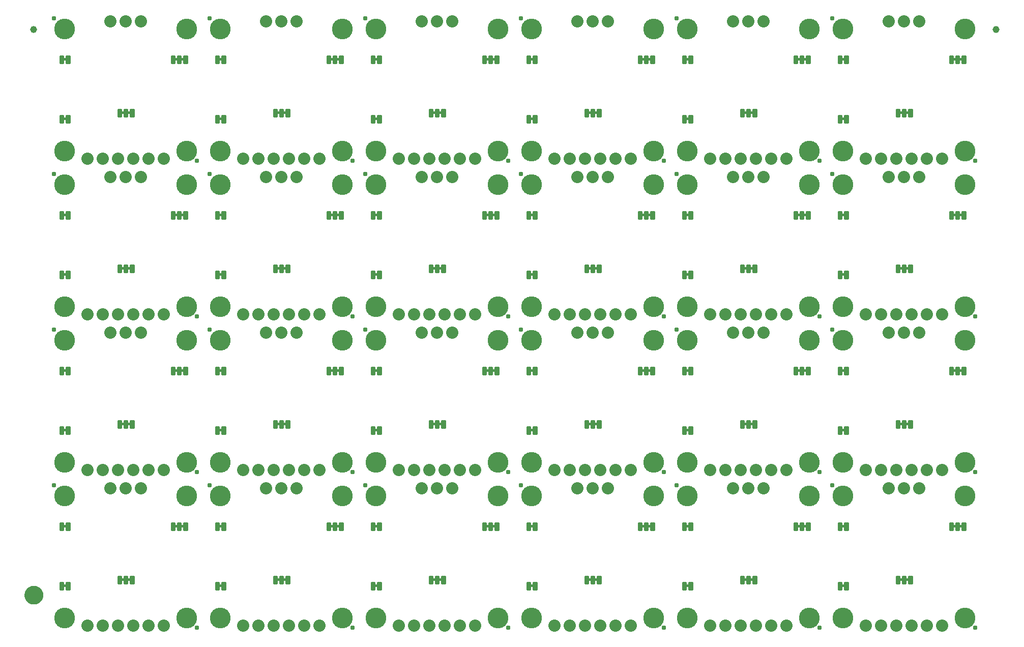
<source format=gbs>
G04 EAGLE Gerber RS-274X export*
G75*
%MOMM*%
%FSLAX34Y34*%
%LPD*%
%INSoldermask Bottom*%
%IPPOS*%
%AMOC8*
5,1,8,0,0,1.08239X$1,22.5*%
G01*
%ADD10C,3.454400*%
%ADD11C,0.251966*%
%ADD12C,2.032000*%
%ADD13C,0.787400*%
%ADD14C,1.152400*%
%ADD15C,1.270000*%
%ADD16C,1.652400*%

G36*
X730950Y694067D02*
X730950Y694067D01*
X731016Y694069D01*
X731059Y694087D01*
X731106Y694095D01*
X731163Y694129D01*
X731223Y694154D01*
X731258Y694185D01*
X731299Y694210D01*
X731341Y694261D01*
X731389Y694305D01*
X731411Y694347D01*
X731440Y694384D01*
X731461Y694446D01*
X731492Y694505D01*
X731500Y694559D01*
X731512Y694596D01*
X731511Y694636D01*
X731519Y694690D01*
X731519Y697230D01*
X731508Y697295D01*
X731506Y697361D01*
X731488Y697404D01*
X731480Y697451D01*
X731446Y697508D01*
X731421Y697568D01*
X731390Y697603D01*
X731365Y697644D01*
X731314Y697686D01*
X731270Y697734D01*
X731228Y697756D01*
X731191Y697785D01*
X731129Y697806D01*
X731070Y697837D01*
X731016Y697845D01*
X730979Y697857D01*
X730939Y697856D01*
X730885Y697864D01*
X727075Y697864D01*
X727010Y697853D01*
X726944Y697851D01*
X726901Y697833D01*
X726854Y697825D01*
X726797Y697791D01*
X726737Y697766D01*
X726702Y697735D01*
X726661Y697710D01*
X726620Y697659D01*
X726571Y697615D01*
X726549Y697573D01*
X726520Y697536D01*
X726499Y697474D01*
X726468Y697415D01*
X726460Y697361D01*
X726448Y697324D01*
X726448Y697321D01*
X726449Y697284D01*
X726441Y697230D01*
X726441Y694690D01*
X726452Y694625D01*
X726454Y694559D01*
X726472Y694516D01*
X726480Y694469D01*
X726514Y694412D01*
X726539Y694352D01*
X726570Y694317D01*
X726595Y694276D01*
X726646Y694235D01*
X726690Y694186D01*
X726732Y694164D01*
X726769Y694135D01*
X726831Y694114D01*
X726890Y694083D01*
X726944Y694075D01*
X726981Y694063D01*
X727021Y694064D01*
X727075Y694056D01*
X730885Y694056D01*
X730950Y694067D01*
G37*
G36*
X471870Y694067D02*
X471870Y694067D01*
X471936Y694069D01*
X471979Y694087D01*
X472026Y694095D01*
X472083Y694129D01*
X472143Y694154D01*
X472178Y694185D01*
X472219Y694210D01*
X472261Y694261D01*
X472309Y694305D01*
X472331Y694347D01*
X472360Y694384D01*
X472381Y694446D01*
X472412Y694505D01*
X472420Y694559D01*
X472432Y694596D01*
X472431Y694636D01*
X472439Y694690D01*
X472439Y697230D01*
X472428Y697295D01*
X472426Y697361D01*
X472408Y697404D01*
X472400Y697451D01*
X472366Y697508D01*
X472341Y697568D01*
X472310Y697603D01*
X472285Y697644D01*
X472234Y697686D01*
X472190Y697734D01*
X472148Y697756D01*
X472111Y697785D01*
X472049Y697806D01*
X471990Y697837D01*
X471936Y697845D01*
X471899Y697857D01*
X471859Y697856D01*
X471805Y697864D01*
X467995Y697864D01*
X467930Y697853D01*
X467864Y697851D01*
X467821Y697833D01*
X467774Y697825D01*
X467717Y697791D01*
X467657Y697766D01*
X467622Y697735D01*
X467581Y697710D01*
X467540Y697659D01*
X467491Y697615D01*
X467469Y697573D01*
X467440Y697536D01*
X467419Y697474D01*
X467388Y697415D01*
X467380Y697361D01*
X467368Y697324D01*
X467368Y697321D01*
X467369Y697284D01*
X467361Y697230D01*
X467361Y694690D01*
X467372Y694625D01*
X467374Y694559D01*
X467392Y694516D01*
X467400Y694469D01*
X467434Y694412D01*
X467459Y694352D01*
X467490Y694317D01*
X467515Y694276D01*
X467566Y694235D01*
X467610Y694186D01*
X467652Y694164D01*
X467689Y694135D01*
X467751Y694114D01*
X467810Y694083D01*
X467864Y694075D01*
X467901Y694063D01*
X467941Y694064D01*
X467995Y694056D01*
X471805Y694056D01*
X471870Y694067D01*
G37*
G36*
X804610Y694067D02*
X804610Y694067D01*
X804676Y694069D01*
X804719Y694087D01*
X804766Y694095D01*
X804823Y694129D01*
X804883Y694154D01*
X804918Y694185D01*
X804959Y694210D01*
X805001Y694261D01*
X805049Y694305D01*
X805071Y694347D01*
X805100Y694384D01*
X805121Y694446D01*
X805152Y694505D01*
X805160Y694559D01*
X805172Y694596D01*
X805171Y694636D01*
X805179Y694690D01*
X805179Y697230D01*
X805168Y697295D01*
X805166Y697361D01*
X805148Y697404D01*
X805140Y697451D01*
X805106Y697508D01*
X805081Y697568D01*
X805050Y697603D01*
X805025Y697644D01*
X804974Y697686D01*
X804930Y697734D01*
X804888Y697756D01*
X804851Y697785D01*
X804789Y697806D01*
X804730Y697837D01*
X804676Y697845D01*
X804639Y697857D01*
X804599Y697856D01*
X804545Y697864D01*
X800735Y697864D01*
X800670Y697853D01*
X800604Y697851D01*
X800561Y697833D01*
X800514Y697825D01*
X800457Y697791D01*
X800397Y697766D01*
X800362Y697735D01*
X800321Y697710D01*
X800280Y697659D01*
X800231Y697615D01*
X800209Y697573D01*
X800180Y697536D01*
X800159Y697474D01*
X800128Y697415D01*
X800120Y697361D01*
X800108Y697324D01*
X800108Y697321D01*
X800109Y697284D01*
X800101Y697230D01*
X800101Y694690D01*
X800112Y694625D01*
X800114Y694559D01*
X800132Y694516D01*
X800140Y694469D01*
X800174Y694412D01*
X800199Y694352D01*
X800230Y694317D01*
X800255Y694276D01*
X800306Y694235D01*
X800350Y694186D01*
X800392Y694164D01*
X800429Y694135D01*
X800491Y694114D01*
X800550Y694083D01*
X800604Y694075D01*
X800641Y694063D01*
X800681Y694064D01*
X800735Y694056D01*
X804545Y694056D01*
X804610Y694067D01*
G37*
G36*
X1518350Y694067D02*
X1518350Y694067D01*
X1518416Y694069D01*
X1518459Y694087D01*
X1518506Y694095D01*
X1518563Y694129D01*
X1518623Y694154D01*
X1518658Y694185D01*
X1518699Y694210D01*
X1518741Y694261D01*
X1518789Y694305D01*
X1518811Y694347D01*
X1518840Y694384D01*
X1518861Y694446D01*
X1518892Y694505D01*
X1518900Y694559D01*
X1518912Y694596D01*
X1518911Y694636D01*
X1518919Y694690D01*
X1518919Y697230D01*
X1518908Y697295D01*
X1518906Y697361D01*
X1518888Y697404D01*
X1518880Y697451D01*
X1518846Y697508D01*
X1518821Y697568D01*
X1518790Y697603D01*
X1518765Y697644D01*
X1518714Y697686D01*
X1518670Y697734D01*
X1518628Y697756D01*
X1518591Y697785D01*
X1518529Y697806D01*
X1518470Y697837D01*
X1518416Y697845D01*
X1518379Y697857D01*
X1518339Y697856D01*
X1518285Y697864D01*
X1514475Y697864D01*
X1514410Y697853D01*
X1514344Y697851D01*
X1514301Y697833D01*
X1514254Y697825D01*
X1514197Y697791D01*
X1514137Y697766D01*
X1514102Y697735D01*
X1514061Y697710D01*
X1514020Y697659D01*
X1513971Y697615D01*
X1513949Y697573D01*
X1513920Y697536D01*
X1513899Y697474D01*
X1513868Y697415D01*
X1513860Y697361D01*
X1513848Y697324D01*
X1513848Y697321D01*
X1513849Y697284D01*
X1513841Y697230D01*
X1513841Y694690D01*
X1513852Y694625D01*
X1513854Y694559D01*
X1513872Y694516D01*
X1513880Y694469D01*
X1513914Y694412D01*
X1513939Y694352D01*
X1513970Y694317D01*
X1513995Y694276D01*
X1514046Y694235D01*
X1514090Y694186D01*
X1514132Y694164D01*
X1514169Y694135D01*
X1514231Y694114D01*
X1514290Y694083D01*
X1514344Y694075D01*
X1514381Y694063D01*
X1514421Y694064D01*
X1514475Y694056D01*
X1518285Y694056D01*
X1518350Y694067D01*
G37*
G36*
X286450Y694067D02*
X286450Y694067D01*
X286516Y694069D01*
X286559Y694087D01*
X286606Y694095D01*
X286663Y694129D01*
X286723Y694154D01*
X286758Y694185D01*
X286799Y694210D01*
X286841Y694261D01*
X286889Y694305D01*
X286911Y694347D01*
X286940Y694384D01*
X286961Y694446D01*
X286992Y694505D01*
X287000Y694559D01*
X287012Y694596D01*
X287011Y694636D01*
X287019Y694690D01*
X287019Y697230D01*
X287008Y697295D01*
X287006Y697361D01*
X286988Y697404D01*
X286980Y697451D01*
X286946Y697508D01*
X286921Y697568D01*
X286890Y697603D01*
X286865Y697644D01*
X286814Y697686D01*
X286770Y697734D01*
X286728Y697756D01*
X286691Y697785D01*
X286629Y697806D01*
X286570Y697837D01*
X286516Y697845D01*
X286479Y697857D01*
X286439Y697856D01*
X286385Y697864D01*
X282575Y697864D01*
X282510Y697853D01*
X282444Y697851D01*
X282401Y697833D01*
X282354Y697825D01*
X282297Y697791D01*
X282237Y697766D01*
X282202Y697735D01*
X282161Y697710D01*
X282120Y697659D01*
X282071Y697615D01*
X282049Y697573D01*
X282020Y697536D01*
X281999Y697474D01*
X281968Y697415D01*
X281960Y697361D01*
X281948Y697324D01*
X281948Y697321D01*
X281949Y697284D01*
X281941Y697230D01*
X281941Y694690D01*
X281952Y694625D01*
X281954Y694559D01*
X281972Y694516D01*
X281980Y694469D01*
X282014Y694412D01*
X282039Y694352D01*
X282070Y694317D01*
X282095Y694276D01*
X282146Y694235D01*
X282190Y694186D01*
X282232Y694164D01*
X282269Y694135D01*
X282331Y694114D01*
X282390Y694083D01*
X282444Y694075D01*
X282481Y694063D01*
X282521Y694064D01*
X282575Y694056D01*
X286385Y694056D01*
X286450Y694067D01*
G37*
G36*
X482030Y694067D02*
X482030Y694067D01*
X482096Y694069D01*
X482139Y694087D01*
X482186Y694095D01*
X482243Y694129D01*
X482303Y694154D01*
X482338Y694185D01*
X482379Y694210D01*
X482421Y694261D01*
X482469Y694305D01*
X482491Y694347D01*
X482520Y694384D01*
X482541Y694446D01*
X482572Y694505D01*
X482580Y694559D01*
X482592Y694596D01*
X482591Y694636D01*
X482599Y694690D01*
X482599Y697230D01*
X482588Y697295D01*
X482586Y697361D01*
X482568Y697404D01*
X482560Y697451D01*
X482526Y697508D01*
X482501Y697568D01*
X482470Y697603D01*
X482445Y697644D01*
X482394Y697686D01*
X482350Y697734D01*
X482308Y697756D01*
X482271Y697785D01*
X482209Y697806D01*
X482150Y697837D01*
X482096Y697845D01*
X482059Y697857D01*
X482019Y697856D01*
X481965Y697864D01*
X478155Y697864D01*
X478090Y697853D01*
X478024Y697851D01*
X477981Y697833D01*
X477934Y697825D01*
X477877Y697791D01*
X477817Y697766D01*
X477782Y697735D01*
X477741Y697710D01*
X477700Y697659D01*
X477651Y697615D01*
X477629Y697573D01*
X477600Y697536D01*
X477579Y697474D01*
X477548Y697415D01*
X477540Y697361D01*
X477528Y697324D01*
X477528Y697321D01*
X477529Y697284D01*
X477521Y697230D01*
X477521Y694690D01*
X477532Y694625D01*
X477534Y694559D01*
X477552Y694516D01*
X477560Y694469D01*
X477594Y694412D01*
X477619Y694352D01*
X477650Y694317D01*
X477675Y694276D01*
X477726Y694235D01*
X477770Y694186D01*
X477812Y694164D01*
X477849Y694135D01*
X477911Y694114D01*
X477970Y694083D01*
X478024Y694075D01*
X478061Y694063D01*
X478101Y694064D01*
X478155Y694056D01*
X481965Y694056D01*
X482030Y694067D01*
G37*
G36*
X990030Y694067D02*
X990030Y694067D01*
X990096Y694069D01*
X990139Y694087D01*
X990186Y694095D01*
X990243Y694129D01*
X990303Y694154D01*
X990338Y694185D01*
X990379Y694210D01*
X990421Y694261D01*
X990469Y694305D01*
X990491Y694347D01*
X990520Y694384D01*
X990541Y694446D01*
X990572Y694505D01*
X990580Y694559D01*
X990592Y694596D01*
X990591Y694636D01*
X990599Y694690D01*
X990599Y697230D01*
X990588Y697295D01*
X990586Y697361D01*
X990568Y697404D01*
X990560Y697451D01*
X990526Y697508D01*
X990501Y697568D01*
X990470Y697603D01*
X990445Y697644D01*
X990394Y697686D01*
X990350Y697734D01*
X990308Y697756D01*
X990271Y697785D01*
X990209Y697806D01*
X990150Y697837D01*
X990096Y697845D01*
X990059Y697857D01*
X990019Y697856D01*
X989965Y697864D01*
X986155Y697864D01*
X986090Y697853D01*
X986024Y697851D01*
X985981Y697833D01*
X985934Y697825D01*
X985877Y697791D01*
X985817Y697766D01*
X985782Y697735D01*
X985741Y697710D01*
X985700Y697659D01*
X985651Y697615D01*
X985629Y697573D01*
X985600Y697536D01*
X985579Y697474D01*
X985548Y697415D01*
X985540Y697361D01*
X985528Y697324D01*
X985528Y697321D01*
X985529Y697284D01*
X985521Y697230D01*
X985521Y694690D01*
X985532Y694625D01*
X985534Y694559D01*
X985552Y694516D01*
X985560Y694469D01*
X985594Y694412D01*
X985619Y694352D01*
X985650Y694317D01*
X985675Y694276D01*
X985726Y694235D01*
X985770Y694186D01*
X985812Y694164D01*
X985849Y694135D01*
X985911Y694114D01*
X985970Y694083D01*
X986024Y694075D01*
X986061Y694063D01*
X986101Y694064D01*
X986155Y694056D01*
X989965Y694056D01*
X990030Y694067D01*
G37*
G36*
X545530Y694067D02*
X545530Y694067D01*
X545596Y694069D01*
X545639Y694087D01*
X545686Y694095D01*
X545743Y694129D01*
X545803Y694154D01*
X545838Y694185D01*
X545879Y694210D01*
X545921Y694261D01*
X545969Y694305D01*
X545991Y694347D01*
X546020Y694384D01*
X546041Y694446D01*
X546072Y694505D01*
X546080Y694559D01*
X546092Y694596D01*
X546091Y694636D01*
X546099Y694690D01*
X546099Y697230D01*
X546088Y697295D01*
X546086Y697361D01*
X546068Y697404D01*
X546060Y697451D01*
X546026Y697508D01*
X546001Y697568D01*
X545970Y697603D01*
X545945Y697644D01*
X545894Y697686D01*
X545850Y697734D01*
X545808Y697756D01*
X545771Y697785D01*
X545709Y697806D01*
X545650Y697837D01*
X545596Y697845D01*
X545559Y697857D01*
X545519Y697856D01*
X545465Y697864D01*
X541655Y697864D01*
X541590Y697853D01*
X541524Y697851D01*
X541481Y697833D01*
X541434Y697825D01*
X541377Y697791D01*
X541317Y697766D01*
X541282Y697735D01*
X541241Y697710D01*
X541200Y697659D01*
X541151Y697615D01*
X541129Y697573D01*
X541100Y697536D01*
X541079Y697474D01*
X541048Y697415D01*
X541040Y697361D01*
X541028Y697324D01*
X541028Y697321D01*
X541029Y697284D01*
X541021Y697230D01*
X541021Y694690D01*
X541032Y694625D01*
X541034Y694559D01*
X541052Y694516D01*
X541060Y694469D01*
X541094Y694412D01*
X541119Y694352D01*
X541150Y694317D01*
X541175Y694276D01*
X541226Y694235D01*
X541270Y694186D01*
X541312Y694164D01*
X541349Y694135D01*
X541411Y694114D01*
X541470Y694083D01*
X541524Y694075D01*
X541561Y694063D01*
X541601Y694064D01*
X541655Y694056D01*
X545465Y694056D01*
X545530Y694067D01*
G37*
G36*
X212790Y694067D02*
X212790Y694067D01*
X212856Y694069D01*
X212899Y694087D01*
X212946Y694095D01*
X213003Y694129D01*
X213063Y694154D01*
X213098Y694185D01*
X213139Y694210D01*
X213181Y694261D01*
X213229Y694305D01*
X213251Y694347D01*
X213280Y694384D01*
X213301Y694446D01*
X213332Y694505D01*
X213340Y694559D01*
X213352Y694596D01*
X213351Y694636D01*
X213359Y694690D01*
X213359Y697230D01*
X213348Y697295D01*
X213346Y697361D01*
X213328Y697404D01*
X213320Y697451D01*
X213286Y697508D01*
X213261Y697568D01*
X213230Y697603D01*
X213205Y697644D01*
X213154Y697686D01*
X213110Y697734D01*
X213068Y697756D01*
X213031Y697785D01*
X212969Y697806D01*
X212910Y697837D01*
X212856Y697845D01*
X212819Y697857D01*
X212779Y697856D01*
X212725Y697864D01*
X208915Y697864D01*
X208850Y697853D01*
X208784Y697851D01*
X208741Y697833D01*
X208694Y697825D01*
X208637Y697791D01*
X208577Y697766D01*
X208542Y697735D01*
X208501Y697710D01*
X208460Y697659D01*
X208411Y697615D01*
X208389Y697573D01*
X208360Y697536D01*
X208339Y697474D01*
X208308Y697415D01*
X208300Y697361D01*
X208288Y697324D01*
X208288Y697321D01*
X208289Y697284D01*
X208281Y697230D01*
X208281Y694690D01*
X208292Y694625D01*
X208294Y694559D01*
X208312Y694516D01*
X208320Y694469D01*
X208354Y694412D01*
X208379Y694352D01*
X208410Y694317D01*
X208435Y694276D01*
X208486Y694235D01*
X208530Y694186D01*
X208572Y694164D01*
X208609Y694135D01*
X208671Y694114D01*
X208730Y694083D01*
X208784Y694075D01*
X208821Y694063D01*
X208861Y694064D01*
X208915Y694056D01*
X212725Y694056D01*
X212790Y694067D01*
G37*
G36*
X1322770Y694067D02*
X1322770Y694067D01*
X1322836Y694069D01*
X1322879Y694087D01*
X1322926Y694095D01*
X1322983Y694129D01*
X1323043Y694154D01*
X1323078Y694185D01*
X1323119Y694210D01*
X1323161Y694261D01*
X1323209Y694305D01*
X1323231Y694347D01*
X1323260Y694384D01*
X1323281Y694446D01*
X1323312Y694505D01*
X1323320Y694559D01*
X1323332Y694596D01*
X1323331Y694636D01*
X1323339Y694690D01*
X1323339Y697230D01*
X1323328Y697295D01*
X1323326Y697361D01*
X1323308Y697404D01*
X1323300Y697451D01*
X1323266Y697508D01*
X1323241Y697568D01*
X1323210Y697603D01*
X1323185Y697644D01*
X1323134Y697686D01*
X1323090Y697734D01*
X1323048Y697756D01*
X1323011Y697785D01*
X1322949Y697806D01*
X1322890Y697837D01*
X1322836Y697845D01*
X1322799Y697857D01*
X1322759Y697856D01*
X1322705Y697864D01*
X1318895Y697864D01*
X1318830Y697853D01*
X1318764Y697851D01*
X1318721Y697833D01*
X1318674Y697825D01*
X1318617Y697791D01*
X1318557Y697766D01*
X1318522Y697735D01*
X1318481Y697710D01*
X1318440Y697659D01*
X1318391Y697615D01*
X1318369Y697573D01*
X1318340Y697536D01*
X1318319Y697474D01*
X1318288Y697415D01*
X1318280Y697361D01*
X1318268Y697324D01*
X1318268Y697321D01*
X1318269Y697284D01*
X1318261Y697230D01*
X1318261Y694690D01*
X1318272Y694625D01*
X1318274Y694559D01*
X1318292Y694516D01*
X1318300Y694469D01*
X1318334Y694412D01*
X1318359Y694352D01*
X1318390Y694317D01*
X1318415Y694276D01*
X1318466Y694235D01*
X1318510Y694186D01*
X1318552Y694164D01*
X1318589Y694135D01*
X1318651Y694114D01*
X1318710Y694083D01*
X1318764Y694075D01*
X1318801Y694063D01*
X1318841Y694064D01*
X1318895Y694056D01*
X1322705Y694056D01*
X1322770Y694067D01*
G37*
G36*
X222950Y694067D02*
X222950Y694067D01*
X223016Y694069D01*
X223059Y694087D01*
X223106Y694095D01*
X223163Y694129D01*
X223223Y694154D01*
X223258Y694185D01*
X223299Y694210D01*
X223341Y694261D01*
X223389Y694305D01*
X223411Y694347D01*
X223440Y694384D01*
X223461Y694446D01*
X223492Y694505D01*
X223500Y694559D01*
X223512Y694596D01*
X223511Y694636D01*
X223519Y694690D01*
X223519Y697230D01*
X223508Y697295D01*
X223506Y697361D01*
X223488Y697404D01*
X223480Y697451D01*
X223446Y697508D01*
X223421Y697568D01*
X223390Y697603D01*
X223365Y697644D01*
X223314Y697686D01*
X223270Y697734D01*
X223228Y697756D01*
X223191Y697785D01*
X223129Y697806D01*
X223070Y697837D01*
X223016Y697845D01*
X222979Y697857D01*
X222939Y697856D01*
X222885Y697864D01*
X219075Y697864D01*
X219010Y697853D01*
X218944Y697851D01*
X218901Y697833D01*
X218854Y697825D01*
X218797Y697791D01*
X218737Y697766D01*
X218702Y697735D01*
X218661Y697710D01*
X218620Y697659D01*
X218571Y697615D01*
X218549Y697573D01*
X218520Y697536D01*
X218499Y697474D01*
X218468Y697415D01*
X218460Y697361D01*
X218448Y697324D01*
X218448Y697321D01*
X218449Y697284D01*
X218441Y697230D01*
X218441Y694690D01*
X218452Y694625D01*
X218454Y694559D01*
X218472Y694516D01*
X218480Y694469D01*
X218514Y694412D01*
X218539Y694352D01*
X218570Y694317D01*
X218595Y694276D01*
X218646Y694235D01*
X218690Y694186D01*
X218732Y694164D01*
X218769Y694135D01*
X218831Y694114D01*
X218890Y694083D01*
X218944Y694075D01*
X218981Y694063D01*
X219021Y694064D01*
X219075Y694056D01*
X222885Y694056D01*
X222950Y694067D01*
G37*
G36*
X1508190Y694067D02*
X1508190Y694067D01*
X1508256Y694069D01*
X1508299Y694087D01*
X1508346Y694095D01*
X1508403Y694129D01*
X1508463Y694154D01*
X1508498Y694185D01*
X1508539Y694210D01*
X1508581Y694261D01*
X1508629Y694305D01*
X1508651Y694347D01*
X1508680Y694384D01*
X1508701Y694446D01*
X1508732Y694505D01*
X1508740Y694559D01*
X1508752Y694596D01*
X1508751Y694636D01*
X1508759Y694690D01*
X1508759Y697230D01*
X1508748Y697295D01*
X1508746Y697361D01*
X1508728Y697404D01*
X1508720Y697451D01*
X1508686Y697508D01*
X1508661Y697568D01*
X1508630Y697603D01*
X1508605Y697644D01*
X1508554Y697686D01*
X1508510Y697734D01*
X1508468Y697756D01*
X1508431Y697785D01*
X1508369Y697806D01*
X1508310Y697837D01*
X1508256Y697845D01*
X1508219Y697857D01*
X1508179Y697856D01*
X1508125Y697864D01*
X1504315Y697864D01*
X1504250Y697853D01*
X1504184Y697851D01*
X1504141Y697833D01*
X1504094Y697825D01*
X1504037Y697791D01*
X1503977Y697766D01*
X1503942Y697735D01*
X1503901Y697710D01*
X1503860Y697659D01*
X1503811Y697615D01*
X1503789Y697573D01*
X1503760Y697536D01*
X1503739Y697474D01*
X1503708Y697415D01*
X1503700Y697361D01*
X1503688Y697324D01*
X1503688Y697321D01*
X1503689Y697284D01*
X1503681Y697230D01*
X1503681Y694690D01*
X1503692Y694625D01*
X1503694Y694559D01*
X1503712Y694516D01*
X1503720Y694469D01*
X1503754Y694412D01*
X1503779Y694352D01*
X1503810Y694317D01*
X1503835Y694276D01*
X1503886Y694235D01*
X1503930Y694186D01*
X1503972Y694164D01*
X1504009Y694135D01*
X1504071Y694114D01*
X1504130Y694083D01*
X1504184Y694075D01*
X1504221Y694063D01*
X1504261Y694064D01*
X1504315Y694056D01*
X1508125Y694056D01*
X1508190Y694067D01*
G37*
G36*
X1063690Y694067D02*
X1063690Y694067D01*
X1063756Y694069D01*
X1063799Y694087D01*
X1063846Y694095D01*
X1063903Y694129D01*
X1063963Y694154D01*
X1063998Y694185D01*
X1064039Y694210D01*
X1064081Y694261D01*
X1064129Y694305D01*
X1064151Y694347D01*
X1064180Y694384D01*
X1064201Y694446D01*
X1064232Y694505D01*
X1064240Y694559D01*
X1064252Y694596D01*
X1064251Y694636D01*
X1064259Y694690D01*
X1064259Y697230D01*
X1064248Y697295D01*
X1064246Y697361D01*
X1064228Y697404D01*
X1064220Y697451D01*
X1064186Y697508D01*
X1064161Y697568D01*
X1064130Y697603D01*
X1064105Y697644D01*
X1064054Y697686D01*
X1064010Y697734D01*
X1063968Y697756D01*
X1063931Y697785D01*
X1063869Y697806D01*
X1063810Y697837D01*
X1063756Y697845D01*
X1063719Y697857D01*
X1063679Y697856D01*
X1063625Y697864D01*
X1059815Y697864D01*
X1059750Y697853D01*
X1059684Y697851D01*
X1059641Y697833D01*
X1059594Y697825D01*
X1059537Y697791D01*
X1059477Y697766D01*
X1059442Y697735D01*
X1059401Y697710D01*
X1059360Y697659D01*
X1059311Y697615D01*
X1059289Y697573D01*
X1059260Y697536D01*
X1059239Y697474D01*
X1059208Y697415D01*
X1059200Y697361D01*
X1059188Y697324D01*
X1059188Y697321D01*
X1059189Y697284D01*
X1059181Y697230D01*
X1059181Y694690D01*
X1059192Y694625D01*
X1059194Y694559D01*
X1059212Y694516D01*
X1059220Y694469D01*
X1059254Y694412D01*
X1059279Y694352D01*
X1059310Y694317D01*
X1059335Y694276D01*
X1059386Y694235D01*
X1059430Y694186D01*
X1059472Y694164D01*
X1059509Y694135D01*
X1059571Y694114D01*
X1059630Y694083D01*
X1059684Y694075D01*
X1059721Y694063D01*
X1059761Y694064D01*
X1059815Y694056D01*
X1063625Y694056D01*
X1063690Y694067D01*
G37*
G36*
X741110Y694067D02*
X741110Y694067D01*
X741176Y694069D01*
X741219Y694087D01*
X741266Y694095D01*
X741323Y694129D01*
X741383Y694154D01*
X741418Y694185D01*
X741459Y694210D01*
X741501Y694261D01*
X741549Y694305D01*
X741571Y694347D01*
X741600Y694384D01*
X741621Y694446D01*
X741652Y694505D01*
X741660Y694559D01*
X741672Y694596D01*
X741671Y694636D01*
X741679Y694690D01*
X741679Y697230D01*
X741668Y697295D01*
X741666Y697361D01*
X741648Y697404D01*
X741640Y697451D01*
X741606Y697508D01*
X741581Y697568D01*
X741550Y697603D01*
X741525Y697644D01*
X741474Y697686D01*
X741430Y697734D01*
X741388Y697756D01*
X741351Y697785D01*
X741289Y697806D01*
X741230Y697837D01*
X741176Y697845D01*
X741139Y697857D01*
X741099Y697856D01*
X741045Y697864D01*
X737235Y697864D01*
X737170Y697853D01*
X737104Y697851D01*
X737061Y697833D01*
X737014Y697825D01*
X736957Y697791D01*
X736897Y697766D01*
X736862Y697735D01*
X736821Y697710D01*
X736780Y697659D01*
X736731Y697615D01*
X736709Y697573D01*
X736680Y697536D01*
X736659Y697474D01*
X736628Y697415D01*
X736620Y697361D01*
X736608Y697324D01*
X736608Y697321D01*
X736609Y697284D01*
X736601Y697230D01*
X736601Y694690D01*
X736612Y694625D01*
X736614Y694559D01*
X736632Y694516D01*
X736640Y694469D01*
X736674Y694412D01*
X736699Y694352D01*
X736730Y694317D01*
X736755Y694276D01*
X736806Y694235D01*
X736850Y694186D01*
X736892Y694164D01*
X736929Y694135D01*
X736991Y694114D01*
X737050Y694083D01*
X737104Y694075D01*
X737141Y694063D01*
X737181Y694064D01*
X737235Y694056D01*
X741045Y694056D01*
X741110Y694067D01*
G37*
G36*
X1249110Y694067D02*
X1249110Y694067D01*
X1249176Y694069D01*
X1249219Y694087D01*
X1249266Y694095D01*
X1249323Y694129D01*
X1249383Y694154D01*
X1249418Y694185D01*
X1249459Y694210D01*
X1249501Y694261D01*
X1249549Y694305D01*
X1249571Y694347D01*
X1249600Y694384D01*
X1249621Y694446D01*
X1249652Y694505D01*
X1249660Y694559D01*
X1249672Y694596D01*
X1249671Y694636D01*
X1249679Y694690D01*
X1249679Y697230D01*
X1249668Y697295D01*
X1249666Y697361D01*
X1249648Y697404D01*
X1249640Y697451D01*
X1249606Y697508D01*
X1249581Y697568D01*
X1249550Y697603D01*
X1249525Y697644D01*
X1249474Y697686D01*
X1249430Y697734D01*
X1249388Y697756D01*
X1249351Y697785D01*
X1249289Y697806D01*
X1249230Y697837D01*
X1249176Y697845D01*
X1249139Y697857D01*
X1249099Y697856D01*
X1249045Y697864D01*
X1245235Y697864D01*
X1245170Y697853D01*
X1245104Y697851D01*
X1245061Y697833D01*
X1245014Y697825D01*
X1244957Y697791D01*
X1244897Y697766D01*
X1244862Y697735D01*
X1244821Y697710D01*
X1244780Y697659D01*
X1244731Y697615D01*
X1244709Y697573D01*
X1244680Y697536D01*
X1244659Y697474D01*
X1244628Y697415D01*
X1244620Y697361D01*
X1244608Y697324D01*
X1244608Y697321D01*
X1244609Y697284D01*
X1244601Y697230D01*
X1244601Y694690D01*
X1244612Y694625D01*
X1244614Y694559D01*
X1244632Y694516D01*
X1244640Y694469D01*
X1244674Y694412D01*
X1244699Y694352D01*
X1244730Y694317D01*
X1244755Y694276D01*
X1244806Y694235D01*
X1244850Y694186D01*
X1244892Y694164D01*
X1244929Y694135D01*
X1244991Y694114D01*
X1245050Y694083D01*
X1245104Y694075D01*
X1245141Y694063D01*
X1245181Y694064D01*
X1245235Y694056D01*
X1249045Y694056D01*
X1249110Y694067D01*
G37*
G36*
X27370Y694067D02*
X27370Y694067D01*
X27436Y694069D01*
X27479Y694087D01*
X27526Y694095D01*
X27583Y694129D01*
X27643Y694154D01*
X27678Y694185D01*
X27719Y694210D01*
X27761Y694261D01*
X27809Y694305D01*
X27831Y694347D01*
X27860Y694384D01*
X27881Y694446D01*
X27912Y694505D01*
X27920Y694559D01*
X27932Y694596D01*
X27931Y694636D01*
X27939Y694690D01*
X27939Y697230D01*
X27928Y697295D01*
X27926Y697361D01*
X27908Y697404D01*
X27900Y697451D01*
X27866Y697508D01*
X27841Y697568D01*
X27810Y697603D01*
X27785Y697644D01*
X27734Y697686D01*
X27690Y697734D01*
X27648Y697756D01*
X27611Y697785D01*
X27549Y697806D01*
X27490Y697837D01*
X27436Y697845D01*
X27399Y697857D01*
X27359Y697856D01*
X27305Y697864D01*
X23495Y697864D01*
X23430Y697853D01*
X23364Y697851D01*
X23321Y697833D01*
X23274Y697825D01*
X23217Y697791D01*
X23157Y697766D01*
X23122Y697735D01*
X23081Y697710D01*
X23040Y697659D01*
X22991Y697615D01*
X22969Y697573D01*
X22940Y697536D01*
X22919Y697474D01*
X22888Y697415D01*
X22880Y697361D01*
X22868Y697324D01*
X22868Y697321D01*
X22869Y697284D01*
X22861Y697230D01*
X22861Y694690D01*
X22872Y694625D01*
X22874Y694559D01*
X22892Y694516D01*
X22900Y694469D01*
X22934Y694412D01*
X22959Y694352D01*
X22990Y694317D01*
X23015Y694276D01*
X23066Y694235D01*
X23110Y694186D01*
X23152Y694164D01*
X23189Y694135D01*
X23251Y694114D01*
X23310Y694083D01*
X23364Y694075D01*
X23401Y694063D01*
X23441Y694064D01*
X23495Y694056D01*
X27305Y694056D01*
X27370Y694067D01*
G37*
G36*
X1000190Y694067D02*
X1000190Y694067D01*
X1000256Y694069D01*
X1000299Y694087D01*
X1000346Y694095D01*
X1000403Y694129D01*
X1000463Y694154D01*
X1000498Y694185D01*
X1000539Y694210D01*
X1000581Y694261D01*
X1000629Y694305D01*
X1000651Y694347D01*
X1000680Y694384D01*
X1000701Y694446D01*
X1000732Y694505D01*
X1000740Y694559D01*
X1000752Y694596D01*
X1000751Y694636D01*
X1000759Y694690D01*
X1000759Y697230D01*
X1000748Y697295D01*
X1000746Y697361D01*
X1000728Y697404D01*
X1000720Y697451D01*
X1000686Y697508D01*
X1000661Y697568D01*
X1000630Y697603D01*
X1000605Y697644D01*
X1000554Y697686D01*
X1000510Y697734D01*
X1000468Y697756D01*
X1000431Y697785D01*
X1000369Y697806D01*
X1000310Y697837D01*
X1000256Y697845D01*
X1000219Y697857D01*
X1000179Y697856D01*
X1000125Y697864D01*
X996315Y697864D01*
X996250Y697853D01*
X996184Y697851D01*
X996141Y697833D01*
X996094Y697825D01*
X996037Y697791D01*
X995977Y697766D01*
X995942Y697735D01*
X995901Y697710D01*
X995860Y697659D01*
X995811Y697615D01*
X995789Y697573D01*
X995760Y697536D01*
X995739Y697474D01*
X995708Y697415D01*
X995700Y697361D01*
X995688Y697324D01*
X995688Y697321D01*
X995689Y697284D01*
X995681Y697230D01*
X995681Y694690D01*
X995692Y694625D01*
X995694Y694559D01*
X995712Y694516D01*
X995720Y694469D01*
X995754Y694412D01*
X995779Y694352D01*
X995810Y694317D01*
X995835Y694276D01*
X995886Y694235D01*
X995930Y694186D01*
X995972Y694164D01*
X996009Y694135D01*
X996071Y694114D01*
X996130Y694083D01*
X996184Y694075D01*
X996221Y694063D01*
X996261Y694064D01*
X996315Y694056D01*
X1000125Y694056D01*
X1000190Y694067D01*
G37*
G36*
X1259270Y694067D02*
X1259270Y694067D01*
X1259336Y694069D01*
X1259379Y694087D01*
X1259426Y694095D01*
X1259483Y694129D01*
X1259543Y694154D01*
X1259578Y694185D01*
X1259619Y694210D01*
X1259661Y694261D01*
X1259709Y694305D01*
X1259731Y694347D01*
X1259760Y694384D01*
X1259781Y694446D01*
X1259812Y694505D01*
X1259820Y694559D01*
X1259832Y694596D01*
X1259831Y694636D01*
X1259839Y694690D01*
X1259839Y697230D01*
X1259828Y697295D01*
X1259826Y697361D01*
X1259808Y697404D01*
X1259800Y697451D01*
X1259766Y697508D01*
X1259741Y697568D01*
X1259710Y697603D01*
X1259685Y697644D01*
X1259634Y697686D01*
X1259590Y697734D01*
X1259548Y697756D01*
X1259511Y697785D01*
X1259449Y697806D01*
X1259390Y697837D01*
X1259336Y697845D01*
X1259299Y697857D01*
X1259259Y697856D01*
X1259205Y697864D01*
X1255395Y697864D01*
X1255330Y697853D01*
X1255264Y697851D01*
X1255221Y697833D01*
X1255174Y697825D01*
X1255117Y697791D01*
X1255057Y697766D01*
X1255022Y697735D01*
X1254981Y697710D01*
X1254940Y697659D01*
X1254891Y697615D01*
X1254869Y697573D01*
X1254840Y697536D01*
X1254819Y697474D01*
X1254788Y697415D01*
X1254780Y697361D01*
X1254768Y697324D01*
X1254768Y697321D01*
X1254769Y697284D01*
X1254761Y697230D01*
X1254761Y694690D01*
X1254772Y694625D01*
X1254774Y694559D01*
X1254792Y694516D01*
X1254800Y694469D01*
X1254834Y694412D01*
X1254859Y694352D01*
X1254890Y694317D01*
X1254915Y694276D01*
X1254966Y694235D01*
X1255010Y694186D01*
X1255052Y694164D01*
X1255089Y694135D01*
X1255151Y694114D01*
X1255210Y694083D01*
X1255264Y694075D01*
X1255301Y694063D01*
X1255341Y694064D01*
X1255395Y694056D01*
X1259205Y694056D01*
X1259270Y694067D01*
G37*
G36*
X804610Y953147D02*
X804610Y953147D01*
X804676Y953149D01*
X804719Y953167D01*
X804766Y953175D01*
X804823Y953209D01*
X804883Y953234D01*
X804918Y953265D01*
X804959Y953290D01*
X805001Y953341D01*
X805049Y953385D01*
X805071Y953427D01*
X805100Y953464D01*
X805121Y953526D01*
X805152Y953585D01*
X805160Y953639D01*
X805172Y953676D01*
X805171Y953716D01*
X805179Y953770D01*
X805179Y956310D01*
X805168Y956375D01*
X805166Y956441D01*
X805148Y956484D01*
X805140Y956531D01*
X805106Y956588D01*
X805081Y956648D01*
X805050Y956683D01*
X805025Y956724D01*
X804974Y956766D01*
X804930Y956814D01*
X804888Y956836D01*
X804851Y956865D01*
X804789Y956886D01*
X804730Y956917D01*
X804676Y956925D01*
X804639Y956937D01*
X804599Y956936D01*
X804545Y956944D01*
X800735Y956944D01*
X800670Y956933D01*
X800604Y956931D01*
X800561Y956913D01*
X800514Y956905D01*
X800457Y956871D01*
X800397Y956846D01*
X800362Y956815D01*
X800321Y956790D01*
X800280Y956739D01*
X800231Y956695D01*
X800209Y956653D01*
X800180Y956616D01*
X800159Y956554D01*
X800128Y956495D01*
X800120Y956441D01*
X800108Y956404D01*
X800108Y956401D01*
X800109Y956364D01*
X800101Y956310D01*
X800101Y953770D01*
X800112Y953705D01*
X800114Y953639D01*
X800132Y953596D01*
X800140Y953549D01*
X800174Y953492D01*
X800199Y953432D01*
X800230Y953397D01*
X800255Y953356D01*
X800306Y953315D01*
X800350Y953266D01*
X800392Y953244D01*
X800429Y953215D01*
X800491Y953194D01*
X800550Y953163D01*
X800604Y953155D01*
X800641Y953143D01*
X800681Y953144D01*
X800735Y953136D01*
X804545Y953136D01*
X804610Y953147D01*
G37*
G36*
X1259270Y953147D02*
X1259270Y953147D01*
X1259336Y953149D01*
X1259379Y953167D01*
X1259426Y953175D01*
X1259483Y953209D01*
X1259543Y953234D01*
X1259578Y953265D01*
X1259619Y953290D01*
X1259661Y953341D01*
X1259709Y953385D01*
X1259731Y953427D01*
X1259760Y953464D01*
X1259781Y953526D01*
X1259812Y953585D01*
X1259820Y953639D01*
X1259832Y953676D01*
X1259831Y953716D01*
X1259839Y953770D01*
X1259839Y956310D01*
X1259828Y956375D01*
X1259826Y956441D01*
X1259808Y956484D01*
X1259800Y956531D01*
X1259766Y956588D01*
X1259741Y956648D01*
X1259710Y956683D01*
X1259685Y956724D01*
X1259634Y956766D01*
X1259590Y956814D01*
X1259548Y956836D01*
X1259511Y956865D01*
X1259449Y956886D01*
X1259390Y956917D01*
X1259336Y956925D01*
X1259299Y956937D01*
X1259259Y956936D01*
X1259205Y956944D01*
X1255395Y956944D01*
X1255330Y956933D01*
X1255264Y956931D01*
X1255221Y956913D01*
X1255174Y956905D01*
X1255117Y956871D01*
X1255057Y956846D01*
X1255022Y956815D01*
X1254981Y956790D01*
X1254940Y956739D01*
X1254891Y956695D01*
X1254869Y956653D01*
X1254840Y956616D01*
X1254819Y956554D01*
X1254788Y956495D01*
X1254780Y956441D01*
X1254768Y956404D01*
X1254768Y956401D01*
X1254769Y956364D01*
X1254761Y956310D01*
X1254761Y953770D01*
X1254772Y953705D01*
X1254774Y953639D01*
X1254792Y953596D01*
X1254800Y953549D01*
X1254834Y953492D01*
X1254859Y953432D01*
X1254890Y953397D01*
X1254915Y953356D01*
X1254966Y953315D01*
X1255010Y953266D01*
X1255052Y953244D01*
X1255089Y953215D01*
X1255151Y953194D01*
X1255210Y953163D01*
X1255264Y953155D01*
X1255301Y953143D01*
X1255341Y953144D01*
X1255395Y953136D01*
X1259205Y953136D01*
X1259270Y953147D01*
G37*
G36*
X1508190Y953147D02*
X1508190Y953147D01*
X1508256Y953149D01*
X1508299Y953167D01*
X1508346Y953175D01*
X1508403Y953209D01*
X1508463Y953234D01*
X1508498Y953265D01*
X1508539Y953290D01*
X1508581Y953341D01*
X1508629Y953385D01*
X1508651Y953427D01*
X1508680Y953464D01*
X1508701Y953526D01*
X1508732Y953585D01*
X1508740Y953639D01*
X1508752Y953676D01*
X1508751Y953716D01*
X1508759Y953770D01*
X1508759Y956310D01*
X1508748Y956375D01*
X1508746Y956441D01*
X1508728Y956484D01*
X1508720Y956531D01*
X1508686Y956588D01*
X1508661Y956648D01*
X1508630Y956683D01*
X1508605Y956724D01*
X1508554Y956766D01*
X1508510Y956814D01*
X1508468Y956836D01*
X1508431Y956865D01*
X1508369Y956886D01*
X1508310Y956917D01*
X1508256Y956925D01*
X1508219Y956937D01*
X1508179Y956936D01*
X1508125Y956944D01*
X1504315Y956944D01*
X1504250Y956933D01*
X1504184Y956931D01*
X1504141Y956913D01*
X1504094Y956905D01*
X1504037Y956871D01*
X1503977Y956846D01*
X1503942Y956815D01*
X1503901Y956790D01*
X1503860Y956739D01*
X1503811Y956695D01*
X1503789Y956653D01*
X1503760Y956616D01*
X1503739Y956554D01*
X1503708Y956495D01*
X1503700Y956441D01*
X1503688Y956404D01*
X1503688Y956401D01*
X1503689Y956364D01*
X1503681Y956310D01*
X1503681Y953770D01*
X1503692Y953705D01*
X1503694Y953639D01*
X1503712Y953596D01*
X1503720Y953549D01*
X1503754Y953492D01*
X1503779Y953432D01*
X1503810Y953397D01*
X1503835Y953356D01*
X1503886Y953315D01*
X1503930Y953266D01*
X1503972Y953244D01*
X1504009Y953215D01*
X1504071Y953194D01*
X1504130Y953163D01*
X1504184Y953155D01*
X1504221Y953143D01*
X1504261Y953144D01*
X1504315Y953136D01*
X1508125Y953136D01*
X1508190Y953147D01*
G37*
G36*
X1063690Y953147D02*
X1063690Y953147D01*
X1063756Y953149D01*
X1063799Y953167D01*
X1063846Y953175D01*
X1063903Y953209D01*
X1063963Y953234D01*
X1063998Y953265D01*
X1064039Y953290D01*
X1064081Y953341D01*
X1064129Y953385D01*
X1064151Y953427D01*
X1064180Y953464D01*
X1064201Y953526D01*
X1064232Y953585D01*
X1064240Y953639D01*
X1064252Y953676D01*
X1064251Y953716D01*
X1064259Y953770D01*
X1064259Y956310D01*
X1064248Y956375D01*
X1064246Y956441D01*
X1064228Y956484D01*
X1064220Y956531D01*
X1064186Y956588D01*
X1064161Y956648D01*
X1064130Y956683D01*
X1064105Y956724D01*
X1064054Y956766D01*
X1064010Y956814D01*
X1063968Y956836D01*
X1063931Y956865D01*
X1063869Y956886D01*
X1063810Y956917D01*
X1063756Y956925D01*
X1063719Y956937D01*
X1063679Y956936D01*
X1063625Y956944D01*
X1059815Y956944D01*
X1059750Y956933D01*
X1059684Y956931D01*
X1059641Y956913D01*
X1059594Y956905D01*
X1059537Y956871D01*
X1059477Y956846D01*
X1059442Y956815D01*
X1059401Y956790D01*
X1059360Y956739D01*
X1059311Y956695D01*
X1059289Y956653D01*
X1059260Y956616D01*
X1059239Y956554D01*
X1059208Y956495D01*
X1059200Y956441D01*
X1059188Y956404D01*
X1059188Y956401D01*
X1059189Y956364D01*
X1059181Y956310D01*
X1059181Y953770D01*
X1059192Y953705D01*
X1059194Y953639D01*
X1059212Y953596D01*
X1059220Y953549D01*
X1059254Y953492D01*
X1059279Y953432D01*
X1059310Y953397D01*
X1059335Y953356D01*
X1059386Y953315D01*
X1059430Y953266D01*
X1059472Y953244D01*
X1059509Y953215D01*
X1059571Y953194D01*
X1059630Y953163D01*
X1059684Y953155D01*
X1059721Y953143D01*
X1059761Y953144D01*
X1059815Y953136D01*
X1063625Y953136D01*
X1063690Y953147D01*
G37*
G36*
X286450Y953147D02*
X286450Y953147D01*
X286516Y953149D01*
X286559Y953167D01*
X286606Y953175D01*
X286663Y953209D01*
X286723Y953234D01*
X286758Y953265D01*
X286799Y953290D01*
X286841Y953341D01*
X286889Y953385D01*
X286911Y953427D01*
X286940Y953464D01*
X286961Y953526D01*
X286992Y953585D01*
X287000Y953639D01*
X287012Y953676D01*
X287011Y953716D01*
X287019Y953770D01*
X287019Y956310D01*
X287008Y956375D01*
X287006Y956441D01*
X286988Y956484D01*
X286980Y956531D01*
X286946Y956588D01*
X286921Y956648D01*
X286890Y956683D01*
X286865Y956724D01*
X286814Y956766D01*
X286770Y956814D01*
X286728Y956836D01*
X286691Y956865D01*
X286629Y956886D01*
X286570Y956917D01*
X286516Y956925D01*
X286479Y956937D01*
X286439Y956936D01*
X286385Y956944D01*
X282575Y956944D01*
X282510Y956933D01*
X282444Y956931D01*
X282401Y956913D01*
X282354Y956905D01*
X282297Y956871D01*
X282237Y956846D01*
X282202Y956815D01*
X282161Y956790D01*
X282120Y956739D01*
X282071Y956695D01*
X282049Y956653D01*
X282020Y956616D01*
X281999Y956554D01*
X281968Y956495D01*
X281960Y956441D01*
X281948Y956404D01*
X281948Y956401D01*
X281949Y956364D01*
X281941Y956310D01*
X281941Y953770D01*
X281952Y953705D01*
X281954Y953639D01*
X281972Y953596D01*
X281980Y953549D01*
X282014Y953492D01*
X282039Y953432D01*
X282070Y953397D01*
X282095Y953356D01*
X282146Y953315D01*
X282190Y953266D01*
X282232Y953244D01*
X282269Y953215D01*
X282331Y953194D01*
X282390Y953163D01*
X282444Y953155D01*
X282481Y953143D01*
X282521Y953144D01*
X282575Y953136D01*
X286385Y953136D01*
X286450Y953147D01*
G37*
G36*
X212790Y953147D02*
X212790Y953147D01*
X212856Y953149D01*
X212899Y953167D01*
X212946Y953175D01*
X213003Y953209D01*
X213063Y953234D01*
X213098Y953265D01*
X213139Y953290D01*
X213181Y953341D01*
X213229Y953385D01*
X213251Y953427D01*
X213280Y953464D01*
X213301Y953526D01*
X213332Y953585D01*
X213340Y953639D01*
X213352Y953676D01*
X213351Y953716D01*
X213359Y953770D01*
X213359Y956310D01*
X213348Y956375D01*
X213346Y956441D01*
X213328Y956484D01*
X213320Y956531D01*
X213286Y956588D01*
X213261Y956648D01*
X213230Y956683D01*
X213205Y956724D01*
X213154Y956766D01*
X213110Y956814D01*
X213068Y956836D01*
X213031Y956865D01*
X212969Y956886D01*
X212910Y956917D01*
X212856Y956925D01*
X212819Y956937D01*
X212779Y956936D01*
X212725Y956944D01*
X208915Y956944D01*
X208850Y956933D01*
X208784Y956931D01*
X208741Y956913D01*
X208694Y956905D01*
X208637Y956871D01*
X208577Y956846D01*
X208542Y956815D01*
X208501Y956790D01*
X208460Y956739D01*
X208411Y956695D01*
X208389Y956653D01*
X208360Y956616D01*
X208339Y956554D01*
X208308Y956495D01*
X208300Y956441D01*
X208288Y956404D01*
X208288Y956401D01*
X208289Y956364D01*
X208281Y956310D01*
X208281Y953770D01*
X208292Y953705D01*
X208294Y953639D01*
X208312Y953596D01*
X208320Y953549D01*
X208354Y953492D01*
X208379Y953432D01*
X208410Y953397D01*
X208435Y953356D01*
X208486Y953315D01*
X208530Y953266D01*
X208572Y953244D01*
X208609Y953215D01*
X208671Y953194D01*
X208730Y953163D01*
X208784Y953155D01*
X208821Y953143D01*
X208861Y953144D01*
X208915Y953136D01*
X212725Y953136D01*
X212790Y953147D01*
G37*
G36*
X1249110Y953147D02*
X1249110Y953147D01*
X1249176Y953149D01*
X1249219Y953167D01*
X1249266Y953175D01*
X1249323Y953209D01*
X1249383Y953234D01*
X1249418Y953265D01*
X1249459Y953290D01*
X1249501Y953341D01*
X1249549Y953385D01*
X1249571Y953427D01*
X1249600Y953464D01*
X1249621Y953526D01*
X1249652Y953585D01*
X1249660Y953639D01*
X1249672Y953676D01*
X1249671Y953716D01*
X1249679Y953770D01*
X1249679Y956310D01*
X1249668Y956375D01*
X1249666Y956441D01*
X1249648Y956484D01*
X1249640Y956531D01*
X1249606Y956588D01*
X1249581Y956648D01*
X1249550Y956683D01*
X1249525Y956724D01*
X1249474Y956766D01*
X1249430Y956814D01*
X1249388Y956836D01*
X1249351Y956865D01*
X1249289Y956886D01*
X1249230Y956917D01*
X1249176Y956925D01*
X1249139Y956937D01*
X1249099Y956936D01*
X1249045Y956944D01*
X1245235Y956944D01*
X1245170Y956933D01*
X1245104Y956931D01*
X1245061Y956913D01*
X1245014Y956905D01*
X1244957Y956871D01*
X1244897Y956846D01*
X1244862Y956815D01*
X1244821Y956790D01*
X1244780Y956739D01*
X1244731Y956695D01*
X1244709Y956653D01*
X1244680Y956616D01*
X1244659Y956554D01*
X1244628Y956495D01*
X1244620Y956441D01*
X1244608Y956404D01*
X1244608Y956401D01*
X1244609Y956364D01*
X1244601Y956310D01*
X1244601Y953770D01*
X1244612Y953705D01*
X1244614Y953639D01*
X1244632Y953596D01*
X1244640Y953549D01*
X1244674Y953492D01*
X1244699Y953432D01*
X1244730Y953397D01*
X1244755Y953356D01*
X1244806Y953315D01*
X1244850Y953266D01*
X1244892Y953244D01*
X1244929Y953215D01*
X1244991Y953194D01*
X1245050Y953163D01*
X1245104Y953155D01*
X1245141Y953143D01*
X1245181Y953144D01*
X1245235Y953136D01*
X1249045Y953136D01*
X1249110Y953147D01*
G37*
G36*
X27370Y953147D02*
X27370Y953147D01*
X27436Y953149D01*
X27479Y953167D01*
X27526Y953175D01*
X27583Y953209D01*
X27643Y953234D01*
X27678Y953265D01*
X27719Y953290D01*
X27761Y953341D01*
X27809Y953385D01*
X27831Y953427D01*
X27860Y953464D01*
X27881Y953526D01*
X27912Y953585D01*
X27920Y953639D01*
X27932Y953676D01*
X27931Y953716D01*
X27939Y953770D01*
X27939Y956310D01*
X27928Y956375D01*
X27926Y956441D01*
X27908Y956484D01*
X27900Y956531D01*
X27866Y956588D01*
X27841Y956648D01*
X27810Y956683D01*
X27785Y956724D01*
X27734Y956766D01*
X27690Y956814D01*
X27648Y956836D01*
X27611Y956865D01*
X27549Y956886D01*
X27490Y956917D01*
X27436Y956925D01*
X27399Y956937D01*
X27359Y956936D01*
X27305Y956944D01*
X23495Y956944D01*
X23430Y956933D01*
X23364Y956931D01*
X23321Y956913D01*
X23274Y956905D01*
X23217Y956871D01*
X23157Y956846D01*
X23122Y956815D01*
X23081Y956790D01*
X23040Y956739D01*
X22991Y956695D01*
X22969Y956653D01*
X22940Y956616D01*
X22919Y956554D01*
X22888Y956495D01*
X22880Y956441D01*
X22868Y956404D01*
X22868Y956401D01*
X22869Y956364D01*
X22861Y956310D01*
X22861Y953770D01*
X22872Y953705D01*
X22874Y953639D01*
X22892Y953596D01*
X22900Y953549D01*
X22934Y953492D01*
X22959Y953432D01*
X22990Y953397D01*
X23015Y953356D01*
X23066Y953315D01*
X23110Y953266D01*
X23152Y953244D01*
X23189Y953215D01*
X23251Y953194D01*
X23310Y953163D01*
X23364Y953155D01*
X23401Y953143D01*
X23441Y953144D01*
X23495Y953136D01*
X27305Y953136D01*
X27370Y953147D01*
G37*
G36*
X741110Y953147D02*
X741110Y953147D01*
X741176Y953149D01*
X741219Y953167D01*
X741266Y953175D01*
X741323Y953209D01*
X741383Y953234D01*
X741418Y953265D01*
X741459Y953290D01*
X741501Y953341D01*
X741549Y953385D01*
X741571Y953427D01*
X741600Y953464D01*
X741621Y953526D01*
X741652Y953585D01*
X741660Y953639D01*
X741672Y953676D01*
X741671Y953716D01*
X741679Y953770D01*
X741679Y956310D01*
X741668Y956375D01*
X741666Y956441D01*
X741648Y956484D01*
X741640Y956531D01*
X741606Y956588D01*
X741581Y956648D01*
X741550Y956683D01*
X741525Y956724D01*
X741474Y956766D01*
X741430Y956814D01*
X741388Y956836D01*
X741351Y956865D01*
X741289Y956886D01*
X741230Y956917D01*
X741176Y956925D01*
X741139Y956937D01*
X741099Y956936D01*
X741045Y956944D01*
X737235Y956944D01*
X737170Y956933D01*
X737104Y956931D01*
X737061Y956913D01*
X737014Y956905D01*
X736957Y956871D01*
X736897Y956846D01*
X736862Y956815D01*
X736821Y956790D01*
X736780Y956739D01*
X736731Y956695D01*
X736709Y956653D01*
X736680Y956616D01*
X736659Y956554D01*
X736628Y956495D01*
X736620Y956441D01*
X736608Y956404D01*
X736608Y956401D01*
X736609Y956364D01*
X736601Y956310D01*
X736601Y953770D01*
X736612Y953705D01*
X736614Y953639D01*
X736632Y953596D01*
X736640Y953549D01*
X736674Y953492D01*
X736699Y953432D01*
X736730Y953397D01*
X736755Y953356D01*
X736806Y953315D01*
X736850Y953266D01*
X736892Y953244D01*
X736929Y953215D01*
X736991Y953194D01*
X737050Y953163D01*
X737104Y953155D01*
X737141Y953143D01*
X737181Y953144D01*
X737235Y953136D01*
X741045Y953136D01*
X741110Y953147D01*
G37*
G36*
X1322770Y953147D02*
X1322770Y953147D01*
X1322836Y953149D01*
X1322879Y953167D01*
X1322926Y953175D01*
X1322983Y953209D01*
X1323043Y953234D01*
X1323078Y953265D01*
X1323119Y953290D01*
X1323161Y953341D01*
X1323209Y953385D01*
X1323231Y953427D01*
X1323260Y953464D01*
X1323281Y953526D01*
X1323312Y953585D01*
X1323320Y953639D01*
X1323332Y953676D01*
X1323331Y953716D01*
X1323339Y953770D01*
X1323339Y956310D01*
X1323328Y956375D01*
X1323326Y956441D01*
X1323308Y956484D01*
X1323300Y956531D01*
X1323266Y956588D01*
X1323241Y956648D01*
X1323210Y956683D01*
X1323185Y956724D01*
X1323134Y956766D01*
X1323090Y956814D01*
X1323048Y956836D01*
X1323011Y956865D01*
X1322949Y956886D01*
X1322890Y956917D01*
X1322836Y956925D01*
X1322799Y956937D01*
X1322759Y956936D01*
X1322705Y956944D01*
X1318895Y956944D01*
X1318830Y956933D01*
X1318764Y956931D01*
X1318721Y956913D01*
X1318674Y956905D01*
X1318617Y956871D01*
X1318557Y956846D01*
X1318522Y956815D01*
X1318481Y956790D01*
X1318440Y956739D01*
X1318391Y956695D01*
X1318369Y956653D01*
X1318340Y956616D01*
X1318319Y956554D01*
X1318288Y956495D01*
X1318280Y956441D01*
X1318268Y956404D01*
X1318268Y956401D01*
X1318269Y956364D01*
X1318261Y956310D01*
X1318261Y953770D01*
X1318272Y953705D01*
X1318274Y953639D01*
X1318292Y953596D01*
X1318300Y953549D01*
X1318334Y953492D01*
X1318359Y953432D01*
X1318390Y953397D01*
X1318415Y953356D01*
X1318466Y953315D01*
X1318510Y953266D01*
X1318552Y953244D01*
X1318589Y953215D01*
X1318651Y953194D01*
X1318710Y953163D01*
X1318764Y953155D01*
X1318801Y953143D01*
X1318841Y953144D01*
X1318895Y953136D01*
X1322705Y953136D01*
X1322770Y953147D01*
G37*
G36*
X222950Y953147D02*
X222950Y953147D01*
X223016Y953149D01*
X223059Y953167D01*
X223106Y953175D01*
X223163Y953209D01*
X223223Y953234D01*
X223258Y953265D01*
X223299Y953290D01*
X223341Y953341D01*
X223389Y953385D01*
X223411Y953427D01*
X223440Y953464D01*
X223461Y953526D01*
X223492Y953585D01*
X223500Y953639D01*
X223512Y953676D01*
X223511Y953716D01*
X223519Y953770D01*
X223519Y956310D01*
X223508Y956375D01*
X223506Y956441D01*
X223488Y956484D01*
X223480Y956531D01*
X223446Y956588D01*
X223421Y956648D01*
X223390Y956683D01*
X223365Y956724D01*
X223314Y956766D01*
X223270Y956814D01*
X223228Y956836D01*
X223191Y956865D01*
X223129Y956886D01*
X223070Y956917D01*
X223016Y956925D01*
X222979Y956937D01*
X222939Y956936D01*
X222885Y956944D01*
X219075Y956944D01*
X219010Y956933D01*
X218944Y956931D01*
X218901Y956913D01*
X218854Y956905D01*
X218797Y956871D01*
X218737Y956846D01*
X218702Y956815D01*
X218661Y956790D01*
X218620Y956739D01*
X218571Y956695D01*
X218549Y956653D01*
X218520Y956616D01*
X218499Y956554D01*
X218468Y956495D01*
X218460Y956441D01*
X218448Y956404D01*
X218448Y956401D01*
X218449Y956364D01*
X218441Y956310D01*
X218441Y953770D01*
X218452Y953705D01*
X218454Y953639D01*
X218472Y953596D01*
X218480Y953549D01*
X218514Y953492D01*
X218539Y953432D01*
X218570Y953397D01*
X218595Y953356D01*
X218646Y953315D01*
X218690Y953266D01*
X218732Y953244D01*
X218769Y953215D01*
X218831Y953194D01*
X218890Y953163D01*
X218944Y953155D01*
X218981Y953143D01*
X219021Y953144D01*
X219075Y953136D01*
X222885Y953136D01*
X222950Y953147D01*
G37*
G36*
X482030Y953147D02*
X482030Y953147D01*
X482096Y953149D01*
X482139Y953167D01*
X482186Y953175D01*
X482243Y953209D01*
X482303Y953234D01*
X482338Y953265D01*
X482379Y953290D01*
X482421Y953341D01*
X482469Y953385D01*
X482491Y953427D01*
X482520Y953464D01*
X482541Y953526D01*
X482572Y953585D01*
X482580Y953639D01*
X482592Y953676D01*
X482591Y953716D01*
X482599Y953770D01*
X482599Y956310D01*
X482588Y956375D01*
X482586Y956441D01*
X482568Y956484D01*
X482560Y956531D01*
X482526Y956588D01*
X482501Y956648D01*
X482470Y956683D01*
X482445Y956724D01*
X482394Y956766D01*
X482350Y956814D01*
X482308Y956836D01*
X482271Y956865D01*
X482209Y956886D01*
X482150Y956917D01*
X482096Y956925D01*
X482059Y956937D01*
X482019Y956936D01*
X481965Y956944D01*
X478155Y956944D01*
X478090Y956933D01*
X478024Y956931D01*
X477981Y956913D01*
X477934Y956905D01*
X477877Y956871D01*
X477817Y956846D01*
X477782Y956815D01*
X477741Y956790D01*
X477700Y956739D01*
X477651Y956695D01*
X477629Y956653D01*
X477600Y956616D01*
X477579Y956554D01*
X477548Y956495D01*
X477540Y956441D01*
X477528Y956404D01*
X477528Y956401D01*
X477529Y956364D01*
X477521Y956310D01*
X477521Y953770D01*
X477532Y953705D01*
X477534Y953639D01*
X477552Y953596D01*
X477560Y953549D01*
X477594Y953492D01*
X477619Y953432D01*
X477650Y953397D01*
X477675Y953356D01*
X477726Y953315D01*
X477770Y953266D01*
X477812Y953244D01*
X477849Y953215D01*
X477911Y953194D01*
X477970Y953163D01*
X478024Y953155D01*
X478061Y953143D01*
X478101Y953144D01*
X478155Y953136D01*
X481965Y953136D01*
X482030Y953147D01*
G37*
G36*
X1518350Y953147D02*
X1518350Y953147D01*
X1518416Y953149D01*
X1518459Y953167D01*
X1518506Y953175D01*
X1518563Y953209D01*
X1518623Y953234D01*
X1518658Y953265D01*
X1518699Y953290D01*
X1518741Y953341D01*
X1518789Y953385D01*
X1518811Y953427D01*
X1518840Y953464D01*
X1518861Y953526D01*
X1518892Y953585D01*
X1518900Y953639D01*
X1518912Y953676D01*
X1518911Y953716D01*
X1518919Y953770D01*
X1518919Y956310D01*
X1518908Y956375D01*
X1518906Y956441D01*
X1518888Y956484D01*
X1518880Y956531D01*
X1518846Y956588D01*
X1518821Y956648D01*
X1518790Y956683D01*
X1518765Y956724D01*
X1518714Y956766D01*
X1518670Y956814D01*
X1518628Y956836D01*
X1518591Y956865D01*
X1518529Y956886D01*
X1518470Y956917D01*
X1518416Y956925D01*
X1518379Y956937D01*
X1518339Y956936D01*
X1518285Y956944D01*
X1514475Y956944D01*
X1514410Y956933D01*
X1514344Y956931D01*
X1514301Y956913D01*
X1514254Y956905D01*
X1514197Y956871D01*
X1514137Y956846D01*
X1514102Y956815D01*
X1514061Y956790D01*
X1514020Y956739D01*
X1513971Y956695D01*
X1513949Y956653D01*
X1513920Y956616D01*
X1513899Y956554D01*
X1513868Y956495D01*
X1513860Y956441D01*
X1513848Y956404D01*
X1513848Y956401D01*
X1513849Y956364D01*
X1513841Y956310D01*
X1513841Y953770D01*
X1513852Y953705D01*
X1513854Y953639D01*
X1513872Y953596D01*
X1513880Y953549D01*
X1513914Y953492D01*
X1513939Y953432D01*
X1513970Y953397D01*
X1513995Y953356D01*
X1514046Y953315D01*
X1514090Y953266D01*
X1514132Y953244D01*
X1514169Y953215D01*
X1514231Y953194D01*
X1514290Y953163D01*
X1514344Y953155D01*
X1514381Y953143D01*
X1514421Y953144D01*
X1514475Y953136D01*
X1518285Y953136D01*
X1518350Y953147D01*
G37*
G36*
X730950Y953147D02*
X730950Y953147D01*
X731016Y953149D01*
X731059Y953167D01*
X731106Y953175D01*
X731163Y953209D01*
X731223Y953234D01*
X731258Y953265D01*
X731299Y953290D01*
X731341Y953341D01*
X731389Y953385D01*
X731411Y953427D01*
X731440Y953464D01*
X731461Y953526D01*
X731492Y953585D01*
X731500Y953639D01*
X731512Y953676D01*
X731511Y953716D01*
X731519Y953770D01*
X731519Y956310D01*
X731508Y956375D01*
X731506Y956441D01*
X731488Y956484D01*
X731480Y956531D01*
X731446Y956588D01*
X731421Y956648D01*
X731390Y956683D01*
X731365Y956724D01*
X731314Y956766D01*
X731270Y956814D01*
X731228Y956836D01*
X731191Y956865D01*
X731129Y956886D01*
X731070Y956917D01*
X731016Y956925D01*
X730979Y956937D01*
X730939Y956936D01*
X730885Y956944D01*
X727075Y956944D01*
X727010Y956933D01*
X726944Y956931D01*
X726901Y956913D01*
X726854Y956905D01*
X726797Y956871D01*
X726737Y956846D01*
X726702Y956815D01*
X726661Y956790D01*
X726620Y956739D01*
X726571Y956695D01*
X726549Y956653D01*
X726520Y956616D01*
X726499Y956554D01*
X726468Y956495D01*
X726460Y956441D01*
X726448Y956404D01*
X726448Y956401D01*
X726449Y956364D01*
X726441Y956310D01*
X726441Y953770D01*
X726452Y953705D01*
X726454Y953639D01*
X726472Y953596D01*
X726480Y953549D01*
X726514Y953492D01*
X726539Y953432D01*
X726570Y953397D01*
X726595Y953356D01*
X726646Y953315D01*
X726690Y953266D01*
X726732Y953244D01*
X726769Y953215D01*
X726831Y953194D01*
X726890Y953163D01*
X726944Y953155D01*
X726981Y953143D01*
X727021Y953144D01*
X727075Y953136D01*
X730885Y953136D01*
X730950Y953147D01*
G37*
G36*
X471870Y953147D02*
X471870Y953147D01*
X471936Y953149D01*
X471979Y953167D01*
X472026Y953175D01*
X472083Y953209D01*
X472143Y953234D01*
X472178Y953265D01*
X472219Y953290D01*
X472261Y953341D01*
X472309Y953385D01*
X472331Y953427D01*
X472360Y953464D01*
X472381Y953526D01*
X472412Y953585D01*
X472420Y953639D01*
X472432Y953676D01*
X472431Y953716D01*
X472439Y953770D01*
X472439Y956310D01*
X472428Y956375D01*
X472426Y956441D01*
X472408Y956484D01*
X472400Y956531D01*
X472366Y956588D01*
X472341Y956648D01*
X472310Y956683D01*
X472285Y956724D01*
X472234Y956766D01*
X472190Y956814D01*
X472148Y956836D01*
X472111Y956865D01*
X472049Y956886D01*
X471990Y956917D01*
X471936Y956925D01*
X471899Y956937D01*
X471859Y956936D01*
X471805Y956944D01*
X467995Y956944D01*
X467930Y956933D01*
X467864Y956931D01*
X467821Y956913D01*
X467774Y956905D01*
X467717Y956871D01*
X467657Y956846D01*
X467622Y956815D01*
X467581Y956790D01*
X467540Y956739D01*
X467491Y956695D01*
X467469Y956653D01*
X467440Y956616D01*
X467419Y956554D01*
X467388Y956495D01*
X467380Y956441D01*
X467368Y956404D01*
X467368Y956401D01*
X467369Y956364D01*
X467361Y956310D01*
X467361Y953770D01*
X467372Y953705D01*
X467374Y953639D01*
X467392Y953596D01*
X467400Y953549D01*
X467434Y953492D01*
X467459Y953432D01*
X467490Y953397D01*
X467515Y953356D01*
X467566Y953315D01*
X467610Y953266D01*
X467652Y953244D01*
X467689Y953215D01*
X467751Y953194D01*
X467810Y953163D01*
X467864Y953155D01*
X467901Y953143D01*
X467941Y953144D01*
X467995Y953136D01*
X471805Y953136D01*
X471870Y953147D01*
G37*
G36*
X545530Y953147D02*
X545530Y953147D01*
X545596Y953149D01*
X545639Y953167D01*
X545686Y953175D01*
X545743Y953209D01*
X545803Y953234D01*
X545838Y953265D01*
X545879Y953290D01*
X545921Y953341D01*
X545969Y953385D01*
X545991Y953427D01*
X546020Y953464D01*
X546041Y953526D01*
X546072Y953585D01*
X546080Y953639D01*
X546092Y953676D01*
X546091Y953716D01*
X546099Y953770D01*
X546099Y956310D01*
X546088Y956375D01*
X546086Y956441D01*
X546068Y956484D01*
X546060Y956531D01*
X546026Y956588D01*
X546001Y956648D01*
X545970Y956683D01*
X545945Y956724D01*
X545894Y956766D01*
X545850Y956814D01*
X545808Y956836D01*
X545771Y956865D01*
X545709Y956886D01*
X545650Y956917D01*
X545596Y956925D01*
X545559Y956937D01*
X545519Y956936D01*
X545465Y956944D01*
X541655Y956944D01*
X541590Y956933D01*
X541524Y956931D01*
X541481Y956913D01*
X541434Y956905D01*
X541377Y956871D01*
X541317Y956846D01*
X541282Y956815D01*
X541241Y956790D01*
X541200Y956739D01*
X541151Y956695D01*
X541129Y956653D01*
X541100Y956616D01*
X541079Y956554D01*
X541048Y956495D01*
X541040Y956441D01*
X541028Y956404D01*
X541028Y956401D01*
X541029Y956364D01*
X541021Y956310D01*
X541021Y953770D01*
X541032Y953705D01*
X541034Y953639D01*
X541052Y953596D01*
X541060Y953549D01*
X541094Y953492D01*
X541119Y953432D01*
X541150Y953397D01*
X541175Y953356D01*
X541226Y953315D01*
X541270Y953266D01*
X541312Y953244D01*
X541349Y953215D01*
X541411Y953194D01*
X541470Y953163D01*
X541524Y953155D01*
X541561Y953143D01*
X541601Y953144D01*
X541655Y953136D01*
X545465Y953136D01*
X545530Y953147D01*
G37*
G36*
X1000190Y953147D02*
X1000190Y953147D01*
X1000256Y953149D01*
X1000299Y953167D01*
X1000346Y953175D01*
X1000403Y953209D01*
X1000463Y953234D01*
X1000498Y953265D01*
X1000539Y953290D01*
X1000581Y953341D01*
X1000629Y953385D01*
X1000651Y953427D01*
X1000680Y953464D01*
X1000701Y953526D01*
X1000732Y953585D01*
X1000740Y953639D01*
X1000752Y953676D01*
X1000751Y953716D01*
X1000759Y953770D01*
X1000759Y956310D01*
X1000748Y956375D01*
X1000746Y956441D01*
X1000728Y956484D01*
X1000720Y956531D01*
X1000686Y956588D01*
X1000661Y956648D01*
X1000630Y956683D01*
X1000605Y956724D01*
X1000554Y956766D01*
X1000510Y956814D01*
X1000468Y956836D01*
X1000431Y956865D01*
X1000369Y956886D01*
X1000310Y956917D01*
X1000256Y956925D01*
X1000219Y956937D01*
X1000179Y956936D01*
X1000125Y956944D01*
X996315Y956944D01*
X996250Y956933D01*
X996184Y956931D01*
X996141Y956913D01*
X996094Y956905D01*
X996037Y956871D01*
X995977Y956846D01*
X995942Y956815D01*
X995901Y956790D01*
X995860Y956739D01*
X995811Y956695D01*
X995789Y956653D01*
X995760Y956616D01*
X995739Y956554D01*
X995708Y956495D01*
X995700Y956441D01*
X995688Y956404D01*
X995688Y956401D01*
X995689Y956364D01*
X995681Y956310D01*
X995681Y953770D01*
X995692Y953705D01*
X995694Y953639D01*
X995712Y953596D01*
X995720Y953549D01*
X995754Y953492D01*
X995779Y953432D01*
X995810Y953397D01*
X995835Y953356D01*
X995886Y953315D01*
X995930Y953266D01*
X995972Y953244D01*
X996009Y953215D01*
X996071Y953194D01*
X996130Y953163D01*
X996184Y953155D01*
X996221Y953143D01*
X996261Y953144D01*
X996315Y953136D01*
X1000125Y953136D01*
X1000190Y953147D01*
G37*
G36*
X990030Y953147D02*
X990030Y953147D01*
X990096Y953149D01*
X990139Y953167D01*
X990186Y953175D01*
X990243Y953209D01*
X990303Y953234D01*
X990338Y953265D01*
X990379Y953290D01*
X990421Y953341D01*
X990469Y953385D01*
X990491Y953427D01*
X990520Y953464D01*
X990541Y953526D01*
X990572Y953585D01*
X990580Y953639D01*
X990592Y953676D01*
X990591Y953716D01*
X990599Y953770D01*
X990599Y956310D01*
X990588Y956375D01*
X990586Y956441D01*
X990568Y956484D01*
X990560Y956531D01*
X990526Y956588D01*
X990501Y956648D01*
X990470Y956683D01*
X990445Y956724D01*
X990394Y956766D01*
X990350Y956814D01*
X990308Y956836D01*
X990271Y956865D01*
X990209Y956886D01*
X990150Y956917D01*
X990096Y956925D01*
X990059Y956937D01*
X990019Y956936D01*
X989965Y956944D01*
X986155Y956944D01*
X986090Y956933D01*
X986024Y956931D01*
X985981Y956913D01*
X985934Y956905D01*
X985877Y956871D01*
X985817Y956846D01*
X985782Y956815D01*
X985741Y956790D01*
X985700Y956739D01*
X985651Y956695D01*
X985629Y956653D01*
X985600Y956616D01*
X985579Y956554D01*
X985548Y956495D01*
X985540Y956441D01*
X985528Y956404D01*
X985528Y956401D01*
X985529Y956364D01*
X985521Y956310D01*
X985521Y953770D01*
X985532Y953705D01*
X985534Y953639D01*
X985552Y953596D01*
X985560Y953549D01*
X985594Y953492D01*
X985619Y953432D01*
X985650Y953397D01*
X985675Y953356D01*
X985726Y953315D01*
X985770Y953266D01*
X985812Y953244D01*
X985849Y953215D01*
X985911Y953194D01*
X985970Y953163D01*
X986024Y953155D01*
X986061Y953143D01*
X986101Y953144D01*
X986155Y953136D01*
X989965Y953136D01*
X990030Y953147D01*
G37*
G36*
X911290Y864247D02*
X911290Y864247D01*
X911356Y864249D01*
X911399Y864267D01*
X911446Y864275D01*
X911503Y864309D01*
X911563Y864334D01*
X911598Y864365D01*
X911639Y864390D01*
X911681Y864441D01*
X911729Y864485D01*
X911751Y864527D01*
X911780Y864564D01*
X911801Y864626D01*
X911832Y864685D01*
X911840Y864739D01*
X911852Y864776D01*
X911851Y864816D01*
X911859Y864870D01*
X911859Y867410D01*
X911848Y867475D01*
X911846Y867541D01*
X911828Y867584D01*
X911820Y867631D01*
X911786Y867688D01*
X911761Y867748D01*
X911730Y867783D01*
X911705Y867824D01*
X911654Y867866D01*
X911610Y867914D01*
X911568Y867936D01*
X911531Y867965D01*
X911469Y867986D01*
X911410Y868017D01*
X911356Y868025D01*
X911319Y868037D01*
X911279Y868036D01*
X911225Y868044D01*
X907415Y868044D01*
X907350Y868033D01*
X907284Y868031D01*
X907241Y868013D01*
X907194Y868005D01*
X907137Y867971D01*
X907077Y867946D01*
X907042Y867915D01*
X907001Y867890D01*
X906960Y867839D01*
X906911Y867795D01*
X906889Y867753D01*
X906860Y867716D01*
X906839Y867654D01*
X906808Y867595D01*
X906800Y867541D01*
X906788Y867504D01*
X906788Y867501D01*
X906789Y867464D01*
X906781Y867410D01*
X906781Y864870D01*
X906792Y864805D01*
X906794Y864739D01*
X906812Y864696D01*
X906820Y864649D01*
X906854Y864592D01*
X906879Y864532D01*
X906910Y864497D01*
X906935Y864456D01*
X906986Y864415D01*
X907030Y864366D01*
X907072Y864344D01*
X907109Y864315D01*
X907171Y864294D01*
X907230Y864263D01*
X907284Y864255D01*
X907321Y864243D01*
X907361Y864244D01*
X907415Y864236D01*
X911225Y864236D01*
X911290Y864247D01*
G37*
G36*
X123890Y864247D02*
X123890Y864247D01*
X123956Y864249D01*
X123999Y864267D01*
X124046Y864275D01*
X124103Y864309D01*
X124163Y864334D01*
X124198Y864365D01*
X124239Y864390D01*
X124281Y864441D01*
X124329Y864485D01*
X124351Y864527D01*
X124380Y864564D01*
X124401Y864626D01*
X124432Y864685D01*
X124440Y864739D01*
X124452Y864776D01*
X124451Y864816D01*
X124459Y864870D01*
X124459Y867410D01*
X124448Y867475D01*
X124446Y867541D01*
X124428Y867584D01*
X124420Y867631D01*
X124386Y867688D01*
X124361Y867748D01*
X124330Y867783D01*
X124305Y867824D01*
X124254Y867866D01*
X124210Y867914D01*
X124168Y867936D01*
X124131Y867965D01*
X124069Y867986D01*
X124010Y868017D01*
X123956Y868025D01*
X123919Y868037D01*
X123879Y868036D01*
X123825Y868044D01*
X120015Y868044D01*
X119950Y868033D01*
X119884Y868031D01*
X119841Y868013D01*
X119794Y868005D01*
X119737Y867971D01*
X119677Y867946D01*
X119642Y867915D01*
X119601Y867890D01*
X119560Y867839D01*
X119511Y867795D01*
X119489Y867753D01*
X119460Y867716D01*
X119439Y867654D01*
X119408Y867595D01*
X119400Y867541D01*
X119388Y867504D01*
X119388Y867501D01*
X119389Y867464D01*
X119381Y867410D01*
X119381Y864870D01*
X119392Y864805D01*
X119394Y864739D01*
X119412Y864696D01*
X119420Y864649D01*
X119454Y864592D01*
X119479Y864532D01*
X119510Y864497D01*
X119535Y864456D01*
X119586Y864415D01*
X119630Y864366D01*
X119672Y864344D01*
X119709Y864315D01*
X119771Y864294D01*
X119830Y864263D01*
X119884Y864255D01*
X119921Y864243D01*
X119961Y864244D01*
X120015Y864236D01*
X123825Y864236D01*
X123890Y864247D01*
G37*
G36*
X901130Y864247D02*
X901130Y864247D01*
X901196Y864249D01*
X901239Y864267D01*
X901286Y864275D01*
X901343Y864309D01*
X901403Y864334D01*
X901438Y864365D01*
X901479Y864390D01*
X901521Y864441D01*
X901569Y864485D01*
X901591Y864527D01*
X901620Y864564D01*
X901641Y864626D01*
X901672Y864685D01*
X901680Y864739D01*
X901692Y864776D01*
X901691Y864816D01*
X901699Y864870D01*
X901699Y867410D01*
X901688Y867475D01*
X901686Y867541D01*
X901668Y867584D01*
X901660Y867631D01*
X901626Y867688D01*
X901601Y867748D01*
X901570Y867783D01*
X901545Y867824D01*
X901494Y867866D01*
X901450Y867914D01*
X901408Y867936D01*
X901371Y867965D01*
X901309Y867986D01*
X901250Y868017D01*
X901196Y868025D01*
X901159Y868037D01*
X901119Y868036D01*
X901065Y868044D01*
X897255Y868044D01*
X897190Y868033D01*
X897124Y868031D01*
X897081Y868013D01*
X897034Y868005D01*
X896977Y867971D01*
X896917Y867946D01*
X896882Y867915D01*
X896841Y867890D01*
X896800Y867839D01*
X896751Y867795D01*
X896729Y867753D01*
X896700Y867716D01*
X896679Y867654D01*
X896648Y867595D01*
X896640Y867541D01*
X896628Y867504D01*
X896628Y867501D01*
X896629Y867464D01*
X896621Y867410D01*
X896621Y864870D01*
X896632Y864805D01*
X896634Y864739D01*
X896652Y864696D01*
X896660Y864649D01*
X896694Y864592D01*
X896719Y864532D01*
X896750Y864497D01*
X896775Y864456D01*
X896826Y864415D01*
X896870Y864366D01*
X896912Y864344D01*
X896949Y864315D01*
X897011Y864294D01*
X897070Y864263D01*
X897124Y864255D01*
X897161Y864243D01*
X897201Y864244D01*
X897255Y864236D01*
X901065Y864236D01*
X901130Y864247D01*
G37*
G36*
X393130Y864247D02*
X393130Y864247D01*
X393196Y864249D01*
X393239Y864267D01*
X393286Y864275D01*
X393343Y864309D01*
X393403Y864334D01*
X393438Y864365D01*
X393479Y864390D01*
X393521Y864441D01*
X393569Y864485D01*
X393591Y864527D01*
X393620Y864564D01*
X393641Y864626D01*
X393672Y864685D01*
X393680Y864739D01*
X393692Y864776D01*
X393691Y864816D01*
X393699Y864870D01*
X393699Y867410D01*
X393688Y867475D01*
X393686Y867541D01*
X393668Y867584D01*
X393660Y867631D01*
X393626Y867688D01*
X393601Y867748D01*
X393570Y867783D01*
X393545Y867824D01*
X393494Y867866D01*
X393450Y867914D01*
X393408Y867936D01*
X393371Y867965D01*
X393309Y867986D01*
X393250Y868017D01*
X393196Y868025D01*
X393159Y868037D01*
X393119Y868036D01*
X393065Y868044D01*
X389255Y868044D01*
X389190Y868033D01*
X389124Y868031D01*
X389081Y868013D01*
X389034Y868005D01*
X388977Y867971D01*
X388917Y867946D01*
X388882Y867915D01*
X388841Y867890D01*
X388800Y867839D01*
X388751Y867795D01*
X388729Y867753D01*
X388700Y867716D01*
X388679Y867654D01*
X388648Y867595D01*
X388640Y867541D01*
X388628Y867504D01*
X388628Y867501D01*
X388629Y867464D01*
X388621Y867410D01*
X388621Y864870D01*
X388632Y864805D01*
X388634Y864739D01*
X388652Y864696D01*
X388660Y864649D01*
X388694Y864592D01*
X388719Y864532D01*
X388750Y864497D01*
X388775Y864456D01*
X388826Y864415D01*
X388870Y864366D01*
X388912Y864344D01*
X388949Y864315D01*
X389011Y864294D01*
X389070Y864263D01*
X389124Y864255D01*
X389161Y864243D01*
X389201Y864244D01*
X389255Y864236D01*
X393065Y864236D01*
X393130Y864247D01*
G37*
G36*
X1160210Y864247D02*
X1160210Y864247D01*
X1160276Y864249D01*
X1160319Y864267D01*
X1160366Y864275D01*
X1160423Y864309D01*
X1160483Y864334D01*
X1160518Y864365D01*
X1160559Y864390D01*
X1160601Y864441D01*
X1160649Y864485D01*
X1160671Y864527D01*
X1160700Y864564D01*
X1160721Y864626D01*
X1160752Y864685D01*
X1160760Y864739D01*
X1160772Y864776D01*
X1160771Y864816D01*
X1160779Y864870D01*
X1160779Y867410D01*
X1160768Y867475D01*
X1160766Y867541D01*
X1160748Y867584D01*
X1160740Y867631D01*
X1160706Y867688D01*
X1160681Y867748D01*
X1160650Y867783D01*
X1160625Y867824D01*
X1160574Y867866D01*
X1160530Y867914D01*
X1160488Y867936D01*
X1160451Y867965D01*
X1160389Y867986D01*
X1160330Y868017D01*
X1160276Y868025D01*
X1160239Y868037D01*
X1160199Y868036D01*
X1160145Y868044D01*
X1156335Y868044D01*
X1156270Y868033D01*
X1156204Y868031D01*
X1156161Y868013D01*
X1156114Y868005D01*
X1156057Y867971D01*
X1155997Y867946D01*
X1155962Y867915D01*
X1155921Y867890D01*
X1155880Y867839D01*
X1155831Y867795D01*
X1155809Y867753D01*
X1155780Y867716D01*
X1155759Y867654D01*
X1155728Y867595D01*
X1155720Y867541D01*
X1155708Y867504D01*
X1155708Y867501D01*
X1155709Y867464D01*
X1155701Y867410D01*
X1155701Y864870D01*
X1155712Y864805D01*
X1155714Y864739D01*
X1155732Y864696D01*
X1155740Y864649D01*
X1155774Y864592D01*
X1155799Y864532D01*
X1155830Y864497D01*
X1155855Y864456D01*
X1155906Y864415D01*
X1155950Y864366D01*
X1155992Y864344D01*
X1156029Y864315D01*
X1156091Y864294D01*
X1156150Y864263D01*
X1156204Y864255D01*
X1156241Y864243D01*
X1156281Y864244D01*
X1156335Y864236D01*
X1160145Y864236D01*
X1160210Y864247D01*
G37*
G36*
X1429450Y864247D02*
X1429450Y864247D01*
X1429516Y864249D01*
X1429559Y864267D01*
X1429606Y864275D01*
X1429663Y864309D01*
X1429723Y864334D01*
X1429758Y864365D01*
X1429799Y864390D01*
X1429841Y864441D01*
X1429889Y864485D01*
X1429911Y864527D01*
X1429940Y864564D01*
X1429961Y864626D01*
X1429992Y864685D01*
X1430000Y864739D01*
X1430012Y864776D01*
X1430011Y864816D01*
X1430019Y864870D01*
X1430019Y867410D01*
X1430008Y867475D01*
X1430006Y867541D01*
X1429988Y867584D01*
X1429980Y867631D01*
X1429946Y867688D01*
X1429921Y867748D01*
X1429890Y867783D01*
X1429865Y867824D01*
X1429814Y867866D01*
X1429770Y867914D01*
X1429728Y867936D01*
X1429691Y867965D01*
X1429629Y867986D01*
X1429570Y868017D01*
X1429516Y868025D01*
X1429479Y868037D01*
X1429439Y868036D01*
X1429385Y868044D01*
X1425575Y868044D01*
X1425510Y868033D01*
X1425444Y868031D01*
X1425401Y868013D01*
X1425354Y868005D01*
X1425297Y867971D01*
X1425237Y867946D01*
X1425202Y867915D01*
X1425161Y867890D01*
X1425120Y867839D01*
X1425071Y867795D01*
X1425049Y867753D01*
X1425020Y867716D01*
X1424999Y867654D01*
X1424968Y867595D01*
X1424960Y867541D01*
X1424948Y867504D01*
X1424948Y867501D01*
X1424949Y867464D01*
X1424941Y867410D01*
X1424941Y864870D01*
X1424952Y864805D01*
X1424954Y864739D01*
X1424972Y864696D01*
X1424980Y864649D01*
X1425014Y864592D01*
X1425039Y864532D01*
X1425070Y864497D01*
X1425095Y864456D01*
X1425146Y864415D01*
X1425190Y864366D01*
X1425232Y864344D01*
X1425269Y864315D01*
X1425331Y864294D01*
X1425390Y864263D01*
X1425444Y864255D01*
X1425481Y864243D01*
X1425521Y864244D01*
X1425575Y864236D01*
X1429385Y864236D01*
X1429450Y864247D01*
G37*
G36*
X134050Y864247D02*
X134050Y864247D01*
X134116Y864249D01*
X134159Y864267D01*
X134206Y864275D01*
X134263Y864309D01*
X134323Y864334D01*
X134358Y864365D01*
X134399Y864390D01*
X134441Y864441D01*
X134489Y864485D01*
X134511Y864527D01*
X134540Y864564D01*
X134561Y864626D01*
X134592Y864685D01*
X134600Y864739D01*
X134612Y864776D01*
X134611Y864816D01*
X134619Y864870D01*
X134619Y867410D01*
X134608Y867475D01*
X134606Y867541D01*
X134588Y867584D01*
X134580Y867631D01*
X134546Y867688D01*
X134521Y867748D01*
X134490Y867783D01*
X134465Y867824D01*
X134414Y867866D01*
X134370Y867914D01*
X134328Y867936D01*
X134291Y867965D01*
X134229Y867986D01*
X134170Y868017D01*
X134116Y868025D01*
X134079Y868037D01*
X134039Y868036D01*
X133985Y868044D01*
X130175Y868044D01*
X130110Y868033D01*
X130044Y868031D01*
X130001Y868013D01*
X129954Y868005D01*
X129897Y867971D01*
X129837Y867946D01*
X129802Y867915D01*
X129761Y867890D01*
X129720Y867839D01*
X129671Y867795D01*
X129649Y867753D01*
X129620Y867716D01*
X129599Y867654D01*
X129568Y867595D01*
X129560Y867541D01*
X129548Y867504D01*
X129548Y867501D01*
X129549Y867464D01*
X129541Y867410D01*
X129541Y864870D01*
X129552Y864805D01*
X129554Y864739D01*
X129572Y864696D01*
X129580Y864649D01*
X129614Y864592D01*
X129639Y864532D01*
X129670Y864497D01*
X129695Y864456D01*
X129746Y864415D01*
X129790Y864366D01*
X129832Y864344D01*
X129869Y864315D01*
X129931Y864294D01*
X129990Y864263D01*
X130044Y864255D01*
X130081Y864243D01*
X130121Y864244D01*
X130175Y864236D01*
X133985Y864236D01*
X134050Y864247D01*
G37*
G36*
X1419290Y864247D02*
X1419290Y864247D01*
X1419356Y864249D01*
X1419399Y864267D01*
X1419446Y864275D01*
X1419503Y864309D01*
X1419563Y864334D01*
X1419598Y864365D01*
X1419639Y864390D01*
X1419681Y864441D01*
X1419729Y864485D01*
X1419751Y864527D01*
X1419780Y864564D01*
X1419801Y864626D01*
X1419832Y864685D01*
X1419840Y864739D01*
X1419852Y864776D01*
X1419851Y864816D01*
X1419859Y864870D01*
X1419859Y867410D01*
X1419848Y867475D01*
X1419846Y867541D01*
X1419828Y867584D01*
X1419820Y867631D01*
X1419786Y867688D01*
X1419761Y867748D01*
X1419730Y867783D01*
X1419705Y867824D01*
X1419654Y867866D01*
X1419610Y867914D01*
X1419568Y867936D01*
X1419531Y867965D01*
X1419469Y867986D01*
X1419410Y868017D01*
X1419356Y868025D01*
X1419319Y868037D01*
X1419279Y868036D01*
X1419225Y868044D01*
X1415415Y868044D01*
X1415350Y868033D01*
X1415284Y868031D01*
X1415241Y868013D01*
X1415194Y868005D01*
X1415137Y867971D01*
X1415077Y867946D01*
X1415042Y867915D01*
X1415001Y867890D01*
X1414960Y867839D01*
X1414911Y867795D01*
X1414889Y867753D01*
X1414860Y867716D01*
X1414839Y867654D01*
X1414808Y867595D01*
X1414800Y867541D01*
X1414788Y867504D01*
X1414788Y867501D01*
X1414789Y867464D01*
X1414781Y867410D01*
X1414781Y864870D01*
X1414792Y864805D01*
X1414794Y864739D01*
X1414812Y864696D01*
X1414820Y864649D01*
X1414854Y864592D01*
X1414879Y864532D01*
X1414910Y864497D01*
X1414935Y864456D01*
X1414986Y864415D01*
X1415030Y864366D01*
X1415072Y864344D01*
X1415109Y864315D01*
X1415171Y864294D01*
X1415230Y864263D01*
X1415284Y864255D01*
X1415321Y864243D01*
X1415361Y864244D01*
X1415415Y864236D01*
X1419225Y864236D01*
X1419290Y864247D01*
G37*
G36*
X652210Y864247D02*
X652210Y864247D01*
X652276Y864249D01*
X652319Y864267D01*
X652366Y864275D01*
X652423Y864309D01*
X652483Y864334D01*
X652518Y864365D01*
X652559Y864390D01*
X652601Y864441D01*
X652649Y864485D01*
X652671Y864527D01*
X652700Y864564D01*
X652721Y864626D01*
X652752Y864685D01*
X652760Y864739D01*
X652772Y864776D01*
X652771Y864816D01*
X652779Y864870D01*
X652779Y867410D01*
X652768Y867475D01*
X652766Y867541D01*
X652748Y867584D01*
X652740Y867631D01*
X652706Y867688D01*
X652681Y867748D01*
X652650Y867783D01*
X652625Y867824D01*
X652574Y867866D01*
X652530Y867914D01*
X652488Y867936D01*
X652451Y867965D01*
X652389Y867986D01*
X652330Y868017D01*
X652276Y868025D01*
X652239Y868037D01*
X652199Y868036D01*
X652145Y868044D01*
X648335Y868044D01*
X648270Y868033D01*
X648204Y868031D01*
X648161Y868013D01*
X648114Y868005D01*
X648057Y867971D01*
X647997Y867946D01*
X647962Y867915D01*
X647921Y867890D01*
X647880Y867839D01*
X647831Y867795D01*
X647809Y867753D01*
X647780Y867716D01*
X647759Y867654D01*
X647728Y867595D01*
X647720Y867541D01*
X647708Y867504D01*
X647708Y867501D01*
X647709Y867464D01*
X647701Y867410D01*
X647701Y864870D01*
X647712Y864805D01*
X647714Y864739D01*
X647732Y864696D01*
X647740Y864649D01*
X647774Y864592D01*
X647799Y864532D01*
X647830Y864497D01*
X647855Y864456D01*
X647906Y864415D01*
X647950Y864366D01*
X647992Y864344D01*
X648029Y864315D01*
X648091Y864294D01*
X648150Y864263D01*
X648204Y864255D01*
X648241Y864243D01*
X648281Y864244D01*
X648335Y864236D01*
X652145Y864236D01*
X652210Y864247D01*
G37*
G36*
X382970Y864247D02*
X382970Y864247D01*
X383036Y864249D01*
X383079Y864267D01*
X383126Y864275D01*
X383183Y864309D01*
X383243Y864334D01*
X383278Y864365D01*
X383319Y864390D01*
X383361Y864441D01*
X383409Y864485D01*
X383431Y864527D01*
X383460Y864564D01*
X383481Y864626D01*
X383512Y864685D01*
X383520Y864739D01*
X383532Y864776D01*
X383531Y864816D01*
X383539Y864870D01*
X383539Y867410D01*
X383528Y867475D01*
X383526Y867541D01*
X383508Y867584D01*
X383500Y867631D01*
X383466Y867688D01*
X383441Y867748D01*
X383410Y867783D01*
X383385Y867824D01*
X383334Y867866D01*
X383290Y867914D01*
X383248Y867936D01*
X383211Y867965D01*
X383149Y867986D01*
X383090Y868017D01*
X383036Y868025D01*
X382999Y868037D01*
X382959Y868036D01*
X382905Y868044D01*
X379095Y868044D01*
X379030Y868033D01*
X378964Y868031D01*
X378921Y868013D01*
X378874Y868005D01*
X378817Y867971D01*
X378757Y867946D01*
X378722Y867915D01*
X378681Y867890D01*
X378640Y867839D01*
X378591Y867795D01*
X378569Y867753D01*
X378540Y867716D01*
X378519Y867654D01*
X378488Y867595D01*
X378480Y867541D01*
X378468Y867504D01*
X378468Y867501D01*
X378469Y867464D01*
X378461Y867410D01*
X378461Y864870D01*
X378472Y864805D01*
X378474Y864739D01*
X378492Y864696D01*
X378500Y864649D01*
X378534Y864592D01*
X378559Y864532D01*
X378590Y864497D01*
X378615Y864456D01*
X378666Y864415D01*
X378710Y864366D01*
X378752Y864344D01*
X378789Y864315D01*
X378851Y864294D01*
X378910Y864263D01*
X378964Y864255D01*
X379001Y864243D01*
X379041Y864244D01*
X379095Y864236D01*
X382905Y864236D01*
X382970Y864247D01*
G37*
G36*
X642050Y864247D02*
X642050Y864247D01*
X642116Y864249D01*
X642159Y864267D01*
X642206Y864275D01*
X642263Y864309D01*
X642323Y864334D01*
X642358Y864365D01*
X642399Y864390D01*
X642441Y864441D01*
X642489Y864485D01*
X642511Y864527D01*
X642540Y864564D01*
X642561Y864626D01*
X642592Y864685D01*
X642600Y864739D01*
X642612Y864776D01*
X642611Y864816D01*
X642619Y864870D01*
X642619Y867410D01*
X642608Y867475D01*
X642606Y867541D01*
X642588Y867584D01*
X642580Y867631D01*
X642546Y867688D01*
X642521Y867748D01*
X642490Y867783D01*
X642465Y867824D01*
X642414Y867866D01*
X642370Y867914D01*
X642328Y867936D01*
X642291Y867965D01*
X642229Y867986D01*
X642170Y868017D01*
X642116Y868025D01*
X642079Y868037D01*
X642039Y868036D01*
X641985Y868044D01*
X638175Y868044D01*
X638110Y868033D01*
X638044Y868031D01*
X638001Y868013D01*
X637954Y868005D01*
X637897Y867971D01*
X637837Y867946D01*
X637802Y867915D01*
X637761Y867890D01*
X637720Y867839D01*
X637671Y867795D01*
X637649Y867753D01*
X637620Y867716D01*
X637599Y867654D01*
X637568Y867595D01*
X637560Y867541D01*
X637548Y867504D01*
X637548Y867501D01*
X637549Y867464D01*
X637541Y867410D01*
X637541Y864870D01*
X637552Y864805D01*
X637554Y864739D01*
X637572Y864696D01*
X637580Y864649D01*
X637614Y864592D01*
X637639Y864532D01*
X637670Y864497D01*
X637695Y864456D01*
X637746Y864415D01*
X637790Y864366D01*
X637832Y864344D01*
X637869Y864315D01*
X637931Y864294D01*
X637990Y864263D01*
X638044Y864255D01*
X638081Y864243D01*
X638121Y864244D01*
X638175Y864236D01*
X641985Y864236D01*
X642050Y864247D01*
G37*
G36*
X286450Y854087D02*
X286450Y854087D01*
X286516Y854089D01*
X286559Y854107D01*
X286606Y854115D01*
X286663Y854149D01*
X286723Y854174D01*
X286758Y854205D01*
X286799Y854230D01*
X286841Y854281D01*
X286889Y854325D01*
X286911Y854367D01*
X286940Y854404D01*
X286961Y854466D01*
X286992Y854525D01*
X287000Y854579D01*
X287012Y854616D01*
X287011Y854656D01*
X287019Y854710D01*
X287019Y857250D01*
X287008Y857315D01*
X287006Y857381D01*
X286988Y857424D01*
X286980Y857471D01*
X286946Y857528D01*
X286921Y857588D01*
X286890Y857623D01*
X286865Y857664D01*
X286814Y857706D01*
X286770Y857754D01*
X286728Y857776D01*
X286691Y857805D01*
X286629Y857826D01*
X286570Y857857D01*
X286516Y857865D01*
X286479Y857877D01*
X286439Y857876D01*
X286385Y857884D01*
X282575Y857884D01*
X282510Y857873D01*
X282444Y857871D01*
X282401Y857853D01*
X282354Y857845D01*
X282297Y857811D01*
X282237Y857786D01*
X282202Y857755D01*
X282161Y857730D01*
X282120Y857679D01*
X282071Y857635D01*
X282049Y857593D01*
X282020Y857556D01*
X281999Y857494D01*
X281968Y857435D01*
X281960Y857381D01*
X281948Y857344D01*
X281948Y857341D01*
X281949Y857304D01*
X281941Y857250D01*
X281941Y854710D01*
X281952Y854645D01*
X281954Y854579D01*
X281972Y854536D01*
X281980Y854489D01*
X282014Y854432D01*
X282039Y854372D01*
X282070Y854337D01*
X282095Y854296D01*
X282146Y854255D01*
X282190Y854206D01*
X282232Y854184D01*
X282269Y854155D01*
X282331Y854134D01*
X282390Y854103D01*
X282444Y854095D01*
X282481Y854083D01*
X282521Y854084D01*
X282575Y854076D01*
X286385Y854076D01*
X286450Y854087D01*
G37*
G36*
X1322770Y854087D02*
X1322770Y854087D01*
X1322836Y854089D01*
X1322879Y854107D01*
X1322926Y854115D01*
X1322983Y854149D01*
X1323043Y854174D01*
X1323078Y854205D01*
X1323119Y854230D01*
X1323161Y854281D01*
X1323209Y854325D01*
X1323231Y854367D01*
X1323260Y854404D01*
X1323281Y854466D01*
X1323312Y854525D01*
X1323320Y854579D01*
X1323332Y854616D01*
X1323331Y854656D01*
X1323339Y854710D01*
X1323339Y857250D01*
X1323328Y857315D01*
X1323326Y857381D01*
X1323308Y857424D01*
X1323300Y857471D01*
X1323266Y857528D01*
X1323241Y857588D01*
X1323210Y857623D01*
X1323185Y857664D01*
X1323134Y857706D01*
X1323090Y857754D01*
X1323048Y857776D01*
X1323011Y857805D01*
X1322949Y857826D01*
X1322890Y857857D01*
X1322836Y857865D01*
X1322799Y857877D01*
X1322759Y857876D01*
X1322705Y857884D01*
X1318895Y857884D01*
X1318830Y857873D01*
X1318764Y857871D01*
X1318721Y857853D01*
X1318674Y857845D01*
X1318617Y857811D01*
X1318557Y857786D01*
X1318522Y857755D01*
X1318481Y857730D01*
X1318440Y857679D01*
X1318391Y857635D01*
X1318369Y857593D01*
X1318340Y857556D01*
X1318319Y857494D01*
X1318288Y857435D01*
X1318280Y857381D01*
X1318268Y857344D01*
X1318268Y857341D01*
X1318269Y857304D01*
X1318261Y857250D01*
X1318261Y854710D01*
X1318272Y854645D01*
X1318274Y854579D01*
X1318292Y854536D01*
X1318300Y854489D01*
X1318334Y854432D01*
X1318359Y854372D01*
X1318390Y854337D01*
X1318415Y854296D01*
X1318466Y854255D01*
X1318510Y854206D01*
X1318552Y854184D01*
X1318589Y854155D01*
X1318651Y854134D01*
X1318710Y854103D01*
X1318764Y854095D01*
X1318801Y854083D01*
X1318841Y854084D01*
X1318895Y854076D01*
X1322705Y854076D01*
X1322770Y854087D01*
G37*
G36*
X1063690Y854087D02*
X1063690Y854087D01*
X1063756Y854089D01*
X1063799Y854107D01*
X1063846Y854115D01*
X1063903Y854149D01*
X1063963Y854174D01*
X1063998Y854205D01*
X1064039Y854230D01*
X1064081Y854281D01*
X1064129Y854325D01*
X1064151Y854367D01*
X1064180Y854404D01*
X1064201Y854466D01*
X1064232Y854525D01*
X1064240Y854579D01*
X1064252Y854616D01*
X1064251Y854656D01*
X1064259Y854710D01*
X1064259Y857250D01*
X1064248Y857315D01*
X1064246Y857381D01*
X1064228Y857424D01*
X1064220Y857471D01*
X1064186Y857528D01*
X1064161Y857588D01*
X1064130Y857623D01*
X1064105Y857664D01*
X1064054Y857706D01*
X1064010Y857754D01*
X1063968Y857776D01*
X1063931Y857805D01*
X1063869Y857826D01*
X1063810Y857857D01*
X1063756Y857865D01*
X1063719Y857877D01*
X1063679Y857876D01*
X1063625Y857884D01*
X1059815Y857884D01*
X1059750Y857873D01*
X1059684Y857871D01*
X1059641Y857853D01*
X1059594Y857845D01*
X1059537Y857811D01*
X1059477Y857786D01*
X1059442Y857755D01*
X1059401Y857730D01*
X1059360Y857679D01*
X1059311Y857635D01*
X1059289Y857593D01*
X1059260Y857556D01*
X1059239Y857494D01*
X1059208Y857435D01*
X1059200Y857381D01*
X1059188Y857344D01*
X1059188Y857341D01*
X1059189Y857304D01*
X1059181Y857250D01*
X1059181Y854710D01*
X1059192Y854645D01*
X1059194Y854579D01*
X1059212Y854536D01*
X1059220Y854489D01*
X1059254Y854432D01*
X1059279Y854372D01*
X1059310Y854337D01*
X1059335Y854296D01*
X1059386Y854255D01*
X1059430Y854206D01*
X1059472Y854184D01*
X1059509Y854155D01*
X1059571Y854134D01*
X1059630Y854103D01*
X1059684Y854095D01*
X1059721Y854083D01*
X1059761Y854084D01*
X1059815Y854076D01*
X1063625Y854076D01*
X1063690Y854087D01*
G37*
G36*
X27370Y854087D02*
X27370Y854087D01*
X27436Y854089D01*
X27479Y854107D01*
X27526Y854115D01*
X27583Y854149D01*
X27643Y854174D01*
X27678Y854205D01*
X27719Y854230D01*
X27761Y854281D01*
X27809Y854325D01*
X27831Y854367D01*
X27860Y854404D01*
X27881Y854466D01*
X27912Y854525D01*
X27920Y854579D01*
X27932Y854616D01*
X27931Y854656D01*
X27939Y854710D01*
X27939Y857250D01*
X27928Y857315D01*
X27926Y857381D01*
X27908Y857424D01*
X27900Y857471D01*
X27866Y857528D01*
X27841Y857588D01*
X27810Y857623D01*
X27785Y857664D01*
X27734Y857706D01*
X27690Y857754D01*
X27648Y857776D01*
X27611Y857805D01*
X27549Y857826D01*
X27490Y857857D01*
X27436Y857865D01*
X27399Y857877D01*
X27359Y857876D01*
X27305Y857884D01*
X23495Y857884D01*
X23430Y857873D01*
X23364Y857871D01*
X23321Y857853D01*
X23274Y857845D01*
X23217Y857811D01*
X23157Y857786D01*
X23122Y857755D01*
X23081Y857730D01*
X23040Y857679D01*
X22991Y857635D01*
X22969Y857593D01*
X22940Y857556D01*
X22919Y857494D01*
X22888Y857435D01*
X22880Y857381D01*
X22868Y857344D01*
X22868Y857341D01*
X22869Y857304D01*
X22861Y857250D01*
X22861Y854710D01*
X22872Y854645D01*
X22874Y854579D01*
X22892Y854536D01*
X22900Y854489D01*
X22934Y854432D01*
X22959Y854372D01*
X22990Y854337D01*
X23015Y854296D01*
X23066Y854255D01*
X23110Y854206D01*
X23152Y854184D01*
X23189Y854155D01*
X23251Y854134D01*
X23310Y854103D01*
X23364Y854095D01*
X23401Y854083D01*
X23441Y854084D01*
X23495Y854076D01*
X27305Y854076D01*
X27370Y854087D01*
G37*
G36*
X804610Y854087D02*
X804610Y854087D01*
X804676Y854089D01*
X804719Y854107D01*
X804766Y854115D01*
X804823Y854149D01*
X804883Y854174D01*
X804918Y854205D01*
X804959Y854230D01*
X805001Y854281D01*
X805049Y854325D01*
X805071Y854367D01*
X805100Y854404D01*
X805121Y854466D01*
X805152Y854525D01*
X805160Y854579D01*
X805172Y854616D01*
X805171Y854656D01*
X805179Y854710D01*
X805179Y857250D01*
X805168Y857315D01*
X805166Y857381D01*
X805148Y857424D01*
X805140Y857471D01*
X805106Y857528D01*
X805081Y857588D01*
X805050Y857623D01*
X805025Y857664D01*
X804974Y857706D01*
X804930Y857754D01*
X804888Y857776D01*
X804851Y857805D01*
X804789Y857826D01*
X804730Y857857D01*
X804676Y857865D01*
X804639Y857877D01*
X804599Y857876D01*
X804545Y857884D01*
X800735Y857884D01*
X800670Y857873D01*
X800604Y857871D01*
X800561Y857853D01*
X800514Y857845D01*
X800457Y857811D01*
X800397Y857786D01*
X800362Y857755D01*
X800321Y857730D01*
X800280Y857679D01*
X800231Y857635D01*
X800209Y857593D01*
X800180Y857556D01*
X800159Y857494D01*
X800128Y857435D01*
X800120Y857381D01*
X800108Y857344D01*
X800108Y857341D01*
X800109Y857304D01*
X800101Y857250D01*
X800101Y854710D01*
X800112Y854645D01*
X800114Y854579D01*
X800132Y854536D01*
X800140Y854489D01*
X800174Y854432D01*
X800199Y854372D01*
X800230Y854337D01*
X800255Y854296D01*
X800306Y854255D01*
X800350Y854206D01*
X800392Y854184D01*
X800429Y854155D01*
X800491Y854134D01*
X800550Y854103D01*
X800604Y854095D01*
X800641Y854083D01*
X800681Y854084D01*
X800735Y854076D01*
X804545Y854076D01*
X804610Y854087D01*
G37*
G36*
X545530Y854087D02*
X545530Y854087D01*
X545596Y854089D01*
X545639Y854107D01*
X545686Y854115D01*
X545743Y854149D01*
X545803Y854174D01*
X545838Y854205D01*
X545879Y854230D01*
X545921Y854281D01*
X545969Y854325D01*
X545991Y854367D01*
X546020Y854404D01*
X546041Y854466D01*
X546072Y854525D01*
X546080Y854579D01*
X546092Y854616D01*
X546091Y854656D01*
X546099Y854710D01*
X546099Y857250D01*
X546088Y857315D01*
X546086Y857381D01*
X546068Y857424D01*
X546060Y857471D01*
X546026Y857528D01*
X546001Y857588D01*
X545970Y857623D01*
X545945Y857664D01*
X545894Y857706D01*
X545850Y857754D01*
X545808Y857776D01*
X545771Y857805D01*
X545709Y857826D01*
X545650Y857857D01*
X545596Y857865D01*
X545559Y857877D01*
X545519Y857876D01*
X545465Y857884D01*
X541655Y857884D01*
X541590Y857873D01*
X541524Y857871D01*
X541481Y857853D01*
X541434Y857845D01*
X541377Y857811D01*
X541317Y857786D01*
X541282Y857755D01*
X541241Y857730D01*
X541200Y857679D01*
X541151Y857635D01*
X541129Y857593D01*
X541100Y857556D01*
X541079Y857494D01*
X541048Y857435D01*
X541040Y857381D01*
X541028Y857344D01*
X541028Y857341D01*
X541029Y857304D01*
X541021Y857250D01*
X541021Y854710D01*
X541032Y854645D01*
X541034Y854579D01*
X541052Y854536D01*
X541060Y854489D01*
X541094Y854432D01*
X541119Y854372D01*
X541150Y854337D01*
X541175Y854296D01*
X541226Y854255D01*
X541270Y854206D01*
X541312Y854184D01*
X541349Y854155D01*
X541411Y854134D01*
X541470Y854103D01*
X541524Y854095D01*
X541561Y854083D01*
X541601Y854084D01*
X541655Y854076D01*
X545465Y854076D01*
X545530Y854087D01*
G37*
G36*
X1170370Y864247D02*
X1170370Y864247D01*
X1170436Y864249D01*
X1170479Y864267D01*
X1170526Y864275D01*
X1170583Y864309D01*
X1170643Y864334D01*
X1170678Y864365D01*
X1170719Y864390D01*
X1170761Y864441D01*
X1170809Y864485D01*
X1170831Y864527D01*
X1170860Y864564D01*
X1170881Y864626D01*
X1170912Y864685D01*
X1170920Y864739D01*
X1170932Y864776D01*
X1170931Y864816D01*
X1170939Y864870D01*
X1170939Y867410D01*
X1170928Y867475D01*
X1170926Y867541D01*
X1170908Y867584D01*
X1170900Y867631D01*
X1170866Y867688D01*
X1170841Y867748D01*
X1170810Y867783D01*
X1170785Y867824D01*
X1170734Y867866D01*
X1170690Y867914D01*
X1170648Y867936D01*
X1170611Y867965D01*
X1170549Y867986D01*
X1170490Y868017D01*
X1170436Y868025D01*
X1170399Y868037D01*
X1170359Y868036D01*
X1170305Y868044D01*
X1166495Y868044D01*
X1166430Y868033D01*
X1166364Y868031D01*
X1166321Y868013D01*
X1166274Y868005D01*
X1166217Y867971D01*
X1166157Y867946D01*
X1166122Y867915D01*
X1166081Y867890D01*
X1166040Y867839D01*
X1165991Y867795D01*
X1165969Y867753D01*
X1165940Y867716D01*
X1165919Y867654D01*
X1165888Y867595D01*
X1165880Y867541D01*
X1165868Y867504D01*
X1165868Y867501D01*
X1165869Y867464D01*
X1165861Y867410D01*
X1165861Y864870D01*
X1165872Y864805D01*
X1165874Y864739D01*
X1165892Y864696D01*
X1165900Y864649D01*
X1165934Y864592D01*
X1165959Y864532D01*
X1165990Y864497D01*
X1166015Y864456D01*
X1166066Y864415D01*
X1166110Y864366D01*
X1166152Y864344D01*
X1166189Y864315D01*
X1166251Y864294D01*
X1166310Y864263D01*
X1166364Y864255D01*
X1166401Y864243D01*
X1166441Y864244D01*
X1166495Y864236D01*
X1170305Y864236D01*
X1170370Y864247D01*
G37*
G36*
X134050Y605167D02*
X134050Y605167D01*
X134116Y605169D01*
X134159Y605187D01*
X134206Y605195D01*
X134263Y605229D01*
X134323Y605254D01*
X134358Y605285D01*
X134399Y605310D01*
X134441Y605361D01*
X134489Y605405D01*
X134511Y605447D01*
X134540Y605484D01*
X134561Y605546D01*
X134592Y605605D01*
X134600Y605659D01*
X134612Y605696D01*
X134611Y605736D01*
X134619Y605790D01*
X134619Y608330D01*
X134608Y608395D01*
X134606Y608461D01*
X134588Y608504D01*
X134580Y608551D01*
X134546Y608608D01*
X134521Y608668D01*
X134490Y608703D01*
X134465Y608744D01*
X134414Y608786D01*
X134370Y608834D01*
X134328Y608856D01*
X134291Y608885D01*
X134229Y608906D01*
X134170Y608937D01*
X134116Y608945D01*
X134079Y608957D01*
X134039Y608956D01*
X133985Y608964D01*
X130175Y608964D01*
X130110Y608953D01*
X130044Y608951D01*
X130001Y608933D01*
X129954Y608925D01*
X129897Y608891D01*
X129837Y608866D01*
X129802Y608835D01*
X129761Y608810D01*
X129720Y608759D01*
X129671Y608715D01*
X129649Y608673D01*
X129620Y608636D01*
X129599Y608574D01*
X129568Y608515D01*
X129560Y608461D01*
X129548Y608424D01*
X129548Y608421D01*
X129549Y608384D01*
X129541Y608330D01*
X129541Y605790D01*
X129552Y605725D01*
X129554Y605659D01*
X129572Y605616D01*
X129580Y605569D01*
X129614Y605512D01*
X129639Y605452D01*
X129670Y605417D01*
X129695Y605376D01*
X129746Y605335D01*
X129790Y605286D01*
X129832Y605264D01*
X129869Y605235D01*
X129931Y605214D01*
X129990Y605183D01*
X130044Y605175D01*
X130081Y605163D01*
X130121Y605164D01*
X130175Y605156D01*
X133985Y605156D01*
X134050Y605167D01*
G37*
G36*
X652210Y605167D02*
X652210Y605167D01*
X652276Y605169D01*
X652319Y605187D01*
X652366Y605195D01*
X652423Y605229D01*
X652483Y605254D01*
X652518Y605285D01*
X652559Y605310D01*
X652601Y605361D01*
X652649Y605405D01*
X652671Y605447D01*
X652700Y605484D01*
X652721Y605546D01*
X652752Y605605D01*
X652760Y605659D01*
X652772Y605696D01*
X652771Y605736D01*
X652779Y605790D01*
X652779Y608330D01*
X652768Y608395D01*
X652766Y608461D01*
X652748Y608504D01*
X652740Y608551D01*
X652706Y608608D01*
X652681Y608668D01*
X652650Y608703D01*
X652625Y608744D01*
X652574Y608786D01*
X652530Y608834D01*
X652488Y608856D01*
X652451Y608885D01*
X652389Y608906D01*
X652330Y608937D01*
X652276Y608945D01*
X652239Y608957D01*
X652199Y608956D01*
X652145Y608964D01*
X648335Y608964D01*
X648270Y608953D01*
X648204Y608951D01*
X648161Y608933D01*
X648114Y608925D01*
X648057Y608891D01*
X647997Y608866D01*
X647962Y608835D01*
X647921Y608810D01*
X647880Y608759D01*
X647831Y608715D01*
X647809Y608673D01*
X647780Y608636D01*
X647759Y608574D01*
X647728Y608515D01*
X647720Y608461D01*
X647708Y608424D01*
X647708Y608421D01*
X647709Y608384D01*
X647701Y608330D01*
X647701Y605790D01*
X647712Y605725D01*
X647714Y605659D01*
X647732Y605616D01*
X647740Y605569D01*
X647774Y605512D01*
X647799Y605452D01*
X647830Y605417D01*
X647855Y605376D01*
X647906Y605335D01*
X647950Y605286D01*
X647992Y605264D01*
X648029Y605235D01*
X648091Y605214D01*
X648150Y605183D01*
X648204Y605175D01*
X648241Y605163D01*
X648281Y605164D01*
X648335Y605156D01*
X652145Y605156D01*
X652210Y605167D01*
G37*
G36*
X382970Y605167D02*
X382970Y605167D01*
X383036Y605169D01*
X383079Y605187D01*
X383126Y605195D01*
X383183Y605229D01*
X383243Y605254D01*
X383278Y605285D01*
X383319Y605310D01*
X383361Y605361D01*
X383409Y605405D01*
X383431Y605447D01*
X383460Y605484D01*
X383481Y605546D01*
X383512Y605605D01*
X383520Y605659D01*
X383532Y605696D01*
X383531Y605736D01*
X383539Y605790D01*
X383539Y608330D01*
X383528Y608395D01*
X383526Y608461D01*
X383508Y608504D01*
X383500Y608551D01*
X383466Y608608D01*
X383441Y608668D01*
X383410Y608703D01*
X383385Y608744D01*
X383334Y608786D01*
X383290Y608834D01*
X383248Y608856D01*
X383211Y608885D01*
X383149Y608906D01*
X383090Y608937D01*
X383036Y608945D01*
X382999Y608957D01*
X382959Y608956D01*
X382905Y608964D01*
X379095Y608964D01*
X379030Y608953D01*
X378964Y608951D01*
X378921Y608933D01*
X378874Y608925D01*
X378817Y608891D01*
X378757Y608866D01*
X378722Y608835D01*
X378681Y608810D01*
X378640Y608759D01*
X378591Y608715D01*
X378569Y608673D01*
X378540Y608636D01*
X378519Y608574D01*
X378488Y608515D01*
X378480Y608461D01*
X378468Y608424D01*
X378468Y608421D01*
X378469Y608384D01*
X378461Y608330D01*
X378461Y605790D01*
X378472Y605725D01*
X378474Y605659D01*
X378492Y605616D01*
X378500Y605569D01*
X378534Y605512D01*
X378559Y605452D01*
X378590Y605417D01*
X378615Y605376D01*
X378666Y605335D01*
X378710Y605286D01*
X378752Y605264D01*
X378789Y605235D01*
X378851Y605214D01*
X378910Y605183D01*
X378964Y605175D01*
X379001Y605163D01*
X379041Y605164D01*
X379095Y605156D01*
X382905Y605156D01*
X382970Y605167D01*
G37*
G36*
X1160210Y605167D02*
X1160210Y605167D01*
X1160276Y605169D01*
X1160319Y605187D01*
X1160366Y605195D01*
X1160423Y605229D01*
X1160483Y605254D01*
X1160518Y605285D01*
X1160559Y605310D01*
X1160601Y605361D01*
X1160649Y605405D01*
X1160671Y605447D01*
X1160700Y605484D01*
X1160721Y605546D01*
X1160752Y605605D01*
X1160760Y605659D01*
X1160772Y605696D01*
X1160771Y605736D01*
X1160779Y605790D01*
X1160779Y608330D01*
X1160768Y608395D01*
X1160766Y608461D01*
X1160748Y608504D01*
X1160740Y608551D01*
X1160706Y608608D01*
X1160681Y608668D01*
X1160650Y608703D01*
X1160625Y608744D01*
X1160574Y608786D01*
X1160530Y608834D01*
X1160488Y608856D01*
X1160451Y608885D01*
X1160389Y608906D01*
X1160330Y608937D01*
X1160276Y608945D01*
X1160239Y608957D01*
X1160199Y608956D01*
X1160145Y608964D01*
X1156335Y608964D01*
X1156270Y608953D01*
X1156204Y608951D01*
X1156161Y608933D01*
X1156114Y608925D01*
X1156057Y608891D01*
X1155997Y608866D01*
X1155962Y608835D01*
X1155921Y608810D01*
X1155880Y608759D01*
X1155831Y608715D01*
X1155809Y608673D01*
X1155780Y608636D01*
X1155759Y608574D01*
X1155728Y608515D01*
X1155720Y608461D01*
X1155708Y608424D01*
X1155708Y608421D01*
X1155709Y608384D01*
X1155701Y608330D01*
X1155701Y605790D01*
X1155712Y605725D01*
X1155714Y605659D01*
X1155732Y605616D01*
X1155740Y605569D01*
X1155774Y605512D01*
X1155799Y605452D01*
X1155830Y605417D01*
X1155855Y605376D01*
X1155906Y605335D01*
X1155950Y605286D01*
X1155992Y605264D01*
X1156029Y605235D01*
X1156091Y605214D01*
X1156150Y605183D01*
X1156204Y605175D01*
X1156241Y605163D01*
X1156281Y605164D01*
X1156335Y605156D01*
X1160145Y605156D01*
X1160210Y605167D01*
G37*
G36*
X1170370Y605167D02*
X1170370Y605167D01*
X1170436Y605169D01*
X1170479Y605187D01*
X1170526Y605195D01*
X1170583Y605229D01*
X1170643Y605254D01*
X1170678Y605285D01*
X1170719Y605310D01*
X1170761Y605361D01*
X1170809Y605405D01*
X1170831Y605447D01*
X1170860Y605484D01*
X1170881Y605546D01*
X1170912Y605605D01*
X1170920Y605659D01*
X1170932Y605696D01*
X1170931Y605736D01*
X1170939Y605790D01*
X1170939Y608330D01*
X1170928Y608395D01*
X1170926Y608461D01*
X1170908Y608504D01*
X1170900Y608551D01*
X1170866Y608608D01*
X1170841Y608668D01*
X1170810Y608703D01*
X1170785Y608744D01*
X1170734Y608786D01*
X1170690Y608834D01*
X1170648Y608856D01*
X1170611Y608885D01*
X1170549Y608906D01*
X1170490Y608937D01*
X1170436Y608945D01*
X1170399Y608957D01*
X1170359Y608956D01*
X1170305Y608964D01*
X1166495Y608964D01*
X1166430Y608953D01*
X1166364Y608951D01*
X1166321Y608933D01*
X1166274Y608925D01*
X1166217Y608891D01*
X1166157Y608866D01*
X1166122Y608835D01*
X1166081Y608810D01*
X1166040Y608759D01*
X1165991Y608715D01*
X1165969Y608673D01*
X1165940Y608636D01*
X1165919Y608574D01*
X1165888Y608515D01*
X1165880Y608461D01*
X1165868Y608424D01*
X1165868Y608421D01*
X1165869Y608384D01*
X1165861Y608330D01*
X1165861Y605790D01*
X1165872Y605725D01*
X1165874Y605659D01*
X1165892Y605616D01*
X1165900Y605569D01*
X1165934Y605512D01*
X1165959Y605452D01*
X1165990Y605417D01*
X1166015Y605376D01*
X1166066Y605335D01*
X1166110Y605286D01*
X1166152Y605264D01*
X1166189Y605235D01*
X1166251Y605214D01*
X1166310Y605183D01*
X1166364Y605175D01*
X1166401Y605163D01*
X1166441Y605164D01*
X1166495Y605156D01*
X1170305Y605156D01*
X1170370Y605167D01*
G37*
G36*
X1429450Y605167D02*
X1429450Y605167D01*
X1429516Y605169D01*
X1429559Y605187D01*
X1429606Y605195D01*
X1429663Y605229D01*
X1429723Y605254D01*
X1429758Y605285D01*
X1429799Y605310D01*
X1429841Y605361D01*
X1429889Y605405D01*
X1429911Y605447D01*
X1429940Y605484D01*
X1429961Y605546D01*
X1429992Y605605D01*
X1430000Y605659D01*
X1430012Y605696D01*
X1430011Y605736D01*
X1430019Y605790D01*
X1430019Y608330D01*
X1430008Y608395D01*
X1430006Y608461D01*
X1429988Y608504D01*
X1429980Y608551D01*
X1429946Y608608D01*
X1429921Y608668D01*
X1429890Y608703D01*
X1429865Y608744D01*
X1429814Y608786D01*
X1429770Y608834D01*
X1429728Y608856D01*
X1429691Y608885D01*
X1429629Y608906D01*
X1429570Y608937D01*
X1429516Y608945D01*
X1429479Y608957D01*
X1429439Y608956D01*
X1429385Y608964D01*
X1425575Y608964D01*
X1425510Y608953D01*
X1425444Y608951D01*
X1425401Y608933D01*
X1425354Y608925D01*
X1425297Y608891D01*
X1425237Y608866D01*
X1425202Y608835D01*
X1425161Y608810D01*
X1425120Y608759D01*
X1425071Y608715D01*
X1425049Y608673D01*
X1425020Y608636D01*
X1424999Y608574D01*
X1424968Y608515D01*
X1424960Y608461D01*
X1424948Y608424D01*
X1424948Y608421D01*
X1424949Y608384D01*
X1424941Y608330D01*
X1424941Y605790D01*
X1424952Y605725D01*
X1424954Y605659D01*
X1424972Y605616D01*
X1424980Y605569D01*
X1425014Y605512D01*
X1425039Y605452D01*
X1425070Y605417D01*
X1425095Y605376D01*
X1425146Y605335D01*
X1425190Y605286D01*
X1425232Y605264D01*
X1425269Y605235D01*
X1425331Y605214D01*
X1425390Y605183D01*
X1425444Y605175D01*
X1425481Y605163D01*
X1425521Y605164D01*
X1425575Y605156D01*
X1429385Y605156D01*
X1429450Y605167D01*
G37*
G36*
X393130Y605167D02*
X393130Y605167D01*
X393196Y605169D01*
X393239Y605187D01*
X393286Y605195D01*
X393343Y605229D01*
X393403Y605254D01*
X393438Y605285D01*
X393479Y605310D01*
X393521Y605361D01*
X393569Y605405D01*
X393591Y605447D01*
X393620Y605484D01*
X393641Y605546D01*
X393672Y605605D01*
X393680Y605659D01*
X393692Y605696D01*
X393691Y605736D01*
X393699Y605790D01*
X393699Y608330D01*
X393688Y608395D01*
X393686Y608461D01*
X393668Y608504D01*
X393660Y608551D01*
X393626Y608608D01*
X393601Y608668D01*
X393570Y608703D01*
X393545Y608744D01*
X393494Y608786D01*
X393450Y608834D01*
X393408Y608856D01*
X393371Y608885D01*
X393309Y608906D01*
X393250Y608937D01*
X393196Y608945D01*
X393159Y608957D01*
X393119Y608956D01*
X393065Y608964D01*
X389255Y608964D01*
X389190Y608953D01*
X389124Y608951D01*
X389081Y608933D01*
X389034Y608925D01*
X388977Y608891D01*
X388917Y608866D01*
X388882Y608835D01*
X388841Y608810D01*
X388800Y608759D01*
X388751Y608715D01*
X388729Y608673D01*
X388700Y608636D01*
X388679Y608574D01*
X388648Y608515D01*
X388640Y608461D01*
X388628Y608424D01*
X388628Y608421D01*
X388629Y608384D01*
X388621Y608330D01*
X388621Y605790D01*
X388632Y605725D01*
X388634Y605659D01*
X388652Y605616D01*
X388660Y605569D01*
X388694Y605512D01*
X388719Y605452D01*
X388750Y605417D01*
X388775Y605376D01*
X388826Y605335D01*
X388870Y605286D01*
X388912Y605264D01*
X388949Y605235D01*
X389011Y605214D01*
X389070Y605183D01*
X389124Y605175D01*
X389161Y605163D01*
X389201Y605164D01*
X389255Y605156D01*
X393065Y605156D01*
X393130Y605167D01*
G37*
G36*
X901130Y605167D02*
X901130Y605167D01*
X901196Y605169D01*
X901239Y605187D01*
X901286Y605195D01*
X901343Y605229D01*
X901403Y605254D01*
X901438Y605285D01*
X901479Y605310D01*
X901521Y605361D01*
X901569Y605405D01*
X901591Y605447D01*
X901620Y605484D01*
X901641Y605546D01*
X901672Y605605D01*
X901680Y605659D01*
X901692Y605696D01*
X901691Y605736D01*
X901699Y605790D01*
X901699Y608330D01*
X901688Y608395D01*
X901686Y608461D01*
X901668Y608504D01*
X901660Y608551D01*
X901626Y608608D01*
X901601Y608668D01*
X901570Y608703D01*
X901545Y608744D01*
X901494Y608786D01*
X901450Y608834D01*
X901408Y608856D01*
X901371Y608885D01*
X901309Y608906D01*
X901250Y608937D01*
X901196Y608945D01*
X901159Y608957D01*
X901119Y608956D01*
X901065Y608964D01*
X897255Y608964D01*
X897190Y608953D01*
X897124Y608951D01*
X897081Y608933D01*
X897034Y608925D01*
X896977Y608891D01*
X896917Y608866D01*
X896882Y608835D01*
X896841Y608810D01*
X896800Y608759D01*
X896751Y608715D01*
X896729Y608673D01*
X896700Y608636D01*
X896679Y608574D01*
X896648Y608515D01*
X896640Y608461D01*
X896628Y608424D01*
X896628Y608421D01*
X896629Y608384D01*
X896621Y608330D01*
X896621Y605790D01*
X896632Y605725D01*
X896634Y605659D01*
X896652Y605616D01*
X896660Y605569D01*
X896694Y605512D01*
X896719Y605452D01*
X896750Y605417D01*
X896775Y605376D01*
X896826Y605335D01*
X896870Y605286D01*
X896912Y605264D01*
X896949Y605235D01*
X897011Y605214D01*
X897070Y605183D01*
X897124Y605175D01*
X897161Y605163D01*
X897201Y605164D01*
X897255Y605156D01*
X901065Y605156D01*
X901130Y605167D01*
G37*
G36*
X911290Y605167D02*
X911290Y605167D01*
X911356Y605169D01*
X911399Y605187D01*
X911446Y605195D01*
X911503Y605229D01*
X911563Y605254D01*
X911598Y605285D01*
X911639Y605310D01*
X911681Y605361D01*
X911729Y605405D01*
X911751Y605447D01*
X911780Y605484D01*
X911801Y605546D01*
X911832Y605605D01*
X911840Y605659D01*
X911852Y605696D01*
X911851Y605736D01*
X911859Y605790D01*
X911859Y608330D01*
X911848Y608395D01*
X911846Y608461D01*
X911828Y608504D01*
X911820Y608551D01*
X911786Y608608D01*
X911761Y608668D01*
X911730Y608703D01*
X911705Y608744D01*
X911654Y608786D01*
X911610Y608834D01*
X911568Y608856D01*
X911531Y608885D01*
X911469Y608906D01*
X911410Y608937D01*
X911356Y608945D01*
X911319Y608957D01*
X911279Y608956D01*
X911225Y608964D01*
X907415Y608964D01*
X907350Y608953D01*
X907284Y608951D01*
X907241Y608933D01*
X907194Y608925D01*
X907137Y608891D01*
X907077Y608866D01*
X907042Y608835D01*
X907001Y608810D01*
X906960Y608759D01*
X906911Y608715D01*
X906889Y608673D01*
X906860Y608636D01*
X906839Y608574D01*
X906808Y608515D01*
X906800Y608461D01*
X906788Y608424D01*
X906788Y608421D01*
X906789Y608384D01*
X906781Y608330D01*
X906781Y605790D01*
X906792Y605725D01*
X906794Y605659D01*
X906812Y605616D01*
X906820Y605569D01*
X906854Y605512D01*
X906879Y605452D01*
X906910Y605417D01*
X906935Y605376D01*
X906986Y605335D01*
X907030Y605286D01*
X907072Y605264D01*
X907109Y605235D01*
X907171Y605214D01*
X907230Y605183D01*
X907284Y605175D01*
X907321Y605163D01*
X907361Y605164D01*
X907415Y605156D01*
X911225Y605156D01*
X911290Y605167D01*
G37*
G36*
X123890Y605167D02*
X123890Y605167D01*
X123956Y605169D01*
X123999Y605187D01*
X124046Y605195D01*
X124103Y605229D01*
X124163Y605254D01*
X124198Y605285D01*
X124239Y605310D01*
X124281Y605361D01*
X124329Y605405D01*
X124351Y605447D01*
X124380Y605484D01*
X124401Y605546D01*
X124432Y605605D01*
X124440Y605659D01*
X124452Y605696D01*
X124451Y605736D01*
X124459Y605790D01*
X124459Y608330D01*
X124448Y608395D01*
X124446Y608461D01*
X124428Y608504D01*
X124420Y608551D01*
X124386Y608608D01*
X124361Y608668D01*
X124330Y608703D01*
X124305Y608744D01*
X124254Y608786D01*
X124210Y608834D01*
X124168Y608856D01*
X124131Y608885D01*
X124069Y608906D01*
X124010Y608937D01*
X123956Y608945D01*
X123919Y608957D01*
X123879Y608956D01*
X123825Y608964D01*
X120015Y608964D01*
X119950Y608953D01*
X119884Y608951D01*
X119841Y608933D01*
X119794Y608925D01*
X119737Y608891D01*
X119677Y608866D01*
X119642Y608835D01*
X119601Y608810D01*
X119560Y608759D01*
X119511Y608715D01*
X119489Y608673D01*
X119460Y608636D01*
X119439Y608574D01*
X119408Y608515D01*
X119400Y608461D01*
X119388Y608424D01*
X119388Y608421D01*
X119389Y608384D01*
X119381Y608330D01*
X119381Y605790D01*
X119392Y605725D01*
X119394Y605659D01*
X119412Y605616D01*
X119420Y605569D01*
X119454Y605512D01*
X119479Y605452D01*
X119510Y605417D01*
X119535Y605376D01*
X119586Y605335D01*
X119630Y605286D01*
X119672Y605264D01*
X119709Y605235D01*
X119771Y605214D01*
X119830Y605183D01*
X119884Y605175D01*
X119921Y605163D01*
X119961Y605164D01*
X120015Y605156D01*
X123825Y605156D01*
X123890Y605167D01*
G37*
G36*
X642050Y605167D02*
X642050Y605167D01*
X642116Y605169D01*
X642159Y605187D01*
X642206Y605195D01*
X642263Y605229D01*
X642323Y605254D01*
X642358Y605285D01*
X642399Y605310D01*
X642441Y605361D01*
X642489Y605405D01*
X642511Y605447D01*
X642540Y605484D01*
X642561Y605546D01*
X642592Y605605D01*
X642600Y605659D01*
X642612Y605696D01*
X642611Y605736D01*
X642619Y605790D01*
X642619Y608330D01*
X642608Y608395D01*
X642606Y608461D01*
X642588Y608504D01*
X642580Y608551D01*
X642546Y608608D01*
X642521Y608668D01*
X642490Y608703D01*
X642465Y608744D01*
X642414Y608786D01*
X642370Y608834D01*
X642328Y608856D01*
X642291Y608885D01*
X642229Y608906D01*
X642170Y608937D01*
X642116Y608945D01*
X642079Y608957D01*
X642039Y608956D01*
X641985Y608964D01*
X638175Y608964D01*
X638110Y608953D01*
X638044Y608951D01*
X638001Y608933D01*
X637954Y608925D01*
X637897Y608891D01*
X637837Y608866D01*
X637802Y608835D01*
X637761Y608810D01*
X637720Y608759D01*
X637671Y608715D01*
X637649Y608673D01*
X637620Y608636D01*
X637599Y608574D01*
X637568Y608515D01*
X637560Y608461D01*
X637548Y608424D01*
X637548Y608421D01*
X637549Y608384D01*
X637541Y608330D01*
X637541Y605790D01*
X637552Y605725D01*
X637554Y605659D01*
X637572Y605616D01*
X637580Y605569D01*
X637614Y605512D01*
X637639Y605452D01*
X637670Y605417D01*
X637695Y605376D01*
X637746Y605335D01*
X637790Y605286D01*
X637832Y605264D01*
X637869Y605235D01*
X637931Y605214D01*
X637990Y605183D01*
X638044Y605175D01*
X638081Y605163D01*
X638121Y605164D01*
X638175Y605156D01*
X641985Y605156D01*
X642050Y605167D01*
G37*
G36*
X1419290Y605167D02*
X1419290Y605167D01*
X1419356Y605169D01*
X1419399Y605187D01*
X1419446Y605195D01*
X1419503Y605229D01*
X1419563Y605254D01*
X1419598Y605285D01*
X1419639Y605310D01*
X1419681Y605361D01*
X1419729Y605405D01*
X1419751Y605447D01*
X1419780Y605484D01*
X1419801Y605546D01*
X1419832Y605605D01*
X1419840Y605659D01*
X1419852Y605696D01*
X1419851Y605736D01*
X1419859Y605790D01*
X1419859Y608330D01*
X1419848Y608395D01*
X1419846Y608461D01*
X1419828Y608504D01*
X1419820Y608551D01*
X1419786Y608608D01*
X1419761Y608668D01*
X1419730Y608703D01*
X1419705Y608744D01*
X1419654Y608786D01*
X1419610Y608834D01*
X1419568Y608856D01*
X1419531Y608885D01*
X1419469Y608906D01*
X1419410Y608937D01*
X1419356Y608945D01*
X1419319Y608957D01*
X1419279Y608956D01*
X1419225Y608964D01*
X1415415Y608964D01*
X1415350Y608953D01*
X1415284Y608951D01*
X1415241Y608933D01*
X1415194Y608925D01*
X1415137Y608891D01*
X1415077Y608866D01*
X1415042Y608835D01*
X1415001Y608810D01*
X1414960Y608759D01*
X1414911Y608715D01*
X1414889Y608673D01*
X1414860Y608636D01*
X1414839Y608574D01*
X1414808Y608515D01*
X1414800Y608461D01*
X1414788Y608424D01*
X1414788Y608421D01*
X1414789Y608384D01*
X1414781Y608330D01*
X1414781Y605790D01*
X1414792Y605725D01*
X1414794Y605659D01*
X1414812Y605616D01*
X1414820Y605569D01*
X1414854Y605512D01*
X1414879Y605452D01*
X1414910Y605417D01*
X1414935Y605376D01*
X1414986Y605335D01*
X1415030Y605286D01*
X1415072Y605264D01*
X1415109Y605235D01*
X1415171Y605214D01*
X1415230Y605183D01*
X1415284Y605175D01*
X1415321Y605163D01*
X1415361Y605164D01*
X1415415Y605156D01*
X1419225Y605156D01*
X1419290Y605167D01*
G37*
G36*
X1322770Y595007D02*
X1322770Y595007D01*
X1322836Y595009D01*
X1322879Y595027D01*
X1322926Y595035D01*
X1322983Y595069D01*
X1323043Y595094D01*
X1323078Y595125D01*
X1323119Y595150D01*
X1323161Y595201D01*
X1323209Y595245D01*
X1323231Y595287D01*
X1323260Y595324D01*
X1323281Y595386D01*
X1323312Y595445D01*
X1323320Y595499D01*
X1323332Y595536D01*
X1323331Y595576D01*
X1323339Y595630D01*
X1323339Y598170D01*
X1323328Y598235D01*
X1323326Y598301D01*
X1323308Y598344D01*
X1323300Y598391D01*
X1323266Y598448D01*
X1323241Y598508D01*
X1323210Y598543D01*
X1323185Y598584D01*
X1323134Y598626D01*
X1323090Y598674D01*
X1323048Y598696D01*
X1323011Y598725D01*
X1322949Y598746D01*
X1322890Y598777D01*
X1322836Y598785D01*
X1322799Y598797D01*
X1322759Y598796D01*
X1322705Y598804D01*
X1318895Y598804D01*
X1318830Y598793D01*
X1318764Y598791D01*
X1318721Y598773D01*
X1318674Y598765D01*
X1318617Y598731D01*
X1318557Y598706D01*
X1318522Y598675D01*
X1318481Y598650D01*
X1318440Y598599D01*
X1318391Y598555D01*
X1318369Y598513D01*
X1318340Y598476D01*
X1318319Y598414D01*
X1318288Y598355D01*
X1318280Y598301D01*
X1318268Y598264D01*
X1318268Y598261D01*
X1318269Y598224D01*
X1318261Y598170D01*
X1318261Y595630D01*
X1318272Y595565D01*
X1318274Y595499D01*
X1318292Y595456D01*
X1318300Y595409D01*
X1318334Y595352D01*
X1318359Y595292D01*
X1318390Y595257D01*
X1318415Y595216D01*
X1318466Y595175D01*
X1318510Y595126D01*
X1318552Y595104D01*
X1318589Y595075D01*
X1318651Y595054D01*
X1318710Y595023D01*
X1318764Y595015D01*
X1318801Y595003D01*
X1318841Y595004D01*
X1318895Y594996D01*
X1322705Y594996D01*
X1322770Y595007D01*
G37*
G36*
X804610Y595007D02*
X804610Y595007D01*
X804676Y595009D01*
X804719Y595027D01*
X804766Y595035D01*
X804823Y595069D01*
X804883Y595094D01*
X804918Y595125D01*
X804959Y595150D01*
X805001Y595201D01*
X805049Y595245D01*
X805071Y595287D01*
X805100Y595324D01*
X805121Y595386D01*
X805152Y595445D01*
X805160Y595499D01*
X805172Y595536D01*
X805171Y595576D01*
X805179Y595630D01*
X805179Y598170D01*
X805168Y598235D01*
X805166Y598301D01*
X805148Y598344D01*
X805140Y598391D01*
X805106Y598448D01*
X805081Y598508D01*
X805050Y598543D01*
X805025Y598584D01*
X804974Y598626D01*
X804930Y598674D01*
X804888Y598696D01*
X804851Y598725D01*
X804789Y598746D01*
X804730Y598777D01*
X804676Y598785D01*
X804639Y598797D01*
X804599Y598796D01*
X804545Y598804D01*
X800735Y598804D01*
X800670Y598793D01*
X800604Y598791D01*
X800561Y598773D01*
X800514Y598765D01*
X800457Y598731D01*
X800397Y598706D01*
X800362Y598675D01*
X800321Y598650D01*
X800280Y598599D01*
X800231Y598555D01*
X800209Y598513D01*
X800180Y598476D01*
X800159Y598414D01*
X800128Y598355D01*
X800120Y598301D01*
X800108Y598264D01*
X800108Y598261D01*
X800109Y598224D01*
X800101Y598170D01*
X800101Y595630D01*
X800112Y595565D01*
X800114Y595499D01*
X800132Y595456D01*
X800140Y595409D01*
X800174Y595352D01*
X800199Y595292D01*
X800230Y595257D01*
X800255Y595216D01*
X800306Y595175D01*
X800350Y595126D01*
X800392Y595104D01*
X800429Y595075D01*
X800491Y595054D01*
X800550Y595023D01*
X800604Y595015D01*
X800641Y595003D01*
X800681Y595004D01*
X800735Y594996D01*
X804545Y594996D01*
X804610Y595007D01*
G37*
G36*
X1063690Y595007D02*
X1063690Y595007D01*
X1063756Y595009D01*
X1063799Y595027D01*
X1063846Y595035D01*
X1063903Y595069D01*
X1063963Y595094D01*
X1063998Y595125D01*
X1064039Y595150D01*
X1064081Y595201D01*
X1064129Y595245D01*
X1064151Y595287D01*
X1064180Y595324D01*
X1064201Y595386D01*
X1064232Y595445D01*
X1064240Y595499D01*
X1064252Y595536D01*
X1064251Y595576D01*
X1064259Y595630D01*
X1064259Y598170D01*
X1064248Y598235D01*
X1064246Y598301D01*
X1064228Y598344D01*
X1064220Y598391D01*
X1064186Y598448D01*
X1064161Y598508D01*
X1064130Y598543D01*
X1064105Y598584D01*
X1064054Y598626D01*
X1064010Y598674D01*
X1063968Y598696D01*
X1063931Y598725D01*
X1063869Y598746D01*
X1063810Y598777D01*
X1063756Y598785D01*
X1063719Y598797D01*
X1063679Y598796D01*
X1063625Y598804D01*
X1059815Y598804D01*
X1059750Y598793D01*
X1059684Y598791D01*
X1059641Y598773D01*
X1059594Y598765D01*
X1059537Y598731D01*
X1059477Y598706D01*
X1059442Y598675D01*
X1059401Y598650D01*
X1059360Y598599D01*
X1059311Y598555D01*
X1059289Y598513D01*
X1059260Y598476D01*
X1059239Y598414D01*
X1059208Y598355D01*
X1059200Y598301D01*
X1059188Y598264D01*
X1059188Y598261D01*
X1059189Y598224D01*
X1059181Y598170D01*
X1059181Y595630D01*
X1059192Y595565D01*
X1059194Y595499D01*
X1059212Y595456D01*
X1059220Y595409D01*
X1059254Y595352D01*
X1059279Y595292D01*
X1059310Y595257D01*
X1059335Y595216D01*
X1059386Y595175D01*
X1059430Y595126D01*
X1059472Y595104D01*
X1059509Y595075D01*
X1059571Y595054D01*
X1059630Y595023D01*
X1059684Y595015D01*
X1059721Y595003D01*
X1059761Y595004D01*
X1059815Y594996D01*
X1063625Y594996D01*
X1063690Y595007D01*
G37*
G36*
X286450Y595007D02*
X286450Y595007D01*
X286516Y595009D01*
X286559Y595027D01*
X286606Y595035D01*
X286663Y595069D01*
X286723Y595094D01*
X286758Y595125D01*
X286799Y595150D01*
X286841Y595201D01*
X286889Y595245D01*
X286911Y595287D01*
X286940Y595324D01*
X286961Y595386D01*
X286992Y595445D01*
X287000Y595499D01*
X287012Y595536D01*
X287011Y595576D01*
X287019Y595630D01*
X287019Y598170D01*
X287008Y598235D01*
X287006Y598301D01*
X286988Y598344D01*
X286980Y598391D01*
X286946Y598448D01*
X286921Y598508D01*
X286890Y598543D01*
X286865Y598584D01*
X286814Y598626D01*
X286770Y598674D01*
X286728Y598696D01*
X286691Y598725D01*
X286629Y598746D01*
X286570Y598777D01*
X286516Y598785D01*
X286479Y598797D01*
X286439Y598796D01*
X286385Y598804D01*
X282575Y598804D01*
X282510Y598793D01*
X282444Y598791D01*
X282401Y598773D01*
X282354Y598765D01*
X282297Y598731D01*
X282237Y598706D01*
X282202Y598675D01*
X282161Y598650D01*
X282120Y598599D01*
X282071Y598555D01*
X282049Y598513D01*
X282020Y598476D01*
X281999Y598414D01*
X281968Y598355D01*
X281960Y598301D01*
X281948Y598264D01*
X281948Y598261D01*
X281949Y598224D01*
X281941Y598170D01*
X281941Y595630D01*
X281952Y595565D01*
X281954Y595499D01*
X281972Y595456D01*
X281980Y595409D01*
X282014Y595352D01*
X282039Y595292D01*
X282070Y595257D01*
X282095Y595216D01*
X282146Y595175D01*
X282190Y595126D01*
X282232Y595104D01*
X282269Y595075D01*
X282331Y595054D01*
X282390Y595023D01*
X282444Y595015D01*
X282481Y595003D01*
X282521Y595004D01*
X282575Y594996D01*
X286385Y594996D01*
X286450Y595007D01*
G37*
G36*
X27370Y595007D02*
X27370Y595007D01*
X27436Y595009D01*
X27479Y595027D01*
X27526Y595035D01*
X27583Y595069D01*
X27643Y595094D01*
X27678Y595125D01*
X27719Y595150D01*
X27761Y595201D01*
X27809Y595245D01*
X27831Y595287D01*
X27860Y595324D01*
X27881Y595386D01*
X27912Y595445D01*
X27920Y595499D01*
X27932Y595536D01*
X27931Y595576D01*
X27939Y595630D01*
X27939Y598170D01*
X27928Y598235D01*
X27926Y598301D01*
X27908Y598344D01*
X27900Y598391D01*
X27866Y598448D01*
X27841Y598508D01*
X27810Y598543D01*
X27785Y598584D01*
X27734Y598626D01*
X27690Y598674D01*
X27648Y598696D01*
X27611Y598725D01*
X27549Y598746D01*
X27490Y598777D01*
X27436Y598785D01*
X27399Y598797D01*
X27359Y598796D01*
X27305Y598804D01*
X23495Y598804D01*
X23430Y598793D01*
X23364Y598791D01*
X23321Y598773D01*
X23274Y598765D01*
X23217Y598731D01*
X23157Y598706D01*
X23122Y598675D01*
X23081Y598650D01*
X23040Y598599D01*
X22991Y598555D01*
X22969Y598513D01*
X22940Y598476D01*
X22919Y598414D01*
X22888Y598355D01*
X22880Y598301D01*
X22868Y598264D01*
X22868Y598261D01*
X22869Y598224D01*
X22861Y598170D01*
X22861Y595630D01*
X22872Y595565D01*
X22874Y595499D01*
X22892Y595456D01*
X22900Y595409D01*
X22934Y595352D01*
X22959Y595292D01*
X22990Y595257D01*
X23015Y595216D01*
X23066Y595175D01*
X23110Y595126D01*
X23152Y595104D01*
X23189Y595075D01*
X23251Y595054D01*
X23310Y595023D01*
X23364Y595015D01*
X23401Y595003D01*
X23441Y595004D01*
X23495Y594996D01*
X27305Y594996D01*
X27370Y595007D01*
G37*
G36*
X545530Y595007D02*
X545530Y595007D01*
X545596Y595009D01*
X545639Y595027D01*
X545686Y595035D01*
X545743Y595069D01*
X545803Y595094D01*
X545838Y595125D01*
X545879Y595150D01*
X545921Y595201D01*
X545969Y595245D01*
X545991Y595287D01*
X546020Y595324D01*
X546041Y595386D01*
X546072Y595445D01*
X546080Y595499D01*
X546092Y595536D01*
X546091Y595576D01*
X546099Y595630D01*
X546099Y598170D01*
X546088Y598235D01*
X546086Y598301D01*
X546068Y598344D01*
X546060Y598391D01*
X546026Y598448D01*
X546001Y598508D01*
X545970Y598543D01*
X545945Y598584D01*
X545894Y598626D01*
X545850Y598674D01*
X545808Y598696D01*
X545771Y598725D01*
X545709Y598746D01*
X545650Y598777D01*
X545596Y598785D01*
X545559Y598797D01*
X545519Y598796D01*
X545465Y598804D01*
X541655Y598804D01*
X541590Y598793D01*
X541524Y598791D01*
X541481Y598773D01*
X541434Y598765D01*
X541377Y598731D01*
X541317Y598706D01*
X541282Y598675D01*
X541241Y598650D01*
X541200Y598599D01*
X541151Y598555D01*
X541129Y598513D01*
X541100Y598476D01*
X541079Y598414D01*
X541048Y598355D01*
X541040Y598301D01*
X541028Y598264D01*
X541028Y598261D01*
X541029Y598224D01*
X541021Y598170D01*
X541021Y595630D01*
X541032Y595565D01*
X541034Y595499D01*
X541052Y595456D01*
X541060Y595409D01*
X541094Y595352D01*
X541119Y595292D01*
X541150Y595257D01*
X541175Y595216D01*
X541226Y595175D01*
X541270Y595126D01*
X541312Y595104D01*
X541349Y595075D01*
X541411Y595054D01*
X541470Y595023D01*
X541524Y595015D01*
X541561Y595003D01*
X541601Y595004D01*
X541655Y594996D01*
X545465Y594996D01*
X545530Y595007D01*
G37*
G36*
X1063690Y434987D02*
X1063690Y434987D01*
X1063756Y434989D01*
X1063799Y435007D01*
X1063846Y435015D01*
X1063903Y435049D01*
X1063963Y435074D01*
X1063998Y435105D01*
X1064039Y435130D01*
X1064081Y435181D01*
X1064129Y435225D01*
X1064151Y435267D01*
X1064180Y435304D01*
X1064201Y435366D01*
X1064232Y435425D01*
X1064240Y435479D01*
X1064252Y435516D01*
X1064251Y435556D01*
X1064259Y435610D01*
X1064259Y438150D01*
X1064248Y438215D01*
X1064246Y438281D01*
X1064228Y438324D01*
X1064220Y438371D01*
X1064186Y438428D01*
X1064161Y438488D01*
X1064130Y438523D01*
X1064105Y438564D01*
X1064054Y438606D01*
X1064010Y438654D01*
X1063968Y438676D01*
X1063931Y438705D01*
X1063869Y438726D01*
X1063810Y438757D01*
X1063756Y438765D01*
X1063719Y438777D01*
X1063679Y438776D01*
X1063625Y438784D01*
X1059815Y438784D01*
X1059750Y438773D01*
X1059684Y438771D01*
X1059641Y438753D01*
X1059594Y438745D01*
X1059537Y438711D01*
X1059477Y438686D01*
X1059442Y438655D01*
X1059401Y438630D01*
X1059360Y438579D01*
X1059311Y438535D01*
X1059289Y438493D01*
X1059260Y438456D01*
X1059239Y438394D01*
X1059208Y438335D01*
X1059200Y438281D01*
X1059188Y438244D01*
X1059188Y438241D01*
X1059189Y438204D01*
X1059181Y438150D01*
X1059181Y435610D01*
X1059192Y435545D01*
X1059194Y435479D01*
X1059212Y435436D01*
X1059220Y435389D01*
X1059254Y435332D01*
X1059279Y435272D01*
X1059310Y435237D01*
X1059335Y435196D01*
X1059386Y435155D01*
X1059430Y435106D01*
X1059472Y435084D01*
X1059509Y435055D01*
X1059571Y435034D01*
X1059630Y435003D01*
X1059684Y434995D01*
X1059721Y434983D01*
X1059761Y434984D01*
X1059815Y434976D01*
X1063625Y434976D01*
X1063690Y434987D01*
G37*
G36*
X1508190Y434987D02*
X1508190Y434987D01*
X1508256Y434989D01*
X1508299Y435007D01*
X1508346Y435015D01*
X1508403Y435049D01*
X1508463Y435074D01*
X1508498Y435105D01*
X1508539Y435130D01*
X1508581Y435181D01*
X1508629Y435225D01*
X1508651Y435267D01*
X1508680Y435304D01*
X1508701Y435366D01*
X1508732Y435425D01*
X1508740Y435479D01*
X1508752Y435516D01*
X1508751Y435556D01*
X1508759Y435610D01*
X1508759Y438150D01*
X1508748Y438215D01*
X1508746Y438281D01*
X1508728Y438324D01*
X1508720Y438371D01*
X1508686Y438428D01*
X1508661Y438488D01*
X1508630Y438523D01*
X1508605Y438564D01*
X1508554Y438606D01*
X1508510Y438654D01*
X1508468Y438676D01*
X1508431Y438705D01*
X1508369Y438726D01*
X1508310Y438757D01*
X1508256Y438765D01*
X1508219Y438777D01*
X1508179Y438776D01*
X1508125Y438784D01*
X1504315Y438784D01*
X1504250Y438773D01*
X1504184Y438771D01*
X1504141Y438753D01*
X1504094Y438745D01*
X1504037Y438711D01*
X1503977Y438686D01*
X1503942Y438655D01*
X1503901Y438630D01*
X1503860Y438579D01*
X1503811Y438535D01*
X1503789Y438493D01*
X1503760Y438456D01*
X1503739Y438394D01*
X1503708Y438335D01*
X1503700Y438281D01*
X1503688Y438244D01*
X1503688Y438241D01*
X1503689Y438204D01*
X1503681Y438150D01*
X1503681Y435610D01*
X1503692Y435545D01*
X1503694Y435479D01*
X1503712Y435436D01*
X1503720Y435389D01*
X1503754Y435332D01*
X1503779Y435272D01*
X1503810Y435237D01*
X1503835Y435196D01*
X1503886Y435155D01*
X1503930Y435106D01*
X1503972Y435084D01*
X1504009Y435055D01*
X1504071Y435034D01*
X1504130Y435003D01*
X1504184Y434995D01*
X1504221Y434983D01*
X1504261Y434984D01*
X1504315Y434976D01*
X1508125Y434976D01*
X1508190Y434987D01*
G37*
G36*
X222950Y434987D02*
X222950Y434987D01*
X223016Y434989D01*
X223059Y435007D01*
X223106Y435015D01*
X223163Y435049D01*
X223223Y435074D01*
X223258Y435105D01*
X223299Y435130D01*
X223341Y435181D01*
X223389Y435225D01*
X223411Y435267D01*
X223440Y435304D01*
X223461Y435366D01*
X223492Y435425D01*
X223500Y435479D01*
X223512Y435516D01*
X223511Y435556D01*
X223519Y435610D01*
X223519Y438150D01*
X223508Y438215D01*
X223506Y438281D01*
X223488Y438324D01*
X223480Y438371D01*
X223446Y438428D01*
X223421Y438488D01*
X223390Y438523D01*
X223365Y438564D01*
X223314Y438606D01*
X223270Y438654D01*
X223228Y438676D01*
X223191Y438705D01*
X223129Y438726D01*
X223070Y438757D01*
X223016Y438765D01*
X222979Y438777D01*
X222939Y438776D01*
X222885Y438784D01*
X219075Y438784D01*
X219010Y438773D01*
X218944Y438771D01*
X218901Y438753D01*
X218854Y438745D01*
X218797Y438711D01*
X218737Y438686D01*
X218702Y438655D01*
X218661Y438630D01*
X218620Y438579D01*
X218571Y438535D01*
X218549Y438493D01*
X218520Y438456D01*
X218499Y438394D01*
X218468Y438335D01*
X218460Y438281D01*
X218448Y438244D01*
X218448Y438241D01*
X218449Y438204D01*
X218441Y438150D01*
X218441Y435610D01*
X218452Y435545D01*
X218454Y435479D01*
X218472Y435436D01*
X218480Y435389D01*
X218514Y435332D01*
X218539Y435272D01*
X218570Y435237D01*
X218595Y435196D01*
X218646Y435155D01*
X218690Y435106D01*
X218732Y435084D01*
X218769Y435055D01*
X218831Y435034D01*
X218890Y435003D01*
X218944Y434995D01*
X218981Y434983D01*
X219021Y434984D01*
X219075Y434976D01*
X222885Y434976D01*
X222950Y434987D01*
G37*
G36*
X482030Y434987D02*
X482030Y434987D01*
X482096Y434989D01*
X482139Y435007D01*
X482186Y435015D01*
X482243Y435049D01*
X482303Y435074D01*
X482338Y435105D01*
X482379Y435130D01*
X482421Y435181D01*
X482469Y435225D01*
X482491Y435267D01*
X482520Y435304D01*
X482541Y435366D01*
X482572Y435425D01*
X482580Y435479D01*
X482592Y435516D01*
X482591Y435556D01*
X482599Y435610D01*
X482599Y438150D01*
X482588Y438215D01*
X482586Y438281D01*
X482568Y438324D01*
X482560Y438371D01*
X482526Y438428D01*
X482501Y438488D01*
X482470Y438523D01*
X482445Y438564D01*
X482394Y438606D01*
X482350Y438654D01*
X482308Y438676D01*
X482271Y438705D01*
X482209Y438726D01*
X482150Y438757D01*
X482096Y438765D01*
X482059Y438777D01*
X482019Y438776D01*
X481965Y438784D01*
X478155Y438784D01*
X478090Y438773D01*
X478024Y438771D01*
X477981Y438753D01*
X477934Y438745D01*
X477877Y438711D01*
X477817Y438686D01*
X477782Y438655D01*
X477741Y438630D01*
X477700Y438579D01*
X477651Y438535D01*
X477629Y438493D01*
X477600Y438456D01*
X477579Y438394D01*
X477548Y438335D01*
X477540Y438281D01*
X477528Y438244D01*
X477528Y438241D01*
X477529Y438204D01*
X477521Y438150D01*
X477521Y435610D01*
X477532Y435545D01*
X477534Y435479D01*
X477552Y435436D01*
X477560Y435389D01*
X477594Y435332D01*
X477619Y435272D01*
X477650Y435237D01*
X477675Y435196D01*
X477726Y435155D01*
X477770Y435106D01*
X477812Y435084D01*
X477849Y435055D01*
X477911Y435034D01*
X477970Y435003D01*
X478024Y434995D01*
X478061Y434983D01*
X478101Y434984D01*
X478155Y434976D01*
X481965Y434976D01*
X482030Y434987D01*
G37*
G36*
X1249110Y434987D02*
X1249110Y434987D01*
X1249176Y434989D01*
X1249219Y435007D01*
X1249266Y435015D01*
X1249323Y435049D01*
X1249383Y435074D01*
X1249418Y435105D01*
X1249459Y435130D01*
X1249501Y435181D01*
X1249549Y435225D01*
X1249571Y435267D01*
X1249600Y435304D01*
X1249621Y435366D01*
X1249652Y435425D01*
X1249660Y435479D01*
X1249672Y435516D01*
X1249671Y435556D01*
X1249679Y435610D01*
X1249679Y438150D01*
X1249668Y438215D01*
X1249666Y438281D01*
X1249648Y438324D01*
X1249640Y438371D01*
X1249606Y438428D01*
X1249581Y438488D01*
X1249550Y438523D01*
X1249525Y438564D01*
X1249474Y438606D01*
X1249430Y438654D01*
X1249388Y438676D01*
X1249351Y438705D01*
X1249289Y438726D01*
X1249230Y438757D01*
X1249176Y438765D01*
X1249139Y438777D01*
X1249099Y438776D01*
X1249045Y438784D01*
X1245235Y438784D01*
X1245170Y438773D01*
X1245104Y438771D01*
X1245061Y438753D01*
X1245014Y438745D01*
X1244957Y438711D01*
X1244897Y438686D01*
X1244862Y438655D01*
X1244821Y438630D01*
X1244780Y438579D01*
X1244731Y438535D01*
X1244709Y438493D01*
X1244680Y438456D01*
X1244659Y438394D01*
X1244628Y438335D01*
X1244620Y438281D01*
X1244608Y438244D01*
X1244608Y438241D01*
X1244609Y438204D01*
X1244601Y438150D01*
X1244601Y435610D01*
X1244612Y435545D01*
X1244614Y435479D01*
X1244632Y435436D01*
X1244640Y435389D01*
X1244674Y435332D01*
X1244699Y435272D01*
X1244730Y435237D01*
X1244755Y435196D01*
X1244806Y435155D01*
X1244850Y435106D01*
X1244892Y435084D01*
X1244929Y435055D01*
X1244991Y435034D01*
X1245050Y435003D01*
X1245104Y434995D01*
X1245141Y434983D01*
X1245181Y434984D01*
X1245235Y434976D01*
X1249045Y434976D01*
X1249110Y434987D01*
G37*
G36*
X286450Y434987D02*
X286450Y434987D01*
X286516Y434989D01*
X286559Y435007D01*
X286606Y435015D01*
X286663Y435049D01*
X286723Y435074D01*
X286758Y435105D01*
X286799Y435130D01*
X286841Y435181D01*
X286889Y435225D01*
X286911Y435267D01*
X286940Y435304D01*
X286961Y435366D01*
X286992Y435425D01*
X287000Y435479D01*
X287012Y435516D01*
X287011Y435556D01*
X287019Y435610D01*
X287019Y438150D01*
X287008Y438215D01*
X287006Y438281D01*
X286988Y438324D01*
X286980Y438371D01*
X286946Y438428D01*
X286921Y438488D01*
X286890Y438523D01*
X286865Y438564D01*
X286814Y438606D01*
X286770Y438654D01*
X286728Y438676D01*
X286691Y438705D01*
X286629Y438726D01*
X286570Y438757D01*
X286516Y438765D01*
X286479Y438777D01*
X286439Y438776D01*
X286385Y438784D01*
X282575Y438784D01*
X282510Y438773D01*
X282444Y438771D01*
X282401Y438753D01*
X282354Y438745D01*
X282297Y438711D01*
X282237Y438686D01*
X282202Y438655D01*
X282161Y438630D01*
X282120Y438579D01*
X282071Y438535D01*
X282049Y438493D01*
X282020Y438456D01*
X281999Y438394D01*
X281968Y438335D01*
X281960Y438281D01*
X281948Y438244D01*
X281948Y438241D01*
X281949Y438204D01*
X281941Y438150D01*
X281941Y435610D01*
X281952Y435545D01*
X281954Y435479D01*
X281972Y435436D01*
X281980Y435389D01*
X282014Y435332D01*
X282039Y435272D01*
X282070Y435237D01*
X282095Y435196D01*
X282146Y435155D01*
X282190Y435106D01*
X282232Y435084D01*
X282269Y435055D01*
X282331Y435034D01*
X282390Y435003D01*
X282444Y434995D01*
X282481Y434983D01*
X282521Y434984D01*
X282575Y434976D01*
X286385Y434976D01*
X286450Y434987D01*
G37*
G36*
X471870Y434987D02*
X471870Y434987D01*
X471936Y434989D01*
X471979Y435007D01*
X472026Y435015D01*
X472083Y435049D01*
X472143Y435074D01*
X472178Y435105D01*
X472219Y435130D01*
X472261Y435181D01*
X472309Y435225D01*
X472331Y435267D01*
X472360Y435304D01*
X472381Y435366D01*
X472412Y435425D01*
X472420Y435479D01*
X472432Y435516D01*
X472431Y435556D01*
X472439Y435610D01*
X472439Y438150D01*
X472428Y438215D01*
X472426Y438281D01*
X472408Y438324D01*
X472400Y438371D01*
X472366Y438428D01*
X472341Y438488D01*
X472310Y438523D01*
X472285Y438564D01*
X472234Y438606D01*
X472190Y438654D01*
X472148Y438676D01*
X472111Y438705D01*
X472049Y438726D01*
X471990Y438757D01*
X471936Y438765D01*
X471899Y438777D01*
X471859Y438776D01*
X471805Y438784D01*
X467995Y438784D01*
X467930Y438773D01*
X467864Y438771D01*
X467821Y438753D01*
X467774Y438745D01*
X467717Y438711D01*
X467657Y438686D01*
X467622Y438655D01*
X467581Y438630D01*
X467540Y438579D01*
X467491Y438535D01*
X467469Y438493D01*
X467440Y438456D01*
X467419Y438394D01*
X467388Y438335D01*
X467380Y438281D01*
X467368Y438244D01*
X467368Y438241D01*
X467369Y438204D01*
X467361Y438150D01*
X467361Y435610D01*
X467372Y435545D01*
X467374Y435479D01*
X467392Y435436D01*
X467400Y435389D01*
X467434Y435332D01*
X467459Y435272D01*
X467490Y435237D01*
X467515Y435196D01*
X467566Y435155D01*
X467610Y435106D01*
X467652Y435084D01*
X467689Y435055D01*
X467751Y435034D01*
X467810Y435003D01*
X467864Y434995D01*
X467901Y434983D01*
X467941Y434984D01*
X467995Y434976D01*
X471805Y434976D01*
X471870Y434987D01*
G37*
G36*
X804610Y434987D02*
X804610Y434987D01*
X804676Y434989D01*
X804719Y435007D01*
X804766Y435015D01*
X804823Y435049D01*
X804883Y435074D01*
X804918Y435105D01*
X804959Y435130D01*
X805001Y435181D01*
X805049Y435225D01*
X805071Y435267D01*
X805100Y435304D01*
X805121Y435366D01*
X805152Y435425D01*
X805160Y435479D01*
X805172Y435516D01*
X805171Y435556D01*
X805179Y435610D01*
X805179Y438150D01*
X805168Y438215D01*
X805166Y438281D01*
X805148Y438324D01*
X805140Y438371D01*
X805106Y438428D01*
X805081Y438488D01*
X805050Y438523D01*
X805025Y438564D01*
X804974Y438606D01*
X804930Y438654D01*
X804888Y438676D01*
X804851Y438705D01*
X804789Y438726D01*
X804730Y438757D01*
X804676Y438765D01*
X804639Y438777D01*
X804599Y438776D01*
X804545Y438784D01*
X800735Y438784D01*
X800670Y438773D01*
X800604Y438771D01*
X800561Y438753D01*
X800514Y438745D01*
X800457Y438711D01*
X800397Y438686D01*
X800362Y438655D01*
X800321Y438630D01*
X800280Y438579D01*
X800231Y438535D01*
X800209Y438493D01*
X800180Y438456D01*
X800159Y438394D01*
X800128Y438335D01*
X800120Y438281D01*
X800108Y438244D01*
X800108Y438241D01*
X800109Y438204D01*
X800101Y438150D01*
X800101Y435610D01*
X800112Y435545D01*
X800114Y435479D01*
X800132Y435436D01*
X800140Y435389D01*
X800174Y435332D01*
X800199Y435272D01*
X800230Y435237D01*
X800255Y435196D01*
X800306Y435155D01*
X800350Y435106D01*
X800392Y435084D01*
X800429Y435055D01*
X800491Y435034D01*
X800550Y435003D01*
X800604Y434995D01*
X800641Y434983D01*
X800681Y434984D01*
X800735Y434976D01*
X804545Y434976D01*
X804610Y434987D01*
G37*
G36*
X1518350Y434987D02*
X1518350Y434987D01*
X1518416Y434989D01*
X1518459Y435007D01*
X1518506Y435015D01*
X1518563Y435049D01*
X1518623Y435074D01*
X1518658Y435105D01*
X1518699Y435130D01*
X1518741Y435181D01*
X1518789Y435225D01*
X1518811Y435267D01*
X1518840Y435304D01*
X1518861Y435366D01*
X1518892Y435425D01*
X1518900Y435479D01*
X1518912Y435516D01*
X1518911Y435556D01*
X1518919Y435610D01*
X1518919Y438150D01*
X1518908Y438215D01*
X1518906Y438281D01*
X1518888Y438324D01*
X1518880Y438371D01*
X1518846Y438428D01*
X1518821Y438488D01*
X1518790Y438523D01*
X1518765Y438564D01*
X1518714Y438606D01*
X1518670Y438654D01*
X1518628Y438676D01*
X1518591Y438705D01*
X1518529Y438726D01*
X1518470Y438757D01*
X1518416Y438765D01*
X1518379Y438777D01*
X1518339Y438776D01*
X1518285Y438784D01*
X1514475Y438784D01*
X1514410Y438773D01*
X1514344Y438771D01*
X1514301Y438753D01*
X1514254Y438745D01*
X1514197Y438711D01*
X1514137Y438686D01*
X1514102Y438655D01*
X1514061Y438630D01*
X1514020Y438579D01*
X1513971Y438535D01*
X1513949Y438493D01*
X1513920Y438456D01*
X1513899Y438394D01*
X1513868Y438335D01*
X1513860Y438281D01*
X1513848Y438244D01*
X1513848Y438241D01*
X1513849Y438204D01*
X1513841Y438150D01*
X1513841Y435610D01*
X1513852Y435545D01*
X1513854Y435479D01*
X1513872Y435436D01*
X1513880Y435389D01*
X1513914Y435332D01*
X1513939Y435272D01*
X1513970Y435237D01*
X1513995Y435196D01*
X1514046Y435155D01*
X1514090Y435106D01*
X1514132Y435084D01*
X1514169Y435055D01*
X1514231Y435034D01*
X1514290Y435003D01*
X1514344Y434995D01*
X1514381Y434983D01*
X1514421Y434984D01*
X1514475Y434976D01*
X1518285Y434976D01*
X1518350Y434987D01*
G37*
G36*
X212790Y434987D02*
X212790Y434987D01*
X212856Y434989D01*
X212899Y435007D01*
X212946Y435015D01*
X213003Y435049D01*
X213063Y435074D01*
X213098Y435105D01*
X213139Y435130D01*
X213181Y435181D01*
X213229Y435225D01*
X213251Y435267D01*
X213280Y435304D01*
X213301Y435366D01*
X213332Y435425D01*
X213340Y435479D01*
X213352Y435516D01*
X213351Y435556D01*
X213359Y435610D01*
X213359Y438150D01*
X213348Y438215D01*
X213346Y438281D01*
X213328Y438324D01*
X213320Y438371D01*
X213286Y438428D01*
X213261Y438488D01*
X213230Y438523D01*
X213205Y438564D01*
X213154Y438606D01*
X213110Y438654D01*
X213068Y438676D01*
X213031Y438705D01*
X212969Y438726D01*
X212910Y438757D01*
X212856Y438765D01*
X212819Y438777D01*
X212779Y438776D01*
X212725Y438784D01*
X208915Y438784D01*
X208850Y438773D01*
X208784Y438771D01*
X208741Y438753D01*
X208694Y438745D01*
X208637Y438711D01*
X208577Y438686D01*
X208542Y438655D01*
X208501Y438630D01*
X208460Y438579D01*
X208411Y438535D01*
X208389Y438493D01*
X208360Y438456D01*
X208339Y438394D01*
X208308Y438335D01*
X208300Y438281D01*
X208288Y438244D01*
X208288Y438241D01*
X208289Y438204D01*
X208281Y438150D01*
X208281Y435610D01*
X208292Y435545D01*
X208294Y435479D01*
X208312Y435436D01*
X208320Y435389D01*
X208354Y435332D01*
X208379Y435272D01*
X208410Y435237D01*
X208435Y435196D01*
X208486Y435155D01*
X208530Y435106D01*
X208572Y435084D01*
X208609Y435055D01*
X208671Y435034D01*
X208730Y435003D01*
X208784Y434995D01*
X208821Y434983D01*
X208861Y434984D01*
X208915Y434976D01*
X212725Y434976D01*
X212790Y434987D01*
G37*
G36*
X730950Y434987D02*
X730950Y434987D01*
X731016Y434989D01*
X731059Y435007D01*
X731106Y435015D01*
X731163Y435049D01*
X731223Y435074D01*
X731258Y435105D01*
X731299Y435130D01*
X731341Y435181D01*
X731389Y435225D01*
X731411Y435267D01*
X731440Y435304D01*
X731461Y435366D01*
X731492Y435425D01*
X731500Y435479D01*
X731512Y435516D01*
X731511Y435556D01*
X731519Y435610D01*
X731519Y438150D01*
X731508Y438215D01*
X731506Y438281D01*
X731488Y438324D01*
X731480Y438371D01*
X731446Y438428D01*
X731421Y438488D01*
X731390Y438523D01*
X731365Y438564D01*
X731314Y438606D01*
X731270Y438654D01*
X731228Y438676D01*
X731191Y438705D01*
X731129Y438726D01*
X731070Y438757D01*
X731016Y438765D01*
X730979Y438777D01*
X730939Y438776D01*
X730885Y438784D01*
X727075Y438784D01*
X727010Y438773D01*
X726944Y438771D01*
X726901Y438753D01*
X726854Y438745D01*
X726797Y438711D01*
X726737Y438686D01*
X726702Y438655D01*
X726661Y438630D01*
X726620Y438579D01*
X726571Y438535D01*
X726549Y438493D01*
X726520Y438456D01*
X726499Y438394D01*
X726468Y438335D01*
X726460Y438281D01*
X726448Y438244D01*
X726448Y438241D01*
X726449Y438204D01*
X726441Y438150D01*
X726441Y435610D01*
X726452Y435545D01*
X726454Y435479D01*
X726472Y435436D01*
X726480Y435389D01*
X726514Y435332D01*
X726539Y435272D01*
X726570Y435237D01*
X726595Y435196D01*
X726646Y435155D01*
X726690Y435106D01*
X726732Y435084D01*
X726769Y435055D01*
X726831Y435034D01*
X726890Y435003D01*
X726944Y434995D01*
X726981Y434983D01*
X727021Y434984D01*
X727075Y434976D01*
X730885Y434976D01*
X730950Y434987D01*
G37*
G36*
X1259270Y434987D02*
X1259270Y434987D01*
X1259336Y434989D01*
X1259379Y435007D01*
X1259426Y435015D01*
X1259483Y435049D01*
X1259543Y435074D01*
X1259578Y435105D01*
X1259619Y435130D01*
X1259661Y435181D01*
X1259709Y435225D01*
X1259731Y435267D01*
X1259760Y435304D01*
X1259781Y435366D01*
X1259812Y435425D01*
X1259820Y435479D01*
X1259832Y435516D01*
X1259831Y435556D01*
X1259839Y435610D01*
X1259839Y438150D01*
X1259828Y438215D01*
X1259826Y438281D01*
X1259808Y438324D01*
X1259800Y438371D01*
X1259766Y438428D01*
X1259741Y438488D01*
X1259710Y438523D01*
X1259685Y438564D01*
X1259634Y438606D01*
X1259590Y438654D01*
X1259548Y438676D01*
X1259511Y438705D01*
X1259449Y438726D01*
X1259390Y438757D01*
X1259336Y438765D01*
X1259299Y438777D01*
X1259259Y438776D01*
X1259205Y438784D01*
X1255395Y438784D01*
X1255330Y438773D01*
X1255264Y438771D01*
X1255221Y438753D01*
X1255174Y438745D01*
X1255117Y438711D01*
X1255057Y438686D01*
X1255022Y438655D01*
X1254981Y438630D01*
X1254940Y438579D01*
X1254891Y438535D01*
X1254869Y438493D01*
X1254840Y438456D01*
X1254819Y438394D01*
X1254788Y438335D01*
X1254780Y438281D01*
X1254768Y438244D01*
X1254768Y438241D01*
X1254769Y438204D01*
X1254761Y438150D01*
X1254761Y435610D01*
X1254772Y435545D01*
X1254774Y435479D01*
X1254792Y435436D01*
X1254800Y435389D01*
X1254834Y435332D01*
X1254859Y435272D01*
X1254890Y435237D01*
X1254915Y435196D01*
X1254966Y435155D01*
X1255010Y435106D01*
X1255052Y435084D01*
X1255089Y435055D01*
X1255151Y435034D01*
X1255210Y435003D01*
X1255264Y434995D01*
X1255301Y434983D01*
X1255341Y434984D01*
X1255395Y434976D01*
X1259205Y434976D01*
X1259270Y434987D01*
G37*
G36*
X990030Y434987D02*
X990030Y434987D01*
X990096Y434989D01*
X990139Y435007D01*
X990186Y435015D01*
X990243Y435049D01*
X990303Y435074D01*
X990338Y435105D01*
X990379Y435130D01*
X990421Y435181D01*
X990469Y435225D01*
X990491Y435267D01*
X990520Y435304D01*
X990541Y435366D01*
X990572Y435425D01*
X990580Y435479D01*
X990592Y435516D01*
X990591Y435556D01*
X990599Y435610D01*
X990599Y438150D01*
X990588Y438215D01*
X990586Y438281D01*
X990568Y438324D01*
X990560Y438371D01*
X990526Y438428D01*
X990501Y438488D01*
X990470Y438523D01*
X990445Y438564D01*
X990394Y438606D01*
X990350Y438654D01*
X990308Y438676D01*
X990271Y438705D01*
X990209Y438726D01*
X990150Y438757D01*
X990096Y438765D01*
X990059Y438777D01*
X990019Y438776D01*
X989965Y438784D01*
X986155Y438784D01*
X986090Y438773D01*
X986024Y438771D01*
X985981Y438753D01*
X985934Y438745D01*
X985877Y438711D01*
X985817Y438686D01*
X985782Y438655D01*
X985741Y438630D01*
X985700Y438579D01*
X985651Y438535D01*
X985629Y438493D01*
X985600Y438456D01*
X985579Y438394D01*
X985548Y438335D01*
X985540Y438281D01*
X985528Y438244D01*
X985528Y438241D01*
X985529Y438204D01*
X985521Y438150D01*
X985521Y435610D01*
X985532Y435545D01*
X985534Y435479D01*
X985552Y435436D01*
X985560Y435389D01*
X985594Y435332D01*
X985619Y435272D01*
X985650Y435237D01*
X985675Y435196D01*
X985726Y435155D01*
X985770Y435106D01*
X985812Y435084D01*
X985849Y435055D01*
X985911Y435034D01*
X985970Y435003D01*
X986024Y434995D01*
X986061Y434983D01*
X986101Y434984D01*
X986155Y434976D01*
X989965Y434976D01*
X990030Y434987D01*
G37*
G36*
X741110Y434987D02*
X741110Y434987D01*
X741176Y434989D01*
X741219Y435007D01*
X741266Y435015D01*
X741323Y435049D01*
X741383Y435074D01*
X741418Y435105D01*
X741459Y435130D01*
X741501Y435181D01*
X741549Y435225D01*
X741571Y435267D01*
X741600Y435304D01*
X741621Y435366D01*
X741652Y435425D01*
X741660Y435479D01*
X741672Y435516D01*
X741671Y435556D01*
X741679Y435610D01*
X741679Y438150D01*
X741668Y438215D01*
X741666Y438281D01*
X741648Y438324D01*
X741640Y438371D01*
X741606Y438428D01*
X741581Y438488D01*
X741550Y438523D01*
X741525Y438564D01*
X741474Y438606D01*
X741430Y438654D01*
X741388Y438676D01*
X741351Y438705D01*
X741289Y438726D01*
X741230Y438757D01*
X741176Y438765D01*
X741139Y438777D01*
X741099Y438776D01*
X741045Y438784D01*
X737235Y438784D01*
X737170Y438773D01*
X737104Y438771D01*
X737061Y438753D01*
X737014Y438745D01*
X736957Y438711D01*
X736897Y438686D01*
X736862Y438655D01*
X736821Y438630D01*
X736780Y438579D01*
X736731Y438535D01*
X736709Y438493D01*
X736680Y438456D01*
X736659Y438394D01*
X736628Y438335D01*
X736620Y438281D01*
X736608Y438244D01*
X736608Y438241D01*
X736609Y438204D01*
X736601Y438150D01*
X736601Y435610D01*
X736612Y435545D01*
X736614Y435479D01*
X736632Y435436D01*
X736640Y435389D01*
X736674Y435332D01*
X736699Y435272D01*
X736730Y435237D01*
X736755Y435196D01*
X736806Y435155D01*
X736850Y435106D01*
X736892Y435084D01*
X736929Y435055D01*
X736991Y435034D01*
X737050Y435003D01*
X737104Y434995D01*
X737141Y434983D01*
X737181Y434984D01*
X737235Y434976D01*
X741045Y434976D01*
X741110Y434987D01*
G37*
G36*
X545530Y434987D02*
X545530Y434987D01*
X545596Y434989D01*
X545639Y435007D01*
X545686Y435015D01*
X545743Y435049D01*
X545803Y435074D01*
X545838Y435105D01*
X545879Y435130D01*
X545921Y435181D01*
X545969Y435225D01*
X545991Y435267D01*
X546020Y435304D01*
X546041Y435366D01*
X546072Y435425D01*
X546080Y435479D01*
X546092Y435516D01*
X546091Y435556D01*
X546099Y435610D01*
X546099Y438150D01*
X546088Y438215D01*
X546086Y438281D01*
X546068Y438324D01*
X546060Y438371D01*
X546026Y438428D01*
X546001Y438488D01*
X545970Y438523D01*
X545945Y438564D01*
X545894Y438606D01*
X545850Y438654D01*
X545808Y438676D01*
X545771Y438705D01*
X545709Y438726D01*
X545650Y438757D01*
X545596Y438765D01*
X545559Y438777D01*
X545519Y438776D01*
X545465Y438784D01*
X541655Y438784D01*
X541590Y438773D01*
X541524Y438771D01*
X541481Y438753D01*
X541434Y438745D01*
X541377Y438711D01*
X541317Y438686D01*
X541282Y438655D01*
X541241Y438630D01*
X541200Y438579D01*
X541151Y438535D01*
X541129Y438493D01*
X541100Y438456D01*
X541079Y438394D01*
X541048Y438335D01*
X541040Y438281D01*
X541028Y438244D01*
X541028Y438241D01*
X541029Y438204D01*
X541021Y438150D01*
X541021Y435610D01*
X541032Y435545D01*
X541034Y435479D01*
X541052Y435436D01*
X541060Y435389D01*
X541094Y435332D01*
X541119Y435272D01*
X541150Y435237D01*
X541175Y435196D01*
X541226Y435155D01*
X541270Y435106D01*
X541312Y435084D01*
X541349Y435055D01*
X541411Y435034D01*
X541470Y435003D01*
X541524Y434995D01*
X541561Y434983D01*
X541601Y434984D01*
X541655Y434976D01*
X545465Y434976D01*
X545530Y434987D01*
G37*
G36*
X1322770Y434987D02*
X1322770Y434987D01*
X1322836Y434989D01*
X1322879Y435007D01*
X1322926Y435015D01*
X1322983Y435049D01*
X1323043Y435074D01*
X1323078Y435105D01*
X1323119Y435130D01*
X1323161Y435181D01*
X1323209Y435225D01*
X1323231Y435267D01*
X1323260Y435304D01*
X1323281Y435366D01*
X1323312Y435425D01*
X1323320Y435479D01*
X1323332Y435516D01*
X1323331Y435556D01*
X1323339Y435610D01*
X1323339Y438150D01*
X1323328Y438215D01*
X1323326Y438281D01*
X1323308Y438324D01*
X1323300Y438371D01*
X1323266Y438428D01*
X1323241Y438488D01*
X1323210Y438523D01*
X1323185Y438564D01*
X1323134Y438606D01*
X1323090Y438654D01*
X1323048Y438676D01*
X1323011Y438705D01*
X1322949Y438726D01*
X1322890Y438757D01*
X1322836Y438765D01*
X1322799Y438777D01*
X1322759Y438776D01*
X1322705Y438784D01*
X1318895Y438784D01*
X1318830Y438773D01*
X1318764Y438771D01*
X1318721Y438753D01*
X1318674Y438745D01*
X1318617Y438711D01*
X1318557Y438686D01*
X1318522Y438655D01*
X1318481Y438630D01*
X1318440Y438579D01*
X1318391Y438535D01*
X1318369Y438493D01*
X1318340Y438456D01*
X1318319Y438394D01*
X1318288Y438335D01*
X1318280Y438281D01*
X1318268Y438244D01*
X1318268Y438241D01*
X1318269Y438204D01*
X1318261Y438150D01*
X1318261Y435610D01*
X1318272Y435545D01*
X1318274Y435479D01*
X1318292Y435436D01*
X1318300Y435389D01*
X1318334Y435332D01*
X1318359Y435272D01*
X1318390Y435237D01*
X1318415Y435196D01*
X1318466Y435155D01*
X1318510Y435106D01*
X1318552Y435084D01*
X1318589Y435055D01*
X1318651Y435034D01*
X1318710Y435003D01*
X1318764Y434995D01*
X1318801Y434983D01*
X1318841Y434984D01*
X1318895Y434976D01*
X1322705Y434976D01*
X1322770Y434987D01*
G37*
G36*
X1000190Y434987D02*
X1000190Y434987D01*
X1000256Y434989D01*
X1000299Y435007D01*
X1000346Y435015D01*
X1000403Y435049D01*
X1000463Y435074D01*
X1000498Y435105D01*
X1000539Y435130D01*
X1000581Y435181D01*
X1000629Y435225D01*
X1000651Y435267D01*
X1000680Y435304D01*
X1000701Y435366D01*
X1000732Y435425D01*
X1000740Y435479D01*
X1000752Y435516D01*
X1000751Y435556D01*
X1000759Y435610D01*
X1000759Y438150D01*
X1000748Y438215D01*
X1000746Y438281D01*
X1000728Y438324D01*
X1000720Y438371D01*
X1000686Y438428D01*
X1000661Y438488D01*
X1000630Y438523D01*
X1000605Y438564D01*
X1000554Y438606D01*
X1000510Y438654D01*
X1000468Y438676D01*
X1000431Y438705D01*
X1000369Y438726D01*
X1000310Y438757D01*
X1000256Y438765D01*
X1000219Y438777D01*
X1000179Y438776D01*
X1000125Y438784D01*
X996315Y438784D01*
X996250Y438773D01*
X996184Y438771D01*
X996141Y438753D01*
X996094Y438745D01*
X996037Y438711D01*
X995977Y438686D01*
X995942Y438655D01*
X995901Y438630D01*
X995860Y438579D01*
X995811Y438535D01*
X995789Y438493D01*
X995760Y438456D01*
X995739Y438394D01*
X995708Y438335D01*
X995700Y438281D01*
X995688Y438244D01*
X995688Y438241D01*
X995689Y438204D01*
X995681Y438150D01*
X995681Y435610D01*
X995692Y435545D01*
X995694Y435479D01*
X995712Y435436D01*
X995720Y435389D01*
X995754Y435332D01*
X995779Y435272D01*
X995810Y435237D01*
X995835Y435196D01*
X995886Y435155D01*
X995930Y435106D01*
X995972Y435084D01*
X996009Y435055D01*
X996071Y435034D01*
X996130Y435003D01*
X996184Y434995D01*
X996221Y434983D01*
X996261Y434984D01*
X996315Y434976D01*
X1000125Y434976D01*
X1000190Y434987D01*
G37*
G36*
X27370Y434987D02*
X27370Y434987D01*
X27436Y434989D01*
X27479Y435007D01*
X27526Y435015D01*
X27583Y435049D01*
X27643Y435074D01*
X27678Y435105D01*
X27719Y435130D01*
X27761Y435181D01*
X27809Y435225D01*
X27831Y435267D01*
X27860Y435304D01*
X27881Y435366D01*
X27912Y435425D01*
X27920Y435479D01*
X27932Y435516D01*
X27931Y435556D01*
X27939Y435610D01*
X27939Y438150D01*
X27928Y438215D01*
X27926Y438281D01*
X27908Y438324D01*
X27900Y438371D01*
X27866Y438428D01*
X27841Y438488D01*
X27810Y438523D01*
X27785Y438564D01*
X27734Y438606D01*
X27690Y438654D01*
X27648Y438676D01*
X27611Y438705D01*
X27549Y438726D01*
X27490Y438757D01*
X27436Y438765D01*
X27399Y438777D01*
X27359Y438776D01*
X27305Y438784D01*
X23495Y438784D01*
X23430Y438773D01*
X23364Y438771D01*
X23321Y438753D01*
X23274Y438745D01*
X23217Y438711D01*
X23157Y438686D01*
X23122Y438655D01*
X23081Y438630D01*
X23040Y438579D01*
X22991Y438535D01*
X22969Y438493D01*
X22940Y438456D01*
X22919Y438394D01*
X22888Y438335D01*
X22880Y438281D01*
X22868Y438244D01*
X22868Y438241D01*
X22869Y438204D01*
X22861Y438150D01*
X22861Y435610D01*
X22872Y435545D01*
X22874Y435479D01*
X22892Y435436D01*
X22900Y435389D01*
X22934Y435332D01*
X22959Y435272D01*
X22990Y435237D01*
X23015Y435196D01*
X23066Y435155D01*
X23110Y435106D01*
X23152Y435084D01*
X23189Y435055D01*
X23251Y435034D01*
X23310Y435003D01*
X23364Y434995D01*
X23401Y434983D01*
X23441Y434984D01*
X23495Y434976D01*
X27305Y434976D01*
X27370Y434987D01*
G37*
G36*
X382970Y346087D02*
X382970Y346087D01*
X383036Y346089D01*
X383079Y346107D01*
X383126Y346115D01*
X383183Y346149D01*
X383243Y346174D01*
X383278Y346205D01*
X383319Y346230D01*
X383361Y346281D01*
X383409Y346325D01*
X383431Y346367D01*
X383460Y346404D01*
X383481Y346466D01*
X383512Y346525D01*
X383520Y346579D01*
X383532Y346616D01*
X383531Y346656D01*
X383539Y346710D01*
X383539Y349250D01*
X383528Y349315D01*
X383526Y349381D01*
X383508Y349424D01*
X383500Y349471D01*
X383466Y349528D01*
X383441Y349588D01*
X383410Y349623D01*
X383385Y349664D01*
X383334Y349706D01*
X383290Y349754D01*
X383248Y349776D01*
X383211Y349805D01*
X383149Y349826D01*
X383090Y349857D01*
X383036Y349865D01*
X382999Y349877D01*
X382959Y349876D01*
X382905Y349884D01*
X379095Y349884D01*
X379030Y349873D01*
X378964Y349871D01*
X378921Y349853D01*
X378874Y349845D01*
X378817Y349811D01*
X378757Y349786D01*
X378722Y349755D01*
X378681Y349730D01*
X378640Y349679D01*
X378591Y349635D01*
X378569Y349593D01*
X378540Y349556D01*
X378519Y349494D01*
X378488Y349435D01*
X378480Y349381D01*
X378468Y349344D01*
X378468Y349341D01*
X378469Y349304D01*
X378461Y349250D01*
X378461Y346710D01*
X378472Y346645D01*
X378474Y346579D01*
X378492Y346536D01*
X378500Y346489D01*
X378534Y346432D01*
X378559Y346372D01*
X378590Y346337D01*
X378615Y346296D01*
X378666Y346255D01*
X378710Y346206D01*
X378752Y346184D01*
X378789Y346155D01*
X378851Y346134D01*
X378910Y346103D01*
X378964Y346095D01*
X379001Y346083D01*
X379041Y346084D01*
X379095Y346076D01*
X382905Y346076D01*
X382970Y346087D01*
G37*
G36*
X1160210Y346087D02*
X1160210Y346087D01*
X1160276Y346089D01*
X1160319Y346107D01*
X1160366Y346115D01*
X1160423Y346149D01*
X1160483Y346174D01*
X1160518Y346205D01*
X1160559Y346230D01*
X1160601Y346281D01*
X1160649Y346325D01*
X1160671Y346367D01*
X1160700Y346404D01*
X1160721Y346466D01*
X1160752Y346525D01*
X1160760Y346579D01*
X1160772Y346616D01*
X1160771Y346656D01*
X1160779Y346710D01*
X1160779Y349250D01*
X1160768Y349315D01*
X1160766Y349381D01*
X1160748Y349424D01*
X1160740Y349471D01*
X1160706Y349528D01*
X1160681Y349588D01*
X1160650Y349623D01*
X1160625Y349664D01*
X1160574Y349706D01*
X1160530Y349754D01*
X1160488Y349776D01*
X1160451Y349805D01*
X1160389Y349826D01*
X1160330Y349857D01*
X1160276Y349865D01*
X1160239Y349877D01*
X1160199Y349876D01*
X1160145Y349884D01*
X1156335Y349884D01*
X1156270Y349873D01*
X1156204Y349871D01*
X1156161Y349853D01*
X1156114Y349845D01*
X1156057Y349811D01*
X1155997Y349786D01*
X1155962Y349755D01*
X1155921Y349730D01*
X1155880Y349679D01*
X1155831Y349635D01*
X1155809Y349593D01*
X1155780Y349556D01*
X1155759Y349494D01*
X1155728Y349435D01*
X1155720Y349381D01*
X1155708Y349344D01*
X1155708Y349341D01*
X1155709Y349304D01*
X1155701Y349250D01*
X1155701Y346710D01*
X1155712Y346645D01*
X1155714Y346579D01*
X1155732Y346536D01*
X1155740Y346489D01*
X1155774Y346432D01*
X1155799Y346372D01*
X1155830Y346337D01*
X1155855Y346296D01*
X1155906Y346255D01*
X1155950Y346206D01*
X1155992Y346184D01*
X1156029Y346155D01*
X1156091Y346134D01*
X1156150Y346103D01*
X1156204Y346095D01*
X1156241Y346083D01*
X1156281Y346084D01*
X1156335Y346076D01*
X1160145Y346076D01*
X1160210Y346087D01*
G37*
G36*
X1170370Y346087D02*
X1170370Y346087D01*
X1170436Y346089D01*
X1170479Y346107D01*
X1170526Y346115D01*
X1170583Y346149D01*
X1170643Y346174D01*
X1170678Y346205D01*
X1170719Y346230D01*
X1170761Y346281D01*
X1170809Y346325D01*
X1170831Y346367D01*
X1170860Y346404D01*
X1170881Y346466D01*
X1170912Y346525D01*
X1170920Y346579D01*
X1170932Y346616D01*
X1170931Y346656D01*
X1170939Y346710D01*
X1170939Y349250D01*
X1170928Y349315D01*
X1170926Y349381D01*
X1170908Y349424D01*
X1170900Y349471D01*
X1170866Y349528D01*
X1170841Y349588D01*
X1170810Y349623D01*
X1170785Y349664D01*
X1170734Y349706D01*
X1170690Y349754D01*
X1170648Y349776D01*
X1170611Y349805D01*
X1170549Y349826D01*
X1170490Y349857D01*
X1170436Y349865D01*
X1170399Y349877D01*
X1170359Y349876D01*
X1170305Y349884D01*
X1166495Y349884D01*
X1166430Y349873D01*
X1166364Y349871D01*
X1166321Y349853D01*
X1166274Y349845D01*
X1166217Y349811D01*
X1166157Y349786D01*
X1166122Y349755D01*
X1166081Y349730D01*
X1166040Y349679D01*
X1165991Y349635D01*
X1165969Y349593D01*
X1165940Y349556D01*
X1165919Y349494D01*
X1165888Y349435D01*
X1165880Y349381D01*
X1165868Y349344D01*
X1165868Y349341D01*
X1165869Y349304D01*
X1165861Y349250D01*
X1165861Y346710D01*
X1165872Y346645D01*
X1165874Y346579D01*
X1165892Y346536D01*
X1165900Y346489D01*
X1165934Y346432D01*
X1165959Y346372D01*
X1165990Y346337D01*
X1166015Y346296D01*
X1166066Y346255D01*
X1166110Y346206D01*
X1166152Y346184D01*
X1166189Y346155D01*
X1166251Y346134D01*
X1166310Y346103D01*
X1166364Y346095D01*
X1166401Y346083D01*
X1166441Y346084D01*
X1166495Y346076D01*
X1170305Y346076D01*
X1170370Y346087D01*
G37*
G36*
X642050Y346087D02*
X642050Y346087D01*
X642116Y346089D01*
X642159Y346107D01*
X642206Y346115D01*
X642263Y346149D01*
X642323Y346174D01*
X642358Y346205D01*
X642399Y346230D01*
X642441Y346281D01*
X642489Y346325D01*
X642511Y346367D01*
X642540Y346404D01*
X642561Y346466D01*
X642592Y346525D01*
X642600Y346579D01*
X642612Y346616D01*
X642611Y346656D01*
X642619Y346710D01*
X642619Y349250D01*
X642608Y349315D01*
X642606Y349381D01*
X642588Y349424D01*
X642580Y349471D01*
X642546Y349528D01*
X642521Y349588D01*
X642490Y349623D01*
X642465Y349664D01*
X642414Y349706D01*
X642370Y349754D01*
X642328Y349776D01*
X642291Y349805D01*
X642229Y349826D01*
X642170Y349857D01*
X642116Y349865D01*
X642079Y349877D01*
X642039Y349876D01*
X641985Y349884D01*
X638175Y349884D01*
X638110Y349873D01*
X638044Y349871D01*
X638001Y349853D01*
X637954Y349845D01*
X637897Y349811D01*
X637837Y349786D01*
X637802Y349755D01*
X637761Y349730D01*
X637720Y349679D01*
X637671Y349635D01*
X637649Y349593D01*
X637620Y349556D01*
X637599Y349494D01*
X637568Y349435D01*
X637560Y349381D01*
X637548Y349344D01*
X637548Y349341D01*
X637549Y349304D01*
X637541Y349250D01*
X637541Y346710D01*
X637552Y346645D01*
X637554Y346579D01*
X637572Y346536D01*
X637580Y346489D01*
X637614Y346432D01*
X637639Y346372D01*
X637670Y346337D01*
X637695Y346296D01*
X637746Y346255D01*
X637790Y346206D01*
X637832Y346184D01*
X637869Y346155D01*
X637931Y346134D01*
X637990Y346103D01*
X638044Y346095D01*
X638081Y346083D01*
X638121Y346084D01*
X638175Y346076D01*
X641985Y346076D01*
X642050Y346087D01*
G37*
G36*
X1419290Y346087D02*
X1419290Y346087D01*
X1419356Y346089D01*
X1419399Y346107D01*
X1419446Y346115D01*
X1419503Y346149D01*
X1419563Y346174D01*
X1419598Y346205D01*
X1419639Y346230D01*
X1419681Y346281D01*
X1419729Y346325D01*
X1419751Y346367D01*
X1419780Y346404D01*
X1419801Y346466D01*
X1419832Y346525D01*
X1419840Y346579D01*
X1419852Y346616D01*
X1419851Y346656D01*
X1419859Y346710D01*
X1419859Y349250D01*
X1419848Y349315D01*
X1419846Y349381D01*
X1419828Y349424D01*
X1419820Y349471D01*
X1419786Y349528D01*
X1419761Y349588D01*
X1419730Y349623D01*
X1419705Y349664D01*
X1419654Y349706D01*
X1419610Y349754D01*
X1419568Y349776D01*
X1419531Y349805D01*
X1419469Y349826D01*
X1419410Y349857D01*
X1419356Y349865D01*
X1419319Y349877D01*
X1419279Y349876D01*
X1419225Y349884D01*
X1415415Y349884D01*
X1415350Y349873D01*
X1415284Y349871D01*
X1415241Y349853D01*
X1415194Y349845D01*
X1415137Y349811D01*
X1415077Y349786D01*
X1415042Y349755D01*
X1415001Y349730D01*
X1414960Y349679D01*
X1414911Y349635D01*
X1414889Y349593D01*
X1414860Y349556D01*
X1414839Y349494D01*
X1414808Y349435D01*
X1414800Y349381D01*
X1414788Y349344D01*
X1414788Y349341D01*
X1414789Y349304D01*
X1414781Y349250D01*
X1414781Y346710D01*
X1414792Y346645D01*
X1414794Y346579D01*
X1414812Y346536D01*
X1414820Y346489D01*
X1414854Y346432D01*
X1414879Y346372D01*
X1414910Y346337D01*
X1414935Y346296D01*
X1414986Y346255D01*
X1415030Y346206D01*
X1415072Y346184D01*
X1415109Y346155D01*
X1415171Y346134D01*
X1415230Y346103D01*
X1415284Y346095D01*
X1415321Y346083D01*
X1415361Y346084D01*
X1415415Y346076D01*
X1419225Y346076D01*
X1419290Y346087D01*
G37*
G36*
X652210Y346087D02*
X652210Y346087D01*
X652276Y346089D01*
X652319Y346107D01*
X652366Y346115D01*
X652423Y346149D01*
X652483Y346174D01*
X652518Y346205D01*
X652559Y346230D01*
X652601Y346281D01*
X652649Y346325D01*
X652671Y346367D01*
X652700Y346404D01*
X652721Y346466D01*
X652752Y346525D01*
X652760Y346579D01*
X652772Y346616D01*
X652771Y346656D01*
X652779Y346710D01*
X652779Y349250D01*
X652768Y349315D01*
X652766Y349381D01*
X652748Y349424D01*
X652740Y349471D01*
X652706Y349528D01*
X652681Y349588D01*
X652650Y349623D01*
X652625Y349664D01*
X652574Y349706D01*
X652530Y349754D01*
X652488Y349776D01*
X652451Y349805D01*
X652389Y349826D01*
X652330Y349857D01*
X652276Y349865D01*
X652239Y349877D01*
X652199Y349876D01*
X652145Y349884D01*
X648335Y349884D01*
X648270Y349873D01*
X648204Y349871D01*
X648161Y349853D01*
X648114Y349845D01*
X648057Y349811D01*
X647997Y349786D01*
X647962Y349755D01*
X647921Y349730D01*
X647880Y349679D01*
X647831Y349635D01*
X647809Y349593D01*
X647780Y349556D01*
X647759Y349494D01*
X647728Y349435D01*
X647720Y349381D01*
X647708Y349344D01*
X647708Y349341D01*
X647709Y349304D01*
X647701Y349250D01*
X647701Y346710D01*
X647712Y346645D01*
X647714Y346579D01*
X647732Y346536D01*
X647740Y346489D01*
X647774Y346432D01*
X647799Y346372D01*
X647830Y346337D01*
X647855Y346296D01*
X647906Y346255D01*
X647950Y346206D01*
X647992Y346184D01*
X648029Y346155D01*
X648091Y346134D01*
X648150Y346103D01*
X648204Y346095D01*
X648241Y346083D01*
X648281Y346084D01*
X648335Y346076D01*
X652145Y346076D01*
X652210Y346087D01*
G37*
G36*
X1429450Y346087D02*
X1429450Y346087D01*
X1429516Y346089D01*
X1429559Y346107D01*
X1429606Y346115D01*
X1429663Y346149D01*
X1429723Y346174D01*
X1429758Y346205D01*
X1429799Y346230D01*
X1429841Y346281D01*
X1429889Y346325D01*
X1429911Y346367D01*
X1429940Y346404D01*
X1429961Y346466D01*
X1429992Y346525D01*
X1430000Y346579D01*
X1430012Y346616D01*
X1430011Y346656D01*
X1430019Y346710D01*
X1430019Y349250D01*
X1430008Y349315D01*
X1430006Y349381D01*
X1429988Y349424D01*
X1429980Y349471D01*
X1429946Y349528D01*
X1429921Y349588D01*
X1429890Y349623D01*
X1429865Y349664D01*
X1429814Y349706D01*
X1429770Y349754D01*
X1429728Y349776D01*
X1429691Y349805D01*
X1429629Y349826D01*
X1429570Y349857D01*
X1429516Y349865D01*
X1429479Y349877D01*
X1429439Y349876D01*
X1429385Y349884D01*
X1425575Y349884D01*
X1425510Y349873D01*
X1425444Y349871D01*
X1425401Y349853D01*
X1425354Y349845D01*
X1425297Y349811D01*
X1425237Y349786D01*
X1425202Y349755D01*
X1425161Y349730D01*
X1425120Y349679D01*
X1425071Y349635D01*
X1425049Y349593D01*
X1425020Y349556D01*
X1424999Y349494D01*
X1424968Y349435D01*
X1424960Y349381D01*
X1424948Y349344D01*
X1424948Y349341D01*
X1424949Y349304D01*
X1424941Y349250D01*
X1424941Y346710D01*
X1424952Y346645D01*
X1424954Y346579D01*
X1424972Y346536D01*
X1424980Y346489D01*
X1425014Y346432D01*
X1425039Y346372D01*
X1425070Y346337D01*
X1425095Y346296D01*
X1425146Y346255D01*
X1425190Y346206D01*
X1425232Y346184D01*
X1425269Y346155D01*
X1425331Y346134D01*
X1425390Y346103D01*
X1425444Y346095D01*
X1425481Y346083D01*
X1425521Y346084D01*
X1425575Y346076D01*
X1429385Y346076D01*
X1429450Y346087D01*
G37*
G36*
X123890Y346087D02*
X123890Y346087D01*
X123956Y346089D01*
X123999Y346107D01*
X124046Y346115D01*
X124103Y346149D01*
X124163Y346174D01*
X124198Y346205D01*
X124239Y346230D01*
X124281Y346281D01*
X124329Y346325D01*
X124351Y346367D01*
X124380Y346404D01*
X124401Y346466D01*
X124432Y346525D01*
X124440Y346579D01*
X124452Y346616D01*
X124451Y346656D01*
X124459Y346710D01*
X124459Y349250D01*
X124448Y349315D01*
X124446Y349381D01*
X124428Y349424D01*
X124420Y349471D01*
X124386Y349528D01*
X124361Y349588D01*
X124330Y349623D01*
X124305Y349664D01*
X124254Y349706D01*
X124210Y349754D01*
X124168Y349776D01*
X124131Y349805D01*
X124069Y349826D01*
X124010Y349857D01*
X123956Y349865D01*
X123919Y349877D01*
X123879Y349876D01*
X123825Y349884D01*
X120015Y349884D01*
X119950Y349873D01*
X119884Y349871D01*
X119841Y349853D01*
X119794Y349845D01*
X119737Y349811D01*
X119677Y349786D01*
X119642Y349755D01*
X119601Y349730D01*
X119560Y349679D01*
X119511Y349635D01*
X119489Y349593D01*
X119460Y349556D01*
X119439Y349494D01*
X119408Y349435D01*
X119400Y349381D01*
X119388Y349344D01*
X119388Y349341D01*
X119389Y349304D01*
X119381Y349250D01*
X119381Y346710D01*
X119392Y346645D01*
X119394Y346579D01*
X119412Y346536D01*
X119420Y346489D01*
X119454Y346432D01*
X119479Y346372D01*
X119510Y346337D01*
X119535Y346296D01*
X119586Y346255D01*
X119630Y346206D01*
X119672Y346184D01*
X119709Y346155D01*
X119771Y346134D01*
X119830Y346103D01*
X119884Y346095D01*
X119921Y346083D01*
X119961Y346084D01*
X120015Y346076D01*
X123825Y346076D01*
X123890Y346087D01*
G37*
G36*
X901130Y346087D02*
X901130Y346087D01*
X901196Y346089D01*
X901239Y346107D01*
X901286Y346115D01*
X901343Y346149D01*
X901403Y346174D01*
X901438Y346205D01*
X901479Y346230D01*
X901521Y346281D01*
X901569Y346325D01*
X901591Y346367D01*
X901620Y346404D01*
X901641Y346466D01*
X901672Y346525D01*
X901680Y346579D01*
X901692Y346616D01*
X901691Y346656D01*
X901699Y346710D01*
X901699Y349250D01*
X901688Y349315D01*
X901686Y349381D01*
X901668Y349424D01*
X901660Y349471D01*
X901626Y349528D01*
X901601Y349588D01*
X901570Y349623D01*
X901545Y349664D01*
X901494Y349706D01*
X901450Y349754D01*
X901408Y349776D01*
X901371Y349805D01*
X901309Y349826D01*
X901250Y349857D01*
X901196Y349865D01*
X901159Y349877D01*
X901119Y349876D01*
X901065Y349884D01*
X897255Y349884D01*
X897190Y349873D01*
X897124Y349871D01*
X897081Y349853D01*
X897034Y349845D01*
X896977Y349811D01*
X896917Y349786D01*
X896882Y349755D01*
X896841Y349730D01*
X896800Y349679D01*
X896751Y349635D01*
X896729Y349593D01*
X896700Y349556D01*
X896679Y349494D01*
X896648Y349435D01*
X896640Y349381D01*
X896628Y349344D01*
X896628Y349341D01*
X896629Y349304D01*
X896621Y349250D01*
X896621Y346710D01*
X896632Y346645D01*
X896634Y346579D01*
X896652Y346536D01*
X896660Y346489D01*
X896694Y346432D01*
X896719Y346372D01*
X896750Y346337D01*
X896775Y346296D01*
X896826Y346255D01*
X896870Y346206D01*
X896912Y346184D01*
X896949Y346155D01*
X897011Y346134D01*
X897070Y346103D01*
X897124Y346095D01*
X897161Y346083D01*
X897201Y346084D01*
X897255Y346076D01*
X901065Y346076D01*
X901130Y346087D01*
G37*
G36*
X911290Y346087D02*
X911290Y346087D01*
X911356Y346089D01*
X911399Y346107D01*
X911446Y346115D01*
X911503Y346149D01*
X911563Y346174D01*
X911598Y346205D01*
X911639Y346230D01*
X911681Y346281D01*
X911729Y346325D01*
X911751Y346367D01*
X911780Y346404D01*
X911801Y346466D01*
X911832Y346525D01*
X911840Y346579D01*
X911852Y346616D01*
X911851Y346656D01*
X911859Y346710D01*
X911859Y349250D01*
X911848Y349315D01*
X911846Y349381D01*
X911828Y349424D01*
X911820Y349471D01*
X911786Y349528D01*
X911761Y349588D01*
X911730Y349623D01*
X911705Y349664D01*
X911654Y349706D01*
X911610Y349754D01*
X911568Y349776D01*
X911531Y349805D01*
X911469Y349826D01*
X911410Y349857D01*
X911356Y349865D01*
X911319Y349877D01*
X911279Y349876D01*
X911225Y349884D01*
X907415Y349884D01*
X907350Y349873D01*
X907284Y349871D01*
X907241Y349853D01*
X907194Y349845D01*
X907137Y349811D01*
X907077Y349786D01*
X907042Y349755D01*
X907001Y349730D01*
X906960Y349679D01*
X906911Y349635D01*
X906889Y349593D01*
X906860Y349556D01*
X906839Y349494D01*
X906808Y349435D01*
X906800Y349381D01*
X906788Y349344D01*
X906788Y349341D01*
X906789Y349304D01*
X906781Y349250D01*
X906781Y346710D01*
X906792Y346645D01*
X906794Y346579D01*
X906812Y346536D01*
X906820Y346489D01*
X906854Y346432D01*
X906879Y346372D01*
X906910Y346337D01*
X906935Y346296D01*
X906986Y346255D01*
X907030Y346206D01*
X907072Y346184D01*
X907109Y346155D01*
X907171Y346134D01*
X907230Y346103D01*
X907284Y346095D01*
X907321Y346083D01*
X907361Y346084D01*
X907415Y346076D01*
X911225Y346076D01*
X911290Y346087D01*
G37*
G36*
X134050Y346087D02*
X134050Y346087D01*
X134116Y346089D01*
X134159Y346107D01*
X134206Y346115D01*
X134263Y346149D01*
X134323Y346174D01*
X134358Y346205D01*
X134399Y346230D01*
X134441Y346281D01*
X134489Y346325D01*
X134511Y346367D01*
X134540Y346404D01*
X134561Y346466D01*
X134592Y346525D01*
X134600Y346579D01*
X134612Y346616D01*
X134611Y346656D01*
X134619Y346710D01*
X134619Y349250D01*
X134608Y349315D01*
X134606Y349381D01*
X134588Y349424D01*
X134580Y349471D01*
X134546Y349528D01*
X134521Y349588D01*
X134490Y349623D01*
X134465Y349664D01*
X134414Y349706D01*
X134370Y349754D01*
X134328Y349776D01*
X134291Y349805D01*
X134229Y349826D01*
X134170Y349857D01*
X134116Y349865D01*
X134079Y349877D01*
X134039Y349876D01*
X133985Y349884D01*
X130175Y349884D01*
X130110Y349873D01*
X130044Y349871D01*
X130001Y349853D01*
X129954Y349845D01*
X129897Y349811D01*
X129837Y349786D01*
X129802Y349755D01*
X129761Y349730D01*
X129720Y349679D01*
X129671Y349635D01*
X129649Y349593D01*
X129620Y349556D01*
X129599Y349494D01*
X129568Y349435D01*
X129560Y349381D01*
X129548Y349344D01*
X129548Y349341D01*
X129549Y349304D01*
X129541Y349250D01*
X129541Y346710D01*
X129552Y346645D01*
X129554Y346579D01*
X129572Y346536D01*
X129580Y346489D01*
X129614Y346432D01*
X129639Y346372D01*
X129670Y346337D01*
X129695Y346296D01*
X129746Y346255D01*
X129790Y346206D01*
X129832Y346184D01*
X129869Y346155D01*
X129931Y346134D01*
X129990Y346103D01*
X130044Y346095D01*
X130081Y346083D01*
X130121Y346084D01*
X130175Y346076D01*
X133985Y346076D01*
X134050Y346087D01*
G37*
G36*
X393130Y346087D02*
X393130Y346087D01*
X393196Y346089D01*
X393239Y346107D01*
X393286Y346115D01*
X393343Y346149D01*
X393403Y346174D01*
X393438Y346205D01*
X393479Y346230D01*
X393521Y346281D01*
X393569Y346325D01*
X393591Y346367D01*
X393620Y346404D01*
X393641Y346466D01*
X393672Y346525D01*
X393680Y346579D01*
X393692Y346616D01*
X393691Y346656D01*
X393699Y346710D01*
X393699Y349250D01*
X393688Y349315D01*
X393686Y349381D01*
X393668Y349424D01*
X393660Y349471D01*
X393626Y349528D01*
X393601Y349588D01*
X393570Y349623D01*
X393545Y349664D01*
X393494Y349706D01*
X393450Y349754D01*
X393408Y349776D01*
X393371Y349805D01*
X393309Y349826D01*
X393250Y349857D01*
X393196Y349865D01*
X393159Y349877D01*
X393119Y349876D01*
X393065Y349884D01*
X389255Y349884D01*
X389190Y349873D01*
X389124Y349871D01*
X389081Y349853D01*
X389034Y349845D01*
X388977Y349811D01*
X388917Y349786D01*
X388882Y349755D01*
X388841Y349730D01*
X388800Y349679D01*
X388751Y349635D01*
X388729Y349593D01*
X388700Y349556D01*
X388679Y349494D01*
X388648Y349435D01*
X388640Y349381D01*
X388628Y349344D01*
X388628Y349341D01*
X388629Y349304D01*
X388621Y349250D01*
X388621Y346710D01*
X388632Y346645D01*
X388634Y346579D01*
X388652Y346536D01*
X388660Y346489D01*
X388694Y346432D01*
X388719Y346372D01*
X388750Y346337D01*
X388775Y346296D01*
X388826Y346255D01*
X388870Y346206D01*
X388912Y346184D01*
X388949Y346155D01*
X389011Y346134D01*
X389070Y346103D01*
X389124Y346095D01*
X389161Y346083D01*
X389201Y346084D01*
X389255Y346076D01*
X393065Y346076D01*
X393130Y346087D01*
G37*
G36*
X27370Y335927D02*
X27370Y335927D01*
X27436Y335929D01*
X27479Y335947D01*
X27526Y335955D01*
X27583Y335989D01*
X27643Y336014D01*
X27678Y336045D01*
X27719Y336070D01*
X27761Y336121D01*
X27809Y336165D01*
X27831Y336207D01*
X27860Y336244D01*
X27881Y336306D01*
X27912Y336365D01*
X27920Y336419D01*
X27932Y336456D01*
X27931Y336496D01*
X27939Y336550D01*
X27939Y339090D01*
X27928Y339155D01*
X27926Y339221D01*
X27908Y339264D01*
X27900Y339311D01*
X27866Y339368D01*
X27841Y339428D01*
X27810Y339463D01*
X27785Y339504D01*
X27734Y339546D01*
X27690Y339594D01*
X27648Y339616D01*
X27611Y339645D01*
X27549Y339666D01*
X27490Y339697D01*
X27436Y339705D01*
X27399Y339717D01*
X27359Y339716D01*
X27305Y339724D01*
X23495Y339724D01*
X23430Y339713D01*
X23364Y339711D01*
X23321Y339693D01*
X23274Y339685D01*
X23217Y339651D01*
X23157Y339626D01*
X23122Y339595D01*
X23081Y339570D01*
X23040Y339519D01*
X22991Y339475D01*
X22969Y339433D01*
X22940Y339396D01*
X22919Y339334D01*
X22888Y339275D01*
X22880Y339221D01*
X22868Y339184D01*
X22868Y339181D01*
X22869Y339144D01*
X22861Y339090D01*
X22861Y336550D01*
X22872Y336485D01*
X22874Y336419D01*
X22892Y336376D01*
X22900Y336329D01*
X22934Y336272D01*
X22959Y336212D01*
X22990Y336177D01*
X23015Y336136D01*
X23066Y336095D01*
X23110Y336046D01*
X23152Y336024D01*
X23189Y335995D01*
X23251Y335974D01*
X23310Y335943D01*
X23364Y335935D01*
X23401Y335923D01*
X23441Y335924D01*
X23495Y335916D01*
X27305Y335916D01*
X27370Y335927D01*
G37*
G36*
X1063690Y335927D02*
X1063690Y335927D01*
X1063756Y335929D01*
X1063799Y335947D01*
X1063846Y335955D01*
X1063903Y335989D01*
X1063963Y336014D01*
X1063998Y336045D01*
X1064039Y336070D01*
X1064081Y336121D01*
X1064129Y336165D01*
X1064151Y336207D01*
X1064180Y336244D01*
X1064201Y336306D01*
X1064232Y336365D01*
X1064240Y336419D01*
X1064252Y336456D01*
X1064251Y336496D01*
X1064259Y336550D01*
X1064259Y339090D01*
X1064248Y339155D01*
X1064246Y339221D01*
X1064228Y339264D01*
X1064220Y339311D01*
X1064186Y339368D01*
X1064161Y339428D01*
X1064130Y339463D01*
X1064105Y339504D01*
X1064054Y339546D01*
X1064010Y339594D01*
X1063968Y339616D01*
X1063931Y339645D01*
X1063869Y339666D01*
X1063810Y339697D01*
X1063756Y339705D01*
X1063719Y339717D01*
X1063679Y339716D01*
X1063625Y339724D01*
X1059815Y339724D01*
X1059750Y339713D01*
X1059684Y339711D01*
X1059641Y339693D01*
X1059594Y339685D01*
X1059537Y339651D01*
X1059477Y339626D01*
X1059442Y339595D01*
X1059401Y339570D01*
X1059360Y339519D01*
X1059311Y339475D01*
X1059289Y339433D01*
X1059260Y339396D01*
X1059239Y339334D01*
X1059208Y339275D01*
X1059200Y339221D01*
X1059188Y339184D01*
X1059188Y339181D01*
X1059189Y339144D01*
X1059181Y339090D01*
X1059181Y336550D01*
X1059192Y336485D01*
X1059194Y336419D01*
X1059212Y336376D01*
X1059220Y336329D01*
X1059254Y336272D01*
X1059279Y336212D01*
X1059310Y336177D01*
X1059335Y336136D01*
X1059386Y336095D01*
X1059430Y336046D01*
X1059472Y336024D01*
X1059509Y335995D01*
X1059571Y335974D01*
X1059630Y335943D01*
X1059684Y335935D01*
X1059721Y335923D01*
X1059761Y335924D01*
X1059815Y335916D01*
X1063625Y335916D01*
X1063690Y335927D01*
G37*
G36*
X286450Y335927D02*
X286450Y335927D01*
X286516Y335929D01*
X286559Y335947D01*
X286606Y335955D01*
X286663Y335989D01*
X286723Y336014D01*
X286758Y336045D01*
X286799Y336070D01*
X286841Y336121D01*
X286889Y336165D01*
X286911Y336207D01*
X286940Y336244D01*
X286961Y336306D01*
X286992Y336365D01*
X287000Y336419D01*
X287012Y336456D01*
X287011Y336496D01*
X287019Y336550D01*
X287019Y339090D01*
X287008Y339155D01*
X287006Y339221D01*
X286988Y339264D01*
X286980Y339311D01*
X286946Y339368D01*
X286921Y339428D01*
X286890Y339463D01*
X286865Y339504D01*
X286814Y339546D01*
X286770Y339594D01*
X286728Y339616D01*
X286691Y339645D01*
X286629Y339666D01*
X286570Y339697D01*
X286516Y339705D01*
X286479Y339717D01*
X286439Y339716D01*
X286385Y339724D01*
X282575Y339724D01*
X282510Y339713D01*
X282444Y339711D01*
X282401Y339693D01*
X282354Y339685D01*
X282297Y339651D01*
X282237Y339626D01*
X282202Y339595D01*
X282161Y339570D01*
X282120Y339519D01*
X282071Y339475D01*
X282049Y339433D01*
X282020Y339396D01*
X281999Y339334D01*
X281968Y339275D01*
X281960Y339221D01*
X281948Y339184D01*
X281948Y339181D01*
X281949Y339144D01*
X281941Y339090D01*
X281941Y336550D01*
X281952Y336485D01*
X281954Y336419D01*
X281972Y336376D01*
X281980Y336329D01*
X282014Y336272D01*
X282039Y336212D01*
X282070Y336177D01*
X282095Y336136D01*
X282146Y336095D01*
X282190Y336046D01*
X282232Y336024D01*
X282269Y335995D01*
X282331Y335974D01*
X282390Y335943D01*
X282444Y335935D01*
X282481Y335923D01*
X282521Y335924D01*
X282575Y335916D01*
X286385Y335916D01*
X286450Y335927D01*
G37*
G36*
X545530Y335927D02*
X545530Y335927D01*
X545596Y335929D01*
X545639Y335947D01*
X545686Y335955D01*
X545743Y335989D01*
X545803Y336014D01*
X545838Y336045D01*
X545879Y336070D01*
X545921Y336121D01*
X545969Y336165D01*
X545991Y336207D01*
X546020Y336244D01*
X546041Y336306D01*
X546072Y336365D01*
X546080Y336419D01*
X546092Y336456D01*
X546091Y336496D01*
X546099Y336550D01*
X546099Y339090D01*
X546088Y339155D01*
X546086Y339221D01*
X546068Y339264D01*
X546060Y339311D01*
X546026Y339368D01*
X546001Y339428D01*
X545970Y339463D01*
X545945Y339504D01*
X545894Y339546D01*
X545850Y339594D01*
X545808Y339616D01*
X545771Y339645D01*
X545709Y339666D01*
X545650Y339697D01*
X545596Y339705D01*
X545559Y339717D01*
X545519Y339716D01*
X545465Y339724D01*
X541655Y339724D01*
X541590Y339713D01*
X541524Y339711D01*
X541481Y339693D01*
X541434Y339685D01*
X541377Y339651D01*
X541317Y339626D01*
X541282Y339595D01*
X541241Y339570D01*
X541200Y339519D01*
X541151Y339475D01*
X541129Y339433D01*
X541100Y339396D01*
X541079Y339334D01*
X541048Y339275D01*
X541040Y339221D01*
X541028Y339184D01*
X541028Y339181D01*
X541029Y339144D01*
X541021Y339090D01*
X541021Y336550D01*
X541032Y336485D01*
X541034Y336419D01*
X541052Y336376D01*
X541060Y336329D01*
X541094Y336272D01*
X541119Y336212D01*
X541150Y336177D01*
X541175Y336136D01*
X541226Y336095D01*
X541270Y336046D01*
X541312Y336024D01*
X541349Y335995D01*
X541411Y335974D01*
X541470Y335943D01*
X541524Y335935D01*
X541561Y335923D01*
X541601Y335924D01*
X541655Y335916D01*
X545465Y335916D01*
X545530Y335927D01*
G37*
G36*
X804610Y335927D02*
X804610Y335927D01*
X804676Y335929D01*
X804719Y335947D01*
X804766Y335955D01*
X804823Y335989D01*
X804883Y336014D01*
X804918Y336045D01*
X804959Y336070D01*
X805001Y336121D01*
X805049Y336165D01*
X805071Y336207D01*
X805100Y336244D01*
X805121Y336306D01*
X805152Y336365D01*
X805160Y336419D01*
X805172Y336456D01*
X805171Y336496D01*
X805179Y336550D01*
X805179Y339090D01*
X805168Y339155D01*
X805166Y339221D01*
X805148Y339264D01*
X805140Y339311D01*
X805106Y339368D01*
X805081Y339428D01*
X805050Y339463D01*
X805025Y339504D01*
X804974Y339546D01*
X804930Y339594D01*
X804888Y339616D01*
X804851Y339645D01*
X804789Y339666D01*
X804730Y339697D01*
X804676Y339705D01*
X804639Y339717D01*
X804599Y339716D01*
X804545Y339724D01*
X800735Y339724D01*
X800670Y339713D01*
X800604Y339711D01*
X800561Y339693D01*
X800514Y339685D01*
X800457Y339651D01*
X800397Y339626D01*
X800362Y339595D01*
X800321Y339570D01*
X800280Y339519D01*
X800231Y339475D01*
X800209Y339433D01*
X800180Y339396D01*
X800159Y339334D01*
X800128Y339275D01*
X800120Y339221D01*
X800108Y339184D01*
X800108Y339181D01*
X800109Y339144D01*
X800101Y339090D01*
X800101Y336550D01*
X800112Y336485D01*
X800114Y336419D01*
X800132Y336376D01*
X800140Y336329D01*
X800174Y336272D01*
X800199Y336212D01*
X800230Y336177D01*
X800255Y336136D01*
X800306Y336095D01*
X800350Y336046D01*
X800392Y336024D01*
X800429Y335995D01*
X800491Y335974D01*
X800550Y335943D01*
X800604Y335935D01*
X800641Y335923D01*
X800681Y335924D01*
X800735Y335916D01*
X804545Y335916D01*
X804610Y335927D01*
G37*
G36*
X1322770Y335927D02*
X1322770Y335927D01*
X1322836Y335929D01*
X1322879Y335947D01*
X1322926Y335955D01*
X1322983Y335989D01*
X1323043Y336014D01*
X1323078Y336045D01*
X1323119Y336070D01*
X1323161Y336121D01*
X1323209Y336165D01*
X1323231Y336207D01*
X1323260Y336244D01*
X1323281Y336306D01*
X1323312Y336365D01*
X1323320Y336419D01*
X1323332Y336456D01*
X1323331Y336496D01*
X1323339Y336550D01*
X1323339Y339090D01*
X1323328Y339155D01*
X1323326Y339221D01*
X1323308Y339264D01*
X1323300Y339311D01*
X1323266Y339368D01*
X1323241Y339428D01*
X1323210Y339463D01*
X1323185Y339504D01*
X1323134Y339546D01*
X1323090Y339594D01*
X1323048Y339616D01*
X1323011Y339645D01*
X1322949Y339666D01*
X1322890Y339697D01*
X1322836Y339705D01*
X1322799Y339717D01*
X1322759Y339716D01*
X1322705Y339724D01*
X1318895Y339724D01*
X1318830Y339713D01*
X1318764Y339711D01*
X1318721Y339693D01*
X1318674Y339685D01*
X1318617Y339651D01*
X1318557Y339626D01*
X1318522Y339595D01*
X1318481Y339570D01*
X1318440Y339519D01*
X1318391Y339475D01*
X1318369Y339433D01*
X1318340Y339396D01*
X1318319Y339334D01*
X1318288Y339275D01*
X1318280Y339221D01*
X1318268Y339184D01*
X1318268Y339181D01*
X1318269Y339144D01*
X1318261Y339090D01*
X1318261Y336550D01*
X1318272Y336485D01*
X1318274Y336419D01*
X1318292Y336376D01*
X1318300Y336329D01*
X1318334Y336272D01*
X1318359Y336212D01*
X1318390Y336177D01*
X1318415Y336136D01*
X1318466Y336095D01*
X1318510Y336046D01*
X1318552Y336024D01*
X1318589Y335995D01*
X1318651Y335974D01*
X1318710Y335943D01*
X1318764Y335935D01*
X1318801Y335923D01*
X1318841Y335924D01*
X1318895Y335916D01*
X1322705Y335916D01*
X1322770Y335927D01*
G37*
G36*
X1322770Y175907D02*
X1322770Y175907D01*
X1322836Y175909D01*
X1322879Y175927D01*
X1322926Y175935D01*
X1322983Y175969D01*
X1323043Y175994D01*
X1323078Y176025D01*
X1323119Y176050D01*
X1323161Y176101D01*
X1323209Y176145D01*
X1323231Y176187D01*
X1323260Y176224D01*
X1323281Y176286D01*
X1323312Y176345D01*
X1323320Y176399D01*
X1323332Y176436D01*
X1323331Y176476D01*
X1323339Y176530D01*
X1323339Y179070D01*
X1323328Y179135D01*
X1323326Y179201D01*
X1323308Y179244D01*
X1323300Y179291D01*
X1323266Y179348D01*
X1323241Y179408D01*
X1323210Y179443D01*
X1323185Y179484D01*
X1323134Y179526D01*
X1323090Y179574D01*
X1323048Y179596D01*
X1323011Y179625D01*
X1322949Y179646D01*
X1322890Y179677D01*
X1322836Y179685D01*
X1322799Y179697D01*
X1322759Y179696D01*
X1322705Y179704D01*
X1318895Y179704D01*
X1318830Y179693D01*
X1318764Y179691D01*
X1318721Y179673D01*
X1318674Y179665D01*
X1318617Y179631D01*
X1318557Y179606D01*
X1318522Y179575D01*
X1318481Y179550D01*
X1318440Y179499D01*
X1318391Y179455D01*
X1318369Y179413D01*
X1318340Y179376D01*
X1318319Y179314D01*
X1318288Y179255D01*
X1318280Y179201D01*
X1318268Y179164D01*
X1318268Y179161D01*
X1318269Y179124D01*
X1318261Y179070D01*
X1318261Y176530D01*
X1318272Y176465D01*
X1318274Y176399D01*
X1318292Y176356D01*
X1318300Y176309D01*
X1318334Y176252D01*
X1318359Y176192D01*
X1318390Y176157D01*
X1318415Y176116D01*
X1318466Y176075D01*
X1318510Y176026D01*
X1318552Y176004D01*
X1318589Y175975D01*
X1318651Y175954D01*
X1318710Y175923D01*
X1318764Y175915D01*
X1318801Y175903D01*
X1318841Y175904D01*
X1318895Y175896D01*
X1322705Y175896D01*
X1322770Y175907D01*
G37*
G36*
X804610Y175907D02*
X804610Y175907D01*
X804676Y175909D01*
X804719Y175927D01*
X804766Y175935D01*
X804823Y175969D01*
X804883Y175994D01*
X804918Y176025D01*
X804959Y176050D01*
X805001Y176101D01*
X805049Y176145D01*
X805071Y176187D01*
X805100Y176224D01*
X805121Y176286D01*
X805152Y176345D01*
X805160Y176399D01*
X805172Y176436D01*
X805171Y176476D01*
X805179Y176530D01*
X805179Y179070D01*
X805168Y179135D01*
X805166Y179201D01*
X805148Y179244D01*
X805140Y179291D01*
X805106Y179348D01*
X805081Y179408D01*
X805050Y179443D01*
X805025Y179484D01*
X804974Y179526D01*
X804930Y179574D01*
X804888Y179596D01*
X804851Y179625D01*
X804789Y179646D01*
X804730Y179677D01*
X804676Y179685D01*
X804639Y179697D01*
X804599Y179696D01*
X804545Y179704D01*
X800735Y179704D01*
X800670Y179693D01*
X800604Y179691D01*
X800561Y179673D01*
X800514Y179665D01*
X800457Y179631D01*
X800397Y179606D01*
X800362Y179575D01*
X800321Y179550D01*
X800280Y179499D01*
X800231Y179455D01*
X800209Y179413D01*
X800180Y179376D01*
X800159Y179314D01*
X800128Y179255D01*
X800120Y179201D01*
X800108Y179164D01*
X800108Y179161D01*
X800109Y179124D01*
X800101Y179070D01*
X800101Y176530D01*
X800112Y176465D01*
X800114Y176399D01*
X800132Y176356D01*
X800140Y176309D01*
X800174Y176252D01*
X800199Y176192D01*
X800230Y176157D01*
X800255Y176116D01*
X800306Y176075D01*
X800350Y176026D01*
X800392Y176004D01*
X800429Y175975D01*
X800491Y175954D01*
X800550Y175923D01*
X800604Y175915D01*
X800641Y175903D01*
X800681Y175904D01*
X800735Y175896D01*
X804545Y175896D01*
X804610Y175907D01*
G37*
G36*
X545530Y175907D02*
X545530Y175907D01*
X545596Y175909D01*
X545639Y175927D01*
X545686Y175935D01*
X545743Y175969D01*
X545803Y175994D01*
X545838Y176025D01*
X545879Y176050D01*
X545921Y176101D01*
X545969Y176145D01*
X545991Y176187D01*
X546020Y176224D01*
X546041Y176286D01*
X546072Y176345D01*
X546080Y176399D01*
X546092Y176436D01*
X546091Y176476D01*
X546099Y176530D01*
X546099Y179070D01*
X546088Y179135D01*
X546086Y179201D01*
X546068Y179244D01*
X546060Y179291D01*
X546026Y179348D01*
X546001Y179408D01*
X545970Y179443D01*
X545945Y179484D01*
X545894Y179526D01*
X545850Y179574D01*
X545808Y179596D01*
X545771Y179625D01*
X545709Y179646D01*
X545650Y179677D01*
X545596Y179685D01*
X545559Y179697D01*
X545519Y179696D01*
X545465Y179704D01*
X541655Y179704D01*
X541590Y179693D01*
X541524Y179691D01*
X541481Y179673D01*
X541434Y179665D01*
X541377Y179631D01*
X541317Y179606D01*
X541282Y179575D01*
X541241Y179550D01*
X541200Y179499D01*
X541151Y179455D01*
X541129Y179413D01*
X541100Y179376D01*
X541079Y179314D01*
X541048Y179255D01*
X541040Y179201D01*
X541028Y179164D01*
X541028Y179161D01*
X541029Y179124D01*
X541021Y179070D01*
X541021Y176530D01*
X541032Y176465D01*
X541034Y176399D01*
X541052Y176356D01*
X541060Y176309D01*
X541094Y176252D01*
X541119Y176192D01*
X541150Y176157D01*
X541175Y176116D01*
X541226Y176075D01*
X541270Y176026D01*
X541312Y176004D01*
X541349Y175975D01*
X541411Y175954D01*
X541470Y175923D01*
X541524Y175915D01*
X541561Y175903D01*
X541601Y175904D01*
X541655Y175896D01*
X545465Y175896D01*
X545530Y175907D01*
G37*
G36*
X27370Y175907D02*
X27370Y175907D01*
X27436Y175909D01*
X27479Y175927D01*
X27526Y175935D01*
X27583Y175969D01*
X27643Y175994D01*
X27678Y176025D01*
X27719Y176050D01*
X27761Y176101D01*
X27809Y176145D01*
X27831Y176187D01*
X27860Y176224D01*
X27881Y176286D01*
X27912Y176345D01*
X27920Y176399D01*
X27932Y176436D01*
X27931Y176476D01*
X27939Y176530D01*
X27939Y179070D01*
X27928Y179135D01*
X27926Y179201D01*
X27908Y179244D01*
X27900Y179291D01*
X27866Y179348D01*
X27841Y179408D01*
X27810Y179443D01*
X27785Y179484D01*
X27734Y179526D01*
X27690Y179574D01*
X27648Y179596D01*
X27611Y179625D01*
X27549Y179646D01*
X27490Y179677D01*
X27436Y179685D01*
X27399Y179697D01*
X27359Y179696D01*
X27305Y179704D01*
X23495Y179704D01*
X23430Y179693D01*
X23364Y179691D01*
X23321Y179673D01*
X23274Y179665D01*
X23217Y179631D01*
X23157Y179606D01*
X23122Y179575D01*
X23081Y179550D01*
X23040Y179499D01*
X22991Y179455D01*
X22969Y179413D01*
X22940Y179376D01*
X22919Y179314D01*
X22888Y179255D01*
X22880Y179201D01*
X22868Y179164D01*
X22868Y179161D01*
X22869Y179124D01*
X22861Y179070D01*
X22861Y176530D01*
X22872Y176465D01*
X22874Y176399D01*
X22892Y176356D01*
X22900Y176309D01*
X22934Y176252D01*
X22959Y176192D01*
X22990Y176157D01*
X23015Y176116D01*
X23066Y176075D01*
X23110Y176026D01*
X23152Y176004D01*
X23189Y175975D01*
X23251Y175954D01*
X23310Y175923D01*
X23364Y175915D01*
X23401Y175903D01*
X23441Y175904D01*
X23495Y175896D01*
X27305Y175896D01*
X27370Y175907D01*
G37*
G36*
X990030Y175907D02*
X990030Y175907D01*
X990096Y175909D01*
X990139Y175927D01*
X990186Y175935D01*
X990243Y175969D01*
X990303Y175994D01*
X990338Y176025D01*
X990379Y176050D01*
X990421Y176101D01*
X990469Y176145D01*
X990491Y176187D01*
X990520Y176224D01*
X990541Y176286D01*
X990572Y176345D01*
X990580Y176399D01*
X990592Y176436D01*
X990591Y176476D01*
X990599Y176530D01*
X990599Y179070D01*
X990588Y179135D01*
X990586Y179201D01*
X990568Y179244D01*
X990560Y179291D01*
X990526Y179348D01*
X990501Y179408D01*
X990470Y179443D01*
X990445Y179484D01*
X990394Y179526D01*
X990350Y179574D01*
X990308Y179596D01*
X990271Y179625D01*
X990209Y179646D01*
X990150Y179677D01*
X990096Y179685D01*
X990059Y179697D01*
X990019Y179696D01*
X989965Y179704D01*
X986155Y179704D01*
X986090Y179693D01*
X986024Y179691D01*
X985981Y179673D01*
X985934Y179665D01*
X985877Y179631D01*
X985817Y179606D01*
X985782Y179575D01*
X985741Y179550D01*
X985700Y179499D01*
X985651Y179455D01*
X985629Y179413D01*
X985600Y179376D01*
X985579Y179314D01*
X985548Y179255D01*
X985540Y179201D01*
X985528Y179164D01*
X985528Y179161D01*
X985529Y179124D01*
X985521Y179070D01*
X985521Y176530D01*
X985532Y176465D01*
X985534Y176399D01*
X985552Y176356D01*
X985560Y176309D01*
X985594Y176252D01*
X985619Y176192D01*
X985650Y176157D01*
X985675Y176116D01*
X985726Y176075D01*
X985770Y176026D01*
X985812Y176004D01*
X985849Y175975D01*
X985911Y175954D01*
X985970Y175923D01*
X986024Y175915D01*
X986061Y175903D01*
X986101Y175904D01*
X986155Y175896D01*
X989965Y175896D01*
X990030Y175907D01*
G37*
G36*
X471870Y175907D02*
X471870Y175907D01*
X471936Y175909D01*
X471979Y175927D01*
X472026Y175935D01*
X472083Y175969D01*
X472143Y175994D01*
X472178Y176025D01*
X472219Y176050D01*
X472261Y176101D01*
X472309Y176145D01*
X472331Y176187D01*
X472360Y176224D01*
X472381Y176286D01*
X472412Y176345D01*
X472420Y176399D01*
X472432Y176436D01*
X472431Y176476D01*
X472439Y176530D01*
X472439Y179070D01*
X472428Y179135D01*
X472426Y179201D01*
X472408Y179244D01*
X472400Y179291D01*
X472366Y179348D01*
X472341Y179408D01*
X472310Y179443D01*
X472285Y179484D01*
X472234Y179526D01*
X472190Y179574D01*
X472148Y179596D01*
X472111Y179625D01*
X472049Y179646D01*
X471990Y179677D01*
X471936Y179685D01*
X471899Y179697D01*
X471859Y179696D01*
X471805Y179704D01*
X467995Y179704D01*
X467930Y179693D01*
X467864Y179691D01*
X467821Y179673D01*
X467774Y179665D01*
X467717Y179631D01*
X467657Y179606D01*
X467622Y179575D01*
X467581Y179550D01*
X467540Y179499D01*
X467491Y179455D01*
X467469Y179413D01*
X467440Y179376D01*
X467419Y179314D01*
X467388Y179255D01*
X467380Y179201D01*
X467368Y179164D01*
X467368Y179161D01*
X467369Y179124D01*
X467361Y179070D01*
X467361Y176530D01*
X467372Y176465D01*
X467374Y176399D01*
X467392Y176356D01*
X467400Y176309D01*
X467434Y176252D01*
X467459Y176192D01*
X467490Y176157D01*
X467515Y176116D01*
X467566Y176075D01*
X467610Y176026D01*
X467652Y176004D01*
X467689Y175975D01*
X467751Y175954D01*
X467810Y175923D01*
X467864Y175915D01*
X467901Y175903D01*
X467941Y175904D01*
X467995Y175896D01*
X471805Y175896D01*
X471870Y175907D01*
G37*
G36*
X482030Y175907D02*
X482030Y175907D01*
X482096Y175909D01*
X482139Y175927D01*
X482186Y175935D01*
X482243Y175969D01*
X482303Y175994D01*
X482338Y176025D01*
X482379Y176050D01*
X482421Y176101D01*
X482469Y176145D01*
X482491Y176187D01*
X482520Y176224D01*
X482541Y176286D01*
X482572Y176345D01*
X482580Y176399D01*
X482592Y176436D01*
X482591Y176476D01*
X482599Y176530D01*
X482599Y179070D01*
X482588Y179135D01*
X482586Y179201D01*
X482568Y179244D01*
X482560Y179291D01*
X482526Y179348D01*
X482501Y179408D01*
X482470Y179443D01*
X482445Y179484D01*
X482394Y179526D01*
X482350Y179574D01*
X482308Y179596D01*
X482271Y179625D01*
X482209Y179646D01*
X482150Y179677D01*
X482096Y179685D01*
X482059Y179697D01*
X482019Y179696D01*
X481965Y179704D01*
X478155Y179704D01*
X478090Y179693D01*
X478024Y179691D01*
X477981Y179673D01*
X477934Y179665D01*
X477877Y179631D01*
X477817Y179606D01*
X477782Y179575D01*
X477741Y179550D01*
X477700Y179499D01*
X477651Y179455D01*
X477629Y179413D01*
X477600Y179376D01*
X477579Y179314D01*
X477548Y179255D01*
X477540Y179201D01*
X477528Y179164D01*
X477528Y179161D01*
X477529Y179124D01*
X477521Y179070D01*
X477521Y176530D01*
X477532Y176465D01*
X477534Y176399D01*
X477552Y176356D01*
X477560Y176309D01*
X477594Y176252D01*
X477619Y176192D01*
X477650Y176157D01*
X477675Y176116D01*
X477726Y176075D01*
X477770Y176026D01*
X477812Y176004D01*
X477849Y175975D01*
X477911Y175954D01*
X477970Y175923D01*
X478024Y175915D01*
X478061Y175903D01*
X478101Y175904D01*
X478155Y175896D01*
X481965Y175896D01*
X482030Y175907D01*
G37*
G36*
X741110Y175907D02*
X741110Y175907D01*
X741176Y175909D01*
X741219Y175927D01*
X741266Y175935D01*
X741323Y175969D01*
X741383Y175994D01*
X741418Y176025D01*
X741459Y176050D01*
X741501Y176101D01*
X741549Y176145D01*
X741571Y176187D01*
X741600Y176224D01*
X741621Y176286D01*
X741652Y176345D01*
X741660Y176399D01*
X741672Y176436D01*
X741671Y176476D01*
X741679Y176530D01*
X741679Y179070D01*
X741668Y179135D01*
X741666Y179201D01*
X741648Y179244D01*
X741640Y179291D01*
X741606Y179348D01*
X741581Y179408D01*
X741550Y179443D01*
X741525Y179484D01*
X741474Y179526D01*
X741430Y179574D01*
X741388Y179596D01*
X741351Y179625D01*
X741289Y179646D01*
X741230Y179677D01*
X741176Y179685D01*
X741139Y179697D01*
X741099Y179696D01*
X741045Y179704D01*
X737235Y179704D01*
X737170Y179693D01*
X737104Y179691D01*
X737061Y179673D01*
X737014Y179665D01*
X736957Y179631D01*
X736897Y179606D01*
X736862Y179575D01*
X736821Y179550D01*
X736780Y179499D01*
X736731Y179455D01*
X736709Y179413D01*
X736680Y179376D01*
X736659Y179314D01*
X736628Y179255D01*
X736620Y179201D01*
X736608Y179164D01*
X736608Y179161D01*
X736609Y179124D01*
X736601Y179070D01*
X736601Y176530D01*
X736612Y176465D01*
X736614Y176399D01*
X736632Y176356D01*
X736640Y176309D01*
X736674Y176252D01*
X736699Y176192D01*
X736730Y176157D01*
X736755Y176116D01*
X736806Y176075D01*
X736850Y176026D01*
X736892Y176004D01*
X736929Y175975D01*
X736991Y175954D01*
X737050Y175923D01*
X737104Y175915D01*
X737141Y175903D01*
X737181Y175904D01*
X737235Y175896D01*
X741045Y175896D01*
X741110Y175907D01*
G37*
G36*
X1063690Y175907D02*
X1063690Y175907D01*
X1063756Y175909D01*
X1063799Y175927D01*
X1063846Y175935D01*
X1063903Y175969D01*
X1063963Y175994D01*
X1063998Y176025D01*
X1064039Y176050D01*
X1064081Y176101D01*
X1064129Y176145D01*
X1064151Y176187D01*
X1064180Y176224D01*
X1064201Y176286D01*
X1064232Y176345D01*
X1064240Y176399D01*
X1064252Y176436D01*
X1064251Y176476D01*
X1064259Y176530D01*
X1064259Y179070D01*
X1064248Y179135D01*
X1064246Y179201D01*
X1064228Y179244D01*
X1064220Y179291D01*
X1064186Y179348D01*
X1064161Y179408D01*
X1064130Y179443D01*
X1064105Y179484D01*
X1064054Y179526D01*
X1064010Y179574D01*
X1063968Y179596D01*
X1063931Y179625D01*
X1063869Y179646D01*
X1063810Y179677D01*
X1063756Y179685D01*
X1063719Y179697D01*
X1063679Y179696D01*
X1063625Y179704D01*
X1059815Y179704D01*
X1059750Y179693D01*
X1059684Y179691D01*
X1059641Y179673D01*
X1059594Y179665D01*
X1059537Y179631D01*
X1059477Y179606D01*
X1059442Y179575D01*
X1059401Y179550D01*
X1059360Y179499D01*
X1059311Y179455D01*
X1059289Y179413D01*
X1059260Y179376D01*
X1059239Y179314D01*
X1059208Y179255D01*
X1059200Y179201D01*
X1059188Y179164D01*
X1059188Y179161D01*
X1059189Y179124D01*
X1059181Y179070D01*
X1059181Y176530D01*
X1059192Y176465D01*
X1059194Y176399D01*
X1059212Y176356D01*
X1059220Y176309D01*
X1059254Y176252D01*
X1059279Y176192D01*
X1059310Y176157D01*
X1059335Y176116D01*
X1059386Y176075D01*
X1059430Y176026D01*
X1059472Y176004D01*
X1059509Y175975D01*
X1059571Y175954D01*
X1059630Y175923D01*
X1059684Y175915D01*
X1059721Y175903D01*
X1059761Y175904D01*
X1059815Y175896D01*
X1063625Y175896D01*
X1063690Y175907D01*
G37*
G36*
X212790Y175907D02*
X212790Y175907D01*
X212856Y175909D01*
X212899Y175927D01*
X212946Y175935D01*
X213003Y175969D01*
X213063Y175994D01*
X213098Y176025D01*
X213139Y176050D01*
X213181Y176101D01*
X213229Y176145D01*
X213251Y176187D01*
X213280Y176224D01*
X213301Y176286D01*
X213332Y176345D01*
X213340Y176399D01*
X213352Y176436D01*
X213351Y176476D01*
X213359Y176530D01*
X213359Y179070D01*
X213348Y179135D01*
X213346Y179201D01*
X213328Y179244D01*
X213320Y179291D01*
X213286Y179348D01*
X213261Y179408D01*
X213230Y179443D01*
X213205Y179484D01*
X213154Y179526D01*
X213110Y179574D01*
X213068Y179596D01*
X213031Y179625D01*
X212969Y179646D01*
X212910Y179677D01*
X212856Y179685D01*
X212819Y179697D01*
X212779Y179696D01*
X212725Y179704D01*
X208915Y179704D01*
X208850Y179693D01*
X208784Y179691D01*
X208741Y179673D01*
X208694Y179665D01*
X208637Y179631D01*
X208577Y179606D01*
X208542Y179575D01*
X208501Y179550D01*
X208460Y179499D01*
X208411Y179455D01*
X208389Y179413D01*
X208360Y179376D01*
X208339Y179314D01*
X208308Y179255D01*
X208300Y179201D01*
X208288Y179164D01*
X208288Y179161D01*
X208289Y179124D01*
X208281Y179070D01*
X208281Y176530D01*
X208292Y176465D01*
X208294Y176399D01*
X208312Y176356D01*
X208320Y176309D01*
X208354Y176252D01*
X208379Y176192D01*
X208410Y176157D01*
X208435Y176116D01*
X208486Y176075D01*
X208530Y176026D01*
X208572Y176004D01*
X208609Y175975D01*
X208671Y175954D01*
X208730Y175923D01*
X208784Y175915D01*
X208821Y175903D01*
X208861Y175904D01*
X208915Y175896D01*
X212725Y175896D01*
X212790Y175907D01*
G37*
G36*
X1259270Y175907D02*
X1259270Y175907D01*
X1259336Y175909D01*
X1259379Y175927D01*
X1259426Y175935D01*
X1259483Y175969D01*
X1259543Y175994D01*
X1259578Y176025D01*
X1259619Y176050D01*
X1259661Y176101D01*
X1259709Y176145D01*
X1259731Y176187D01*
X1259760Y176224D01*
X1259781Y176286D01*
X1259812Y176345D01*
X1259820Y176399D01*
X1259832Y176436D01*
X1259831Y176476D01*
X1259839Y176530D01*
X1259839Y179070D01*
X1259828Y179135D01*
X1259826Y179201D01*
X1259808Y179244D01*
X1259800Y179291D01*
X1259766Y179348D01*
X1259741Y179408D01*
X1259710Y179443D01*
X1259685Y179484D01*
X1259634Y179526D01*
X1259590Y179574D01*
X1259548Y179596D01*
X1259511Y179625D01*
X1259449Y179646D01*
X1259390Y179677D01*
X1259336Y179685D01*
X1259299Y179697D01*
X1259259Y179696D01*
X1259205Y179704D01*
X1255395Y179704D01*
X1255330Y179693D01*
X1255264Y179691D01*
X1255221Y179673D01*
X1255174Y179665D01*
X1255117Y179631D01*
X1255057Y179606D01*
X1255022Y179575D01*
X1254981Y179550D01*
X1254940Y179499D01*
X1254891Y179455D01*
X1254869Y179413D01*
X1254840Y179376D01*
X1254819Y179314D01*
X1254788Y179255D01*
X1254780Y179201D01*
X1254768Y179164D01*
X1254768Y179161D01*
X1254769Y179124D01*
X1254761Y179070D01*
X1254761Y176530D01*
X1254772Y176465D01*
X1254774Y176399D01*
X1254792Y176356D01*
X1254800Y176309D01*
X1254834Y176252D01*
X1254859Y176192D01*
X1254890Y176157D01*
X1254915Y176116D01*
X1254966Y176075D01*
X1255010Y176026D01*
X1255052Y176004D01*
X1255089Y175975D01*
X1255151Y175954D01*
X1255210Y175923D01*
X1255264Y175915D01*
X1255301Y175903D01*
X1255341Y175904D01*
X1255395Y175896D01*
X1259205Y175896D01*
X1259270Y175907D01*
G37*
G36*
X1518350Y175907D02*
X1518350Y175907D01*
X1518416Y175909D01*
X1518459Y175927D01*
X1518506Y175935D01*
X1518563Y175969D01*
X1518623Y175994D01*
X1518658Y176025D01*
X1518699Y176050D01*
X1518741Y176101D01*
X1518789Y176145D01*
X1518811Y176187D01*
X1518840Y176224D01*
X1518861Y176286D01*
X1518892Y176345D01*
X1518900Y176399D01*
X1518912Y176436D01*
X1518911Y176476D01*
X1518919Y176530D01*
X1518919Y179070D01*
X1518908Y179135D01*
X1518906Y179201D01*
X1518888Y179244D01*
X1518880Y179291D01*
X1518846Y179348D01*
X1518821Y179408D01*
X1518790Y179443D01*
X1518765Y179484D01*
X1518714Y179526D01*
X1518670Y179574D01*
X1518628Y179596D01*
X1518591Y179625D01*
X1518529Y179646D01*
X1518470Y179677D01*
X1518416Y179685D01*
X1518379Y179697D01*
X1518339Y179696D01*
X1518285Y179704D01*
X1514475Y179704D01*
X1514410Y179693D01*
X1514344Y179691D01*
X1514301Y179673D01*
X1514254Y179665D01*
X1514197Y179631D01*
X1514137Y179606D01*
X1514102Y179575D01*
X1514061Y179550D01*
X1514020Y179499D01*
X1513971Y179455D01*
X1513949Y179413D01*
X1513920Y179376D01*
X1513899Y179314D01*
X1513868Y179255D01*
X1513860Y179201D01*
X1513848Y179164D01*
X1513848Y179161D01*
X1513849Y179124D01*
X1513841Y179070D01*
X1513841Y176530D01*
X1513852Y176465D01*
X1513854Y176399D01*
X1513872Y176356D01*
X1513880Y176309D01*
X1513914Y176252D01*
X1513939Y176192D01*
X1513970Y176157D01*
X1513995Y176116D01*
X1514046Y176075D01*
X1514090Y176026D01*
X1514132Y176004D01*
X1514169Y175975D01*
X1514231Y175954D01*
X1514290Y175923D01*
X1514344Y175915D01*
X1514381Y175903D01*
X1514421Y175904D01*
X1514475Y175896D01*
X1518285Y175896D01*
X1518350Y175907D01*
G37*
G36*
X286450Y175907D02*
X286450Y175907D01*
X286516Y175909D01*
X286559Y175927D01*
X286606Y175935D01*
X286663Y175969D01*
X286723Y175994D01*
X286758Y176025D01*
X286799Y176050D01*
X286841Y176101D01*
X286889Y176145D01*
X286911Y176187D01*
X286940Y176224D01*
X286961Y176286D01*
X286992Y176345D01*
X287000Y176399D01*
X287012Y176436D01*
X287011Y176476D01*
X287019Y176530D01*
X287019Y179070D01*
X287008Y179135D01*
X287006Y179201D01*
X286988Y179244D01*
X286980Y179291D01*
X286946Y179348D01*
X286921Y179408D01*
X286890Y179443D01*
X286865Y179484D01*
X286814Y179526D01*
X286770Y179574D01*
X286728Y179596D01*
X286691Y179625D01*
X286629Y179646D01*
X286570Y179677D01*
X286516Y179685D01*
X286479Y179697D01*
X286439Y179696D01*
X286385Y179704D01*
X282575Y179704D01*
X282510Y179693D01*
X282444Y179691D01*
X282401Y179673D01*
X282354Y179665D01*
X282297Y179631D01*
X282237Y179606D01*
X282202Y179575D01*
X282161Y179550D01*
X282120Y179499D01*
X282071Y179455D01*
X282049Y179413D01*
X282020Y179376D01*
X281999Y179314D01*
X281968Y179255D01*
X281960Y179201D01*
X281948Y179164D01*
X281948Y179161D01*
X281949Y179124D01*
X281941Y179070D01*
X281941Y176530D01*
X281952Y176465D01*
X281954Y176399D01*
X281972Y176356D01*
X281980Y176309D01*
X282014Y176252D01*
X282039Y176192D01*
X282070Y176157D01*
X282095Y176116D01*
X282146Y176075D01*
X282190Y176026D01*
X282232Y176004D01*
X282269Y175975D01*
X282331Y175954D01*
X282390Y175923D01*
X282444Y175915D01*
X282481Y175903D01*
X282521Y175904D01*
X282575Y175896D01*
X286385Y175896D01*
X286450Y175907D01*
G37*
G36*
X730950Y175907D02*
X730950Y175907D01*
X731016Y175909D01*
X731059Y175927D01*
X731106Y175935D01*
X731163Y175969D01*
X731223Y175994D01*
X731258Y176025D01*
X731299Y176050D01*
X731341Y176101D01*
X731389Y176145D01*
X731411Y176187D01*
X731440Y176224D01*
X731461Y176286D01*
X731492Y176345D01*
X731500Y176399D01*
X731512Y176436D01*
X731511Y176476D01*
X731519Y176530D01*
X731519Y179070D01*
X731508Y179135D01*
X731506Y179201D01*
X731488Y179244D01*
X731480Y179291D01*
X731446Y179348D01*
X731421Y179408D01*
X731390Y179443D01*
X731365Y179484D01*
X731314Y179526D01*
X731270Y179574D01*
X731228Y179596D01*
X731191Y179625D01*
X731129Y179646D01*
X731070Y179677D01*
X731016Y179685D01*
X730979Y179697D01*
X730939Y179696D01*
X730885Y179704D01*
X727075Y179704D01*
X727010Y179693D01*
X726944Y179691D01*
X726901Y179673D01*
X726854Y179665D01*
X726797Y179631D01*
X726737Y179606D01*
X726702Y179575D01*
X726661Y179550D01*
X726620Y179499D01*
X726571Y179455D01*
X726549Y179413D01*
X726520Y179376D01*
X726499Y179314D01*
X726468Y179255D01*
X726460Y179201D01*
X726448Y179164D01*
X726448Y179161D01*
X726449Y179124D01*
X726441Y179070D01*
X726441Y176530D01*
X726452Y176465D01*
X726454Y176399D01*
X726472Y176356D01*
X726480Y176309D01*
X726514Y176252D01*
X726539Y176192D01*
X726570Y176157D01*
X726595Y176116D01*
X726646Y176075D01*
X726690Y176026D01*
X726732Y176004D01*
X726769Y175975D01*
X726831Y175954D01*
X726890Y175923D01*
X726944Y175915D01*
X726981Y175903D01*
X727021Y175904D01*
X727075Y175896D01*
X730885Y175896D01*
X730950Y175907D01*
G37*
G36*
X1249110Y175907D02*
X1249110Y175907D01*
X1249176Y175909D01*
X1249219Y175927D01*
X1249266Y175935D01*
X1249323Y175969D01*
X1249383Y175994D01*
X1249418Y176025D01*
X1249459Y176050D01*
X1249501Y176101D01*
X1249549Y176145D01*
X1249571Y176187D01*
X1249600Y176224D01*
X1249621Y176286D01*
X1249652Y176345D01*
X1249660Y176399D01*
X1249672Y176436D01*
X1249671Y176476D01*
X1249679Y176530D01*
X1249679Y179070D01*
X1249668Y179135D01*
X1249666Y179201D01*
X1249648Y179244D01*
X1249640Y179291D01*
X1249606Y179348D01*
X1249581Y179408D01*
X1249550Y179443D01*
X1249525Y179484D01*
X1249474Y179526D01*
X1249430Y179574D01*
X1249388Y179596D01*
X1249351Y179625D01*
X1249289Y179646D01*
X1249230Y179677D01*
X1249176Y179685D01*
X1249139Y179697D01*
X1249099Y179696D01*
X1249045Y179704D01*
X1245235Y179704D01*
X1245170Y179693D01*
X1245104Y179691D01*
X1245061Y179673D01*
X1245014Y179665D01*
X1244957Y179631D01*
X1244897Y179606D01*
X1244862Y179575D01*
X1244821Y179550D01*
X1244780Y179499D01*
X1244731Y179455D01*
X1244709Y179413D01*
X1244680Y179376D01*
X1244659Y179314D01*
X1244628Y179255D01*
X1244620Y179201D01*
X1244608Y179164D01*
X1244608Y179161D01*
X1244609Y179124D01*
X1244601Y179070D01*
X1244601Y176530D01*
X1244612Y176465D01*
X1244614Y176399D01*
X1244632Y176356D01*
X1244640Y176309D01*
X1244674Y176252D01*
X1244699Y176192D01*
X1244730Y176157D01*
X1244755Y176116D01*
X1244806Y176075D01*
X1244850Y176026D01*
X1244892Y176004D01*
X1244929Y175975D01*
X1244991Y175954D01*
X1245050Y175923D01*
X1245104Y175915D01*
X1245141Y175903D01*
X1245181Y175904D01*
X1245235Y175896D01*
X1249045Y175896D01*
X1249110Y175907D01*
G37*
G36*
X1508190Y175907D02*
X1508190Y175907D01*
X1508256Y175909D01*
X1508299Y175927D01*
X1508346Y175935D01*
X1508403Y175969D01*
X1508463Y175994D01*
X1508498Y176025D01*
X1508539Y176050D01*
X1508581Y176101D01*
X1508629Y176145D01*
X1508651Y176187D01*
X1508680Y176224D01*
X1508701Y176286D01*
X1508732Y176345D01*
X1508740Y176399D01*
X1508752Y176436D01*
X1508751Y176476D01*
X1508759Y176530D01*
X1508759Y179070D01*
X1508748Y179135D01*
X1508746Y179201D01*
X1508728Y179244D01*
X1508720Y179291D01*
X1508686Y179348D01*
X1508661Y179408D01*
X1508630Y179443D01*
X1508605Y179484D01*
X1508554Y179526D01*
X1508510Y179574D01*
X1508468Y179596D01*
X1508431Y179625D01*
X1508369Y179646D01*
X1508310Y179677D01*
X1508256Y179685D01*
X1508219Y179697D01*
X1508179Y179696D01*
X1508125Y179704D01*
X1504315Y179704D01*
X1504250Y179693D01*
X1504184Y179691D01*
X1504141Y179673D01*
X1504094Y179665D01*
X1504037Y179631D01*
X1503977Y179606D01*
X1503942Y179575D01*
X1503901Y179550D01*
X1503860Y179499D01*
X1503811Y179455D01*
X1503789Y179413D01*
X1503760Y179376D01*
X1503739Y179314D01*
X1503708Y179255D01*
X1503700Y179201D01*
X1503688Y179164D01*
X1503688Y179161D01*
X1503689Y179124D01*
X1503681Y179070D01*
X1503681Y176530D01*
X1503692Y176465D01*
X1503694Y176399D01*
X1503712Y176356D01*
X1503720Y176309D01*
X1503754Y176252D01*
X1503779Y176192D01*
X1503810Y176157D01*
X1503835Y176116D01*
X1503886Y176075D01*
X1503930Y176026D01*
X1503972Y176004D01*
X1504009Y175975D01*
X1504071Y175954D01*
X1504130Y175923D01*
X1504184Y175915D01*
X1504221Y175903D01*
X1504261Y175904D01*
X1504315Y175896D01*
X1508125Y175896D01*
X1508190Y175907D01*
G37*
G36*
X1000190Y175907D02*
X1000190Y175907D01*
X1000256Y175909D01*
X1000299Y175927D01*
X1000346Y175935D01*
X1000403Y175969D01*
X1000463Y175994D01*
X1000498Y176025D01*
X1000539Y176050D01*
X1000581Y176101D01*
X1000629Y176145D01*
X1000651Y176187D01*
X1000680Y176224D01*
X1000701Y176286D01*
X1000732Y176345D01*
X1000740Y176399D01*
X1000752Y176436D01*
X1000751Y176476D01*
X1000759Y176530D01*
X1000759Y179070D01*
X1000748Y179135D01*
X1000746Y179201D01*
X1000728Y179244D01*
X1000720Y179291D01*
X1000686Y179348D01*
X1000661Y179408D01*
X1000630Y179443D01*
X1000605Y179484D01*
X1000554Y179526D01*
X1000510Y179574D01*
X1000468Y179596D01*
X1000431Y179625D01*
X1000369Y179646D01*
X1000310Y179677D01*
X1000256Y179685D01*
X1000219Y179697D01*
X1000179Y179696D01*
X1000125Y179704D01*
X996315Y179704D01*
X996250Y179693D01*
X996184Y179691D01*
X996141Y179673D01*
X996094Y179665D01*
X996037Y179631D01*
X995977Y179606D01*
X995942Y179575D01*
X995901Y179550D01*
X995860Y179499D01*
X995811Y179455D01*
X995789Y179413D01*
X995760Y179376D01*
X995739Y179314D01*
X995708Y179255D01*
X995700Y179201D01*
X995688Y179164D01*
X995688Y179161D01*
X995689Y179124D01*
X995681Y179070D01*
X995681Y176530D01*
X995692Y176465D01*
X995694Y176399D01*
X995712Y176356D01*
X995720Y176309D01*
X995754Y176252D01*
X995779Y176192D01*
X995810Y176157D01*
X995835Y176116D01*
X995886Y176075D01*
X995930Y176026D01*
X995972Y176004D01*
X996009Y175975D01*
X996071Y175954D01*
X996130Y175923D01*
X996184Y175915D01*
X996221Y175903D01*
X996261Y175904D01*
X996315Y175896D01*
X1000125Y175896D01*
X1000190Y175907D01*
G37*
G36*
X222950Y175907D02*
X222950Y175907D01*
X223016Y175909D01*
X223059Y175927D01*
X223106Y175935D01*
X223163Y175969D01*
X223223Y175994D01*
X223258Y176025D01*
X223299Y176050D01*
X223341Y176101D01*
X223389Y176145D01*
X223411Y176187D01*
X223440Y176224D01*
X223461Y176286D01*
X223492Y176345D01*
X223500Y176399D01*
X223512Y176436D01*
X223511Y176476D01*
X223519Y176530D01*
X223519Y179070D01*
X223508Y179135D01*
X223506Y179201D01*
X223488Y179244D01*
X223480Y179291D01*
X223446Y179348D01*
X223421Y179408D01*
X223390Y179443D01*
X223365Y179484D01*
X223314Y179526D01*
X223270Y179574D01*
X223228Y179596D01*
X223191Y179625D01*
X223129Y179646D01*
X223070Y179677D01*
X223016Y179685D01*
X222979Y179697D01*
X222939Y179696D01*
X222885Y179704D01*
X219075Y179704D01*
X219010Y179693D01*
X218944Y179691D01*
X218901Y179673D01*
X218854Y179665D01*
X218797Y179631D01*
X218737Y179606D01*
X218702Y179575D01*
X218661Y179550D01*
X218620Y179499D01*
X218571Y179455D01*
X218549Y179413D01*
X218520Y179376D01*
X218499Y179314D01*
X218468Y179255D01*
X218460Y179201D01*
X218448Y179164D01*
X218448Y179161D01*
X218449Y179124D01*
X218441Y179070D01*
X218441Y176530D01*
X218452Y176465D01*
X218454Y176399D01*
X218472Y176356D01*
X218480Y176309D01*
X218514Y176252D01*
X218539Y176192D01*
X218570Y176157D01*
X218595Y176116D01*
X218646Y176075D01*
X218690Y176026D01*
X218732Y176004D01*
X218769Y175975D01*
X218831Y175954D01*
X218890Y175923D01*
X218944Y175915D01*
X218981Y175903D01*
X219021Y175904D01*
X219075Y175896D01*
X222885Y175896D01*
X222950Y175907D01*
G37*
G36*
X901130Y87007D02*
X901130Y87007D01*
X901196Y87009D01*
X901239Y87027D01*
X901286Y87035D01*
X901343Y87069D01*
X901403Y87094D01*
X901438Y87125D01*
X901479Y87150D01*
X901521Y87201D01*
X901569Y87245D01*
X901591Y87287D01*
X901620Y87324D01*
X901641Y87386D01*
X901672Y87445D01*
X901680Y87499D01*
X901692Y87536D01*
X901691Y87576D01*
X901699Y87630D01*
X901699Y90170D01*
X901688Y90235D01*
X901686Y90301D01*
X901668Y90344D01*
X901660Y90391D01*
X901626Y90448D01*
X901601Y90508D01*
X901570Y90543D01*
X901545Y90584D01*
X901494Y90626D01*
X901450Y90674D01*
X901408Y90696D01*
X901371Y90725D01*
X901309Y90746D01*
X901250Y90777D01*
X901196Y90785D01*
X901159Y90797D01*
X901119Y90796D01*
X901065Y90804D01*
X897255Y90804D01*
X897190Y90793D01*
X897124Y90791D01*
X897081Y90773D01*
X897034Y90765D01*
X896977Y90731D01*
X896917Y90706D01*
X896882Y90675D01*
X896841Y90650D01*
X896800Y90599D01*
X896751Y90555D01*
X896729Y90513D01*
X896700Y90476D01*
X896679Y90414D01*
X896648Y90355D01*
X896640Y90301D01*
X896628Y90264D01*
X896628Y90261D01*
X896629Y90224D01*
X896621Y90170D01*
X896621Y87630D01*
X896632Y87565D01*
X896634Y87499D01*
X896652Y87456D01*
X896660Y87409D01*
X896694Y87352D01*
X896719Y87292D01*
X896750Y87257D01*
X896775Y87216D01*
X896826Y87175D01*
X896870Y87126D01*
X896912Y87104D01*
X896949Y87075D01*
X897011Y87054D01*
X897070Y87023D01*
X897124Y87015D01*
X897161Y87003D01*
X897201Y87004D01*
X897255Y86996D01*
X901065Y86996D01*
X901130Y87007D01*
G37*
G36*
X642050Y87007D02*
X642050Y87007D01*
X642116Y87009D01*
X642159Y87027D01*
X642206Y87035D01*
X642263Y87069D01*
X642323Y87094D01*
X642358Y87125D01*
X642399Y87150D01*
X642441Y87201D01*
X642489Y87245D01*
X642511Y87287D01*
X642540Y87324D01*
X642561Y87386D01*
X642592Y87445D01*
X642600Y87499D01*
X642612Y87536D01*
X642611Y87576D01*
X642619Y87630D01*
X642619Y90170D01*
X642608Y90235D01*
X642606Y90301D01*
X642588Y90344D01*
X642580Y90391D01*
X642546Y90448D01*
X642521Y90508D01*
X642490Y90543D01*
X642465Y90584D01*
X642414Y90626D01*
X642370Y90674D01*
X642328Y90696D01*
X642291Y90725D01*
X642229Y90746D01*
X642170Y90777D01*
X642116Y90785D01*
X642079Y90797D01*
X642039Y90796D01*
X641985Y90804D01*
X638175Y90804D01*
X638110Y90793D01*
X638044Y90791D01*
X638001Y90773D01*
X637954Y90765D01*
X637897Y90731D01*
X637837Y90706D01*
X637802Y90675D01*
X637761Y90650D01*
X637720Y90599D01*
X637671Y90555D01*
X637649Y90513D01*
X637620Y90476D01*
X637599Y90414D01*
X637568Y90355D01*
X637560Y90301D01*
X637548Y90264D01*
X637548Y90261D01*
X637549Y90224D01*
X637541Y90170D01*
X637541Y87630D01*
X637552Y87565D01*
X637554Y87499D01*
X637572Y87456D01*
X637580Y87409D01*
X637614Y87352D01*
X637639Y87292D01*
X637670Y87257D01*
X637695Y87216D01*
X637746Y87175D01*
X637790Y87126D01*
X637832Y87104D01*
X637869Y87075D01*
X637931Y87054D01*
X637990Y87023D01*
X638044Y87015D01*
X638081Y87003D01*
X638121Y87004D01*
X638175Y86996D01*
X641985Y86996D01*
X642050Y87007D01*
G37*
G36*
X652210Y87007D02*
X652210Y87007D01*
X652276Y87009D01*
X652319Y87027D01*
X652366Y87035D01*
X652423Y87069D01*
X652483Y87094D01*
X652518Y87125D01*
X652559Y87150D01*
X652601Y87201D01*
X652649Y87245D01*
X652671Y87287D01*
X652700Y87324D01*
X652721Y87386D01*
X652752Y87445D01*
X652760Y87499D01*
X652772Y87536D01*
X652771Y87576D01*
X652779Y87630D01*
X652779Y90170D01*
X652768Y90235D01*
X652766Y90301D01*
X652748Y90344D01*
X652740Y90391D01*
X652706Y90448D01*
X652681Y90508D01*
X652650Y90543D01*
X652625Y90584D01*
X652574Y90626D01*
X652530Y90674D01*
X652488Y90696D01*
X652451Y90725D01*
X652389Y90746D01*
X652330Y90777D01*
X652276Y90785D01*
X652239Y90797D01*
X652199Y90796D01*
X652145Y90804D01*
X648335Y90804D01*
X648270Y90793D01*
X648204Y90791D01*
X648161Y90773D01*
X648114Y90765D01*
X648057Y90731D01*
X647997Y90706D01*
X647962Y90675D01*
X647921Y90650D01*
X647880Y90599D01*
X647831Y90555D01*
X647809Y90513D01*
X647780Y90476D01*
X647759Y90414D01*
X647728Y90355D01*
X647720Y90301D01*
X647708Y90264D01*
X647708Y90261D01*
X647709Y90224D01*
X647701Y90170D01*
X647701Y87630D01*
X647712Y87565D01*
X647714Y87499D01*
X647732Y87456D01*
X647740Y87409D01*
X647774Y87352D01*
X647799Y87292D01*
X647830Y87257D01*
X647855Y87216D01*
X647906Y87175D01*
X647950Y87126D01*
X647992Y87104D01*
X648029Y87075D01*
X648091Y87054D01*
X648150Y87023D01*
X648204Y87015D01*
X648241Y87003D01*
X648281Y87004D01*
X648335Y86996D01*
X652145Y86996D01*
X652210Y87007D01*
G37*
G36*
X393130Y87007D02*
X393130Y87007D01*
X393196Y87009D01*
X393239Y87027D01*
X393286Y87035D01*
X393343Y87069D01*
X393403Y87094D01*
X393438Y87125D01*
X393479Y87150D01*
X393521Y87201D01*
X393569Y87245D01*
X393591Y87287D01*
X393620Y87324D01*
X393641Y87386D01*
X393672Y87445D01*
X393680Y87499D01*
X393692Y87536D01*
X393691Y87576D01*
X393699Y87630D01*
X393699Y90170D01*
X393688Y90235D01*
X393686Y90301D01*
X393668Y90344D01*
X393660Y90391D01*
X393626Y90448D01*
X393601Y90508D01*
X393570Y90543D01*
X393545Y90584D01*
X393494Y90626D01*
X393450Y90674D01*
X393408Y90696D01*
X393371Y90725D01*
X393309Y90746D01*
X393250Y90777D01*
X393196Y90785D01*
X393159Y90797D01*
X393119Y90796D01*
X393065Y90804D01*
X389255Y90804D01*
X389190Y90793D01*
X389124Y90791D01*
X389081Y90773D01*
X389034Y90765D01*
X388977Y90731D01*
X388917Y90706D01*
X388882Y90675D01*
X388841Y90650D01*
X388800Y90599D01*
X388751Y90555D01*
X388729Y90513D01*
X388700Y90476D01*
X388679Y90414D01*
X388648Y90355D01*
X388640Y90301D01*
X388628Y90264D01*
X388628Y90261D01*
X388629Y90224D01*
X388621Y90170D01*
X388621Y87630D01*
X388632Y87565D01*
X388634Y87499D01*
X388652Y87456D01*
X388660Y87409D01*
X388694Y87352D01*
X388719Y87292D01*
X388750Y87257D01*
X388775Y87216D01*
X388826Y87175D01*
X388870Y87126D01*
X388912Y87104D01*
X388949Y87075D01*
X389011Y87054D01*
X389070Y87023D01*
X389124Y87015D01*
X389161Y87003D01*
X389201Y87004D01*
X389255Y86996D01*
X393065Y86996D01*
X393130Y87007D01*
G37*
G36*
X382970Y87007D02*
X382970Y87007D01*
X383036Y87009D01*
X383079Y87027D01*
X383126Y87035D01*
X383183Y87069D01*
X383243Y87094D01*
X383278Y87125D01*
X383319Y87150D01*
X383361Y87201D01*
X383409Y87245D01*
X383431Y87287D01*
X383460Y87324D01*
X383481Y87386D01*
X383512Y87445D01*
X383520Y87499D01*
X383532Y87536D01*
X383531Y87576D01*
X383539Y87630D01*
X383539Y90170D01*
X383528Y90235D01*
X383526Y90301D01*
X383508Y90344D01*
X383500Y90391D01*
X383466Y90448D01*
X383441Y90508D01*
X383410Y90543D01*
X383385Y90584D01*
X383334Y90626D01*
X383290Y90674D01*
X383248Y90696D01*
X383211Y90725D01*
X383149Y90746D01*
X383090Y90777D01*
X383036Y90785D01*
X382999Y90797D01*
X382959Y90796D01*
X382905Y90804D01
... [95344 chars truncated]
</source>
